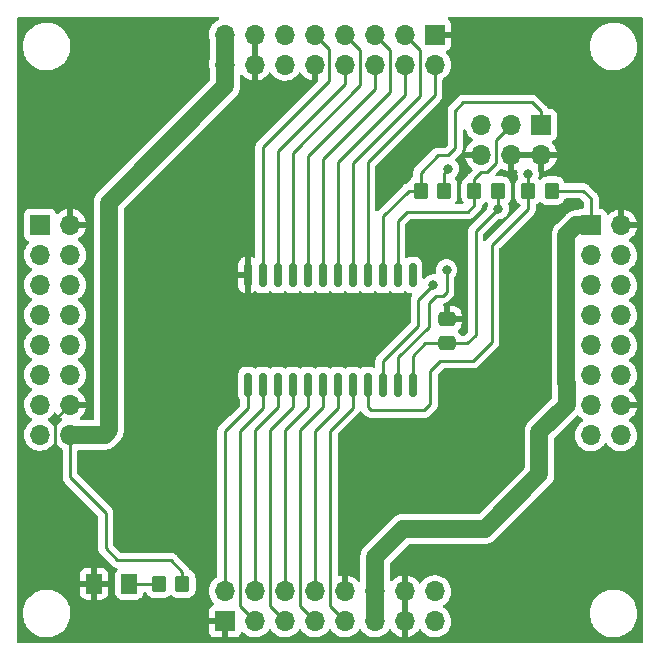
<source format=gbr>
%TF.GenerationSoftware,KiCad,Pcbnew,6.0.11+dfsg-1~bpo11+1*%
%TF.CreationDate,2023-04-06T13:49:23+02:00*%
%TF.ProjectId,dvert_11,64766572-745f-4313-912e-6b696361645f,1.1*%
%TF.SameCoordinates,Original*%
%TF.FileFunction,Copper,L1,Top*%
%TF.FilePolarity,Positive*%
%FSLAX46Y46*%
G04 Gerber Fmt 4.6, Leading zero omitted, Abs format (unit mm)*
G04 Created by KiCad (PCBNEW 6.0.11+dfsg-1~bpo11+1) date 2023-04-06 13:49:23*
%MOMM*%
%LPD*%
G01*
G04 APERTURE LIST*
G04 Aperture macros list*
%AMRoundRect*
0 Rectangle with rounded corners*
0 $1 Rounding radius*
0 $2 $3 $4 $5 $6 $7 $8 $9 X,Y pos of 4 corners*
0 Add a 4 corners polygon primitive as box body*
4,1,4,$2,$3,$4,$5,$6,$7,$8,$9,$2,$3,0*
0 Add four circle primitives for the rounded corners*
1,1,$1+$1,$2,$3*
1,1,$1+$1,$4,$5*
1,1,$1+$1,$6,$7*
1,1,$1+$1,$8,$9*
0 Add four rect primitives between the rounded corners*
20,1,$1+$1,$2,$3,$4,$5,0*
20,1,$1+$1,$4,$5,$6,$7,0*
20,1,$1+$1,$6,$7,$8,$9,0*
20,1,$1+$1,$8,$9,$2,$3,0*%
G04 Aperture macros list end*
%TA.AperFunction,ComponentPad*%
%ADD10R,1.700000X1.700000*%
%TD*%
%TA.AperFunction,ComponentPad*%
%ADD11O,1.700000X1.700000*%
%TD*%
%TA.AperFunction,SMDPad,CuDef*%
%ADD12RoundRect,0.250000X0.350000X0.450000X-0.350000X0.450000X-0.350000X-0.450000X0.350000X-0.450000X0*%
%TD*%
%TA.AperFunction,SMDPad,CuDef*%
%ADD13RoundRect,0.150000X-0.150000X0.875000X-0.150000X-0.875000X0.150000X-0.875000X0.150000X0.875000X0*%
%TD*%
%TA.AperFunction,SMDPad,CuDef*%
%ADD14RoundRect,0.250001X-0.462499X-0.624999X0.462499X-0.624999X0.462499X0.624999X-0.462499X0.624999X0*%
%TD*%
%TA.AperFunction,SMDPad,CuDef*%
%ADD15RoundRect,0.250000X0.475000X-0.337500X0.475000X0.337500X-0.475000X0.337500X-0.475000X-0.337500X0*%
%TD*%
%TA.AperFunction,ViaPad*%
%ADD16C,0.800000*%
%TD*%
%TA.AperFunction,Conductor*%
%ADD17C,0.250000*%
%TD*%
%TA.AperFunction,Conductor*%
%ADD18C,1.500000*%
%TD*%
G04 APERTURE END LIST*
D10*
%TO.P,J3,1,Pin_1*%
%TO.N,+3.3V*%
X169072500Y-91865000D03*
D11*
%TO.P,J3,2,Pin_2*%
%TO.N,GND*%
X171612500Y-91865000D03*
%TO.P,J3,3,Pin_3*%
%TO.N,/TXD*%
X169072500Y-94405000D03*
%TO.P,J3,4,Pin_4*%
%TO.N,/RXD*%
X171612500Y-94405000D03*
%TO.P,J3,5,Pin_5*%
%TO.N,/SCL*%
X169072500Y-96945000D03*
%TO.P,J3,6,Pin_6*%
%TO.N,/SDA*%
X171612500Y-96945000D03*
%TO.P,J3,7,Pin_7*%
%TO.N,/MISO*%
X169072500Y-99485000D03*
%TO.P,J3,8,Pin_8*%
%TO.N,/MOSI*%
X171612500Y-99485000D03*
%TO.P,J3,9,Pin_9*%
%TO.N,/SCK*%
X169072500Y-102025000D03*
%TO.P,J3,10,Pin_10*%
%TO.N,/SSEL1*%
X171612500Y-102025000D03*
%TO.P,J3,11,Pin_11*%
%TO.N,/SSEL2*%
X169072500Y-104565000D03*
%TO.P,J3,12,Pin_12*%
%TO.N,/SSEL3*%
X171612500Y-104565000D03*
%TO.P,J3,13,Pin_13*%
%TO.N,Earth*%
X169072500Y-107105000D03*
%TO.P,J3,14,Pin_14*%
%TO.N,GND*%
X171612500Y-107105000D03*
%TO.P,J3,15,Pin_15*%
%TO.N,+24V*%
X169072500Y-109645000D03*
%TO.P,J3,16,Pin_16*%
X171612500Y-109645000D03*
%TD*%
D12*
%TO.P,R2,1*%
%TO.N,+3.3V*%
X161200000Y-88950000D03*
%TO.P,R2,2*%
%TO.N,Net-(J5-Pad3)*%
X159200000Y-88950000D03*
%TD*%
D13*
%TO.P,U1,1,~{INT}*%
%TO.N,unconnected-(U1-Pad1)*%
X153985000Y-96080000D03*
%TO.P,U1,2,A1*%
%TO.N,Net-(J5-Pad3)*%
X152715000Y-96080000D03*
%TO.P,U1,3,A2*%
%TO.N,Net-(J5-Pad1)*%
X151445000Y-96080000D03*
%TO.P,U1,4,IO0_0*%
%TO.N,/IO0_0*%
X150175000Y-96080000D03*
%TO.P,U1,5,IO0_1*%
%TO.N,/IO0_1*%
X148905000Y-96080000D03*
%TO.P,U1,6,IO0_2*%
%TO.N,/IO0_2*%
X147635000Y-96080000D03*
%TO.P,U1,7,IO0_3*%
%TO.N,/IO0_3*%
X146365000Y-96080000D03*
%TO.P,U1,8,IO0_4*%
%TO.N,/IO0_4*%
X145095000Y-96080000D03*
%TO.P,U1,9,IO0_5*%
%TO.N,/IO0_5*%
X143825000Y-96080000D03*
%TO.P,U1,10,IO0_6*%
%TO.N,/IO0_6*%
X142555000Y-96080000D03*
%TO.P,U1,11,IO0_7*%
%TO.N,/IO0_7*%
X141285000Y-96080000D03*
%TO.P,U1,12,VSS*%
%TO.N,GND*%
X140015000Y-96080000D03*
%TO.P,U1,13,IO1_0*%
%TO.N,/IO1_0*%
X140015000Y-105380000D03*
%TO.P,U1,14,IO1_1*%
%TO.N,/IO1_1*%
X141285000Y-105380000D03*
%TO.P,U1,15,IO1_2*%
%TO.N,/IO1_2*%
X142555000Y-105380000D03*
%TO.P,U1,16,IO1_3*%
%TO.N,/IO1_3*%
X143825000Y-105380000D03*
%TO.P,U1,17,IO1_4*%
%TO.N,/IO1_4*%
X145095000Y-105380000D03*
%TO.P,U1,18,IO1_5*%
%TO.N,/IO1_5*%
X146365000Y-105380000D03*
%TO.P,U1,19,IO1_6*%
%TO.N,/IO1_6*%
X147635000Y-105380000D03*
%TO.P,U1,20,IO1_7*%
%TO.N,/IO1_7*%
X148905000Y-105380000D03*
%TO.P,U1,21,A0*%
%TO.N,Net-(J5-Pad5)*%
X150175000Y-105380000D03*
%TO.P,U1,22,SCL*%
%TO.N,/SCL*%
X151445000Y-105380000D03*
%TO.P,U1,23,SDA*%
%TO.N,/SDA*%
X152715000Y-105380000D03*
%TO.P,U1,24,VDD*%
%TO.N,+3.3V*%
X153985000Y-105380000D03*
%TD*%
D10*
%TO.P,J4,1,Pin_1*%
%TO.N,+3.3V*%
X122417500Y-91820000D03*
D11*
%TO.P,J4,2,Pin_2*%
%TO.N,GND*%
X124957500Y-91820000D03*
%TO.P,J4,3,Pin_3*%
%TO.N,/TXD*%
X122417500Y-94360000D03*
%TO.P,J4,4,Pin_4*%
%TO.N,/RXD*%
X124957500Y-94360000D03*
%TO.P,J4,5,Pin_5*%
%TO.N,/SCL*%
X122417500Y-96900000D03*
%TO.P,J4,6,Pin_6*%
%TO.N,/SDA*%
X124957500Y-96900000D03*
%TO.P,J4,7,Pin_7*%
%TO.N,/MISO*%
X122417500Y-99440000D03*
%TO.P,J4,8,Pin_8*%
%TO.N,/MOSI*%
X124957500Y-99440000D03*
%TO.P,J4,9,Pin_9*%
%TO.N,/SCK*%
X122417500Y-101980000D03*
%TO.P,J4,10,Pin_10*%
%TO.N,/SSEL1*%
X124957500Y-101980000D03*
%TO.P,J4,11,Pin_11*%
%TO.N,/SSEL2*%
X122417500Y-104520000D03*
%TO.P,J4,12,Pin_12*%
%TO.N,/SSEL3*%
X124957500Y-104520000D03*
%TO.P,J4,13,Pin_13*%
%TO.N,Earth*%
X122417500Y-107060000D03*
%TO.P,J4,14,Pin_14*%
%TO.N,GND*%
X124957500Y-107060000D03*
%TO.P,J4,15,Pin_15*%
%TO.N,+24V*%
X122417500Y-109600000D03*
%TO.P,J4,16,Pin_16*%
X124957500Y-109600000D03*
%TD*%
D12*
%TO.P,R3,1*%
%TO.N,+3.3V*%
X156650000Y-88950000D03*
%TO.P,R3,2*%
%TO.N,Net-(J5-Pad1)*%
X154650000Y-88950000D03*
%TD*%
%TO.P,R4,1*%
%TO.N,+24V*%
X134477500Y-122230000D03*
%TO.P,R4,2*%
%TO.N,Net-(D1-Pad2)*%
X132477500Y-122230000D03*
%TD*%
%TO.P,R1,1*%
%TO.N,+3.3V*%
X165750000Y-88950000D03*
%TO.P,R1,2*%
%TO.N,Net-(J5-Pad5)*%
X163750000Y-88950000D03*
%TD*%
D10*
%TO.P,J5,1,Pin_1*%
%TO.N,Net-(J5-Pad1)*%
X164825000Y-83385000D03*
D11*
%TO.P,J5,2,Pin_2*%
%TO.N,GND*%
X164825000Y-85925000D03*
%TO.P,J5,3,Pin_3*%
%TO.N,Net-(J5-Pad3)*%
X162285000Y-83385000D03*
%TO.P,J5,4,Pin_4*%
%TO.N,GND*%
X162285000Y-85925000D03*
%TO.P,J5,5,Pin_5*%
%TO.N,Net-(J5-Pad5)*%
X159745000Y-83385000D03*
%TO.P,J5,6,Pin_6*%
%TO.N,GND*%
X159745000Y-85925000D03*
%TD*%
D10*
%TO.P,J1,1,Pin_1*%
%TO.N,GND*%
X155852500Y-75730000D03*
D11*
%TO.P,J1,2,Pin_2*%
%TO.N,/IO0_0*%
X155852500Y-78270000D03*
%TO.P,J1,3,Pin_3*%
%TO.N,/IO0_1*%
X153312500Y-75730000D03*
%TO.P,J1,4,Pin_4*%
%TO.N,/IO0_2*%
X153312500Y-78270000D03*
%TO.P,J1,5,Pin_5*%
%TO.N,/IO0_3*%
X150772500Y-75730000D03*
%TO.P,J1,6,Pin_6*%
%TO.N,/IO0_4*%
X150772500Y-78270000D03*
%TO.P,J1,7,Pin_7*%
%TO.N,/IO0_5*%
X148232500Y-75730000D03*
%TO.P,J1,8,Pin_8*%
%TO.N,/IO0_6*%
X148232500Y-78270000D03*
%TO.P,J1,9,Pin_9*%
%TO.N,/IO0_7*%
X145692500Y-75730000D03*
%TO.P,J1,10,Pin_10*%
%TO.N,GND*%
X145692500Y-78270000D03*
%TO.P,J1,11,Pin_11*%
%TO.N,+3.3V*%
X143152500Y-75730000D03*
%TO.P,J1,12,Pin_12*%
X143152500Y-78270000D03*
%TO.P,J1,13,Pin_13*%
%TO.N,GND*%
X140612500Y-75730000D03*
%TO.P,J1,14,Pin_14*%
X140612500Y-78270000D03*
%TO.P,J1,15,Pin_15*%
%TO.N,+24V*%
X138072500Y-75730000D03*
%TO.P,J1,16,Pin_16*%
X138072500Y-78270000D03*
%TD*%
D10*
%TO.P,J2,1,Pin_1*%
%TO.N,GND*%
X138072500Y-125395000D03*
D11*
%TO.P,J2,2,Pin_2*%
%TO.N,/IO1_0*%
X138072500Y-122855000D03*
%TO.P,J2,3,Pin_3*%
%TO.N,/IO1_1*%
X140612500Y-125395000D03*
%TO.P,J2,4,Pin_4*%
%TO.N,/IO1_2*%
X140612500Y-122855000D03*
%TO.P,J2,5,Pin_5*%
%TO.N,/IO1_3*%
X143152500Y-125395000D03*
%TO.P,J2,6,Pin_6*%
%TO.N,/IO1_4*%
X143152500Y-122855000D03*
%TO.P,J2,7,Pin_7*%
%TO.N,/IO1_5*%
X145692500Y-125395000D03*
%TO.P,J2,8,Pin_8*%
%TO.N,/IO1_6*%
X145692500Y-122855000D03*
%TO.P,J2,9,Pin_9*%
%TO.N,/IO1_7*%
X148232500Y-125395000D03*
%TO.P,J2,10,Pin_10*%
%TO.N,GND*%
X148232500Y-122855000D03*
%TO.P,J2,11,Pin_11*%
%TO.N,+3.3V*%
X150772500Y-125395000D03*
%TO.P,J2,12,Pin_12*%
X150772500Y-122855000D03*
%TO.P,J2,13,Pin_13*%
%TO.N,GND*%
X153312500Y-125395000D03*
%TO.P,J2,14,Pin_14*%
X153312500Y-122855000D03*
%TO.P,J2,15,Pin_15*%
%TO.N,+24V*%
X155852500Y-125395000D03*
%TO.P,J2,16,Pin_16*%
X155852500Y-122855000D03*
%TD*%
D14*
%TO.P,D1,1,K*%
%TO.N,GND*%
X126990000Y-122230000D03*
%TO.P,D1,2,A*%
%TO.N,Net-(D1-Pad2)*%
X129965000Y-122230000D03*
%TD*%
D15*
%TO.P,C1,1*%
%TO.N,+3.3V*%
X156880000Y-101855000D03*
%TO.P,C1,2*%
%TO.N,GND*%
X156880000Y-99780000D03*
%TD*%
D16*
%TO.N,+3.3V*%
X161200000Y-90460000D03*
X157000000Y-87070000D03*
%TO.N,GND*%
X158130000Y-91820000D03*
%TO.N,/SCL*%
X155705000Y-96935000D03*
%TO.N,/SDA*%
X156840000Y-95660000D03*
%TO.N,Net-(J5-Pad5)*%
X163750000Y-87540000D03*
%TD*%
D17*
%TO.N,+3.3V*%
X165750000Y-88950000D02*
X168420000Y-88950000D01*
D18*
X166987500Y-105230000D02*
X166987500Y-92710000D01*
D17*
X156650000Y-88950000D02*
X156650000Y-87420000D01*
X161200000Y-88950000D02*
X161200000Y-90460000D01*
D18*
X164697500Y-112960000D02*
X164697500Y-109370000D01*
X150802500Y-122840000D02*
X150802500Y-119935000D01*
X150802500Y-125380000D02*
X150802500Y-122840000D01*
X166997500Y-107070000D02*
X164697500Y-109370000D01*
D17*
X156880000Y-101855000D02*
X158595000Y-101855000D01*
D18*
X166997500Y-105240000D02*
X166997500Y-107070000D01*
X166987500Y-105230000D02*
X166997500Y-105240000D01*
X160077500Y-117580000D02*
X164697500Y-112960000D01*
D17*
X159310000Y-101140000D02*
X159310000Y-92350000D01*
D18*
X150802500Y-119935000D02*
X151792500Y-118945000D01*
X169072500Y-91865000D02*
X167832500Y-91865000D01*
X151792500Y-118945000D02*
X153157500Y-117580000D01*
D17*
X153985000Y-105380000D02*
X153985000Y-102905000D01*
X155035000Y-101855000D02*
X156880000Y-101855000D01*
D18*
X153157500Y-117580000D02*
X160077500Y-117580000D01*
X167832500Y-91865000D02*
X166987500Y-92710000D01*
D17*
X158595000Y-101855000D02*
X159310000Y-101140000D01*
X156650000Y-87420000D02*
X157000000Y-87070000D01*
X168420000Y-88950000D02*
X169072500Y-89602500D01*
X159310000Y-92350000D02*
X161200000Y-90460000D01*
X169072500Y-89602500D02*
X169072500Y-91865000D01*
X153985000Y-102905000D02*
X155035000Y-101855000D01*
%TO.N,GND*%
X124957500Y-107060000D02*
X123727500Y-108290000D01*
X126990000Y-116822500D02*
X125937500Y-115770000D01*
X123727500Y-108290000D02*
X123727500Y-113560000D01*
X126990000Y-122230000D02*
X126990000Y-116822500D01*
X156880000Y-98610000D02*
X158130000Y-97360000D01*
X156880000Y-99780000D02*
X156880000Y-98610000D01*
X158130000Y-97360000D02*
X158130000Y-91820000D01*
X140612500Y-78620000D02*
X140637500Y-78620000D01*
X123727500Y-113560000D02*
X125937500Y-115770000D01*
X138307500Y-125380000D02*
X138102500Y-125380000D01*
%TO.N,/IO0_0*%
X150175000Y-96080000D02*
X150175000Y-86532500D01*
X150175000Y-86532500D02*
X155852500Y-80855000D01*
X155852500Y-78270000D02*
X155852500Y-80855000D01*
%TO.N,/IO0_1*%
X154587500Y-77005000D02*
X154587500Y-80940000D01*
X153312500Y-75730000D02*
X154587500Y-77005000D01*
X148905000Y-86622500D02*
X154587500Y-80940000D01*
X148905000Y-96080000D02*
X148905000Y-86622500D01*
%TO.N,/IO0_2*%
X153312500Y-78270000D02*
X153312500Y-80815000D01*
X147635000Y-86492500D02*
X153312500Y-80815000D01*
X147635000Y-96080000D02*
X147635000Y-86492500D01*
%TO.N,/IO0_3*%
X152037500Y-76995000D02*
X152037500Y-80550000D01*
X146365000Y-96080000D02*
X146365000Y-86222500D01*
X150772500Y-75730000D02*
X152037500Y-76995000D01*
X146365000Y-86222500D02*
X152037500Y-80550000D01*
%TO.N,/IO0_4*%
X145095000Y-86012500D02*
X150772500Y-80335000D01*
X150772500Y-78270000D02*
X150772500Y-80335000D01*
X145095000Y-96080000D02*
X145095000Y-86012500D01*
%TO.N,/IO0_5*%
X148232500Y-75730000D02*
X149537500Y-77035000D01*
X143825000Y-85735000D02*
X149537500Y-80022500D01*
X149537500Y-77035000D02*
X149537500Y-80022500D01*
X143825000Y-96080000D02*
X143825000Y-85735000D01*
%TO.N,/IO0_6*%
X142555000Y-96080000D02*
X142555000Y-85602500D01*
X142555000Y-85602500D02*
X148232500Y-79925000D01*
X148232500Y-78270000D02*
X148232500Y-79925000D01*
%TO.N,/IO0_7*%
X141285000Y-96080000D02*
X141285000Y-85252500D01*
X141285000Y-85252500D02*
X146907500Y-79630000D01*
X145692500Y-75730000D02*
X146907500Y-76945000D01*
X146907500Y-76945000D02*
X146907500Y-79630000D01*
%TO.N,+24V*%
X127977500Y-116230000D02*
X124957500Y-113210000D01*
D18*
X124957500Y-109600000D02*
X127877500Y-109600000D01*
X128232500Y-109245000D02*
X128232500Y-89955000D01*
X138072500Y-80115000D02*
X138072500Y-76080000D01*
D17*
X128977500Y-120230000D02*
X127977500Y-119230000D01*
D18*
X128232500Y-89955000D02*
X138072500Y-80115000D01*
D17*
X124957500Y-113210000D02*
X124957500Y-109600000D01*
D18*
X126852500Y-109635000D02*
X126887500Y-109670000D01*
D17*
X134477500Y-121230000D02*
X133477500Y-120230000D01*
X134477500Y-122230000D02*
X134477500Y-121230000D01*
X127977500Y-119230000D02*
X127977500Y-116230000D01*
D18*
X127877500Y-109600000D02*
X128232500Y-109245000D01*
X124867500Y-109635000D02*
X126852500Y-109635000D01*
D17*
X133477500Y-120230000D02*
X128977500Y-120230000D01*
%TO.N,/IO1_0*%
X138072500Y-109317500D02*
X140015000Y-107375000D01*
X138072500Y-122855000D02*
X138072500Y-109317500D01*
X140015000Y-107375000D02*
X140015000Y-105380000D01*
%TO.N,/IO1_1*%
X140612500Y-125395000D02*
X139357500Y-124140000D01*
X139357500Y-109252500D02*
X141285000Y-107325000D01*
X139357500Y-124140000D02*
X139357500Y-109252500D01*
X141285000Y-107325000D02*
X141285000Y-105380000D01*
%TO.N,/IO1_2*%
X140612500Y-109197500D02*
X142555000Y-107255000D01*
X142555000Y-107255000D02*
X142555000Y-105380000D01*
X140612500Y-122855000D02*
X140612500Y-109197500D01*
%TO.N,/IO1_3*%
X143825000Y-107235000D02*
X143825000Y-105380000D01*
X141887500Y-109172500D02*
X143825000Y-107235000D01*
X143152500Y-125395000D02*
X141887500Y-124130000D01*
X141887500Y-124130000D02*
X141887500Y-109172500D01*
%TO.N,/IO1_4*%
X145095000Y-107225000D02*
X145095000Y-105380000D01*
X143152500Y-109167500D02*
X145095000Y-107225000D01*
X143152500Y-122855000D02*
X143152500Y-109167500D01*
%TO.N,/IO1_5*%
X145692500Y-125395000D02*
X144417500Y-124120000D01*
X144417500Y-124120000D02*
X144417500Y-109242500D01*
X146365000Y-107295000D02*
X146365000Y-105380000D01*
X144417500Y-109242500D02*
X146365000Y-107295000D01*
%TO.N,/IO1_6*%
X145692500Y-122855000D02*
X145692500Y-109277500D01*
X147635000Y-107335000D02*
X147635000Y-105380000D01*
X145692500Y-109277500D02*
X147635000Y-107335000D01*
%TO.N,/IO1_7*%
X148232500Y-125395000D02*
X146977500Y-124140000D01*
X148905000Y-107345000D02*
X148905000Y-105380000D01*
X146977500Y-124140000D02*
X146977500Y-109272500D01*
X146977500Y-109272500D02*
X148905000Y-107345000D01*
%TO.N,/SCL*%
X151445000Y-103365000D02*
X154440000Y-100370000D01*
X154440000Y-98200000D02*
X155705000Y-96935000D01*
X154440000Y-100370000D02*
X154440000Y-98200000D01*
X151445000Y-105380000D02*
X151445000Y-103365000D01*
%TO.N,/SDA*%
X156570000Y-97820000D02*
X156840000Y-97550000D01*
X155320000Y-100450000D02*
X155320000Y-98470000D01*
X152715000Y-103055000D02*
X155320000Y-100450000D01*
X156840000Y-97550000D02*
X156840000Y-95660000D01*
X152715000Y-105380000D02*
X152715000Y-103055000D01*
X155320000Y-98470000D02*
X155970000Y-97820000D01*
X155970000Y-97820000D02*
X156570000Y-97820000D01*
%TO.N,Net-(J5-Pad5)*%
X159100000Y-103350000D02*
X160660000Y-101790000D01*
X154960000Y-107540000D02*
X155460000Y-107040000D01*
X150430000Y-107540000D02*
X154960000Y-107540000D01*
X160660000Y-101790000D02*
X160660000Y-93570000D01*
X156320000Y-103350000D02*
X159100000Y-103350000D01*
X150175000Y-107285000D02*
X150430000Y-107540000D01*
X160660000Y-93570000D02*
X163750000Y-90480000D01*
X150175000Y-105380000D02*
X150175000Y-107285000D01*
X163750000Y-90480000D02*
X163750000Y-88950000D01*
X155460000Y-104210000D02*
X156320000Y-103350000D01*
X155460000Y-107040000D02*
X155460000Y-104210000D01*
X163750000Y-88950000D02*
X163750000Y-87540000D01*
%TO.N,Net-(J5-Pad3)*%
X162285000Y-83385000D02*
X161000000Y-84670000D01*
X159770000Y-87370000D02*
X159200000Y-87940000D01*
X159200000Y-87940000D02*
X159200000Y-88950000D01*
X159200000Y-90170000D02*
X159200000Y-88950000D01*
X160270000Y-87370000D02*
X159770000Y-87370000D01*
X152715000Y-96080000D02*
X152715000Y-91485000D01*
X152715000Y-91485000D02*
X153490000Y-90710000D01*
X161000000Y-84670000D02*
X161000000Y-86640000D01*
X158660000Y-90710000D02*
X159200000Y-90170000D01*
X161000000Y-86640000D02*
X160270000Y-87370000D01*
X153490000Y-90710000D02*
X158660000Y-90710000D01*
%TO.N,Net-(J5-Pad1)*%
X164050000Y-81460000D02*
X164825000Y-82235000D01*
X157570000Y-82160000D02*
X158270000Y-81460000D01*
X164825000Y-82235000D02*
X164825000Y-83385000D01*
X153620000Y-88950000D02*
X154650000Y-88950000D01*
X156990000Y-85950000D02*
X157570000Y-85370000D01*
X157570000Y-85370000D02*
X157570000Y-82160000D01*
X154650000Y-87420000D02*
X156120000Y-85950000D01*
X158270000Y-81460000D02*
X164050000Y-81460000D01*
X151445000Y-91125000D02*
X153620000Y-88950000D01*
X156120000Y-85950000D02*
X156990000Y-85950000D01*
X154650000Y-88950000D02*
X154650000Y-87420000D01*
X151445000Y-96080000D02*
X151445000Y-91125000D01*
%TO.N,Net-(D1-Pad2)*%
X129965000Y-122230000D02*
X132477500Y-122230000D01*
%TD*%
%TA.AperFunction,Conductor*%
%TO.N,GND*%
G36*
X137548615Y-74258502D02*
G01*
X137595108Y-74312158D01*
X137605212Y-74382432D01*
X137575718Y-74447012D01*
X137538675Y-74476262D01*
X137346107Y-74576507D01*
X137341974Y-74579610D01*
X137341971Y-74579612D01*
X137258950Y-74641946D01*
X137167465Y-74710635D01*
X137142041Y-74737240D01*
X137047831Y-74835825D01*
X137013129Y-74872138D01*
X137010220Y-74876403D01*
X137010214Y-74876411D01*
X136925056Y-75001249D01*
X136887243Y-75056680D01*
X136870985Y-75091706D01*
X136799635Y-75245417D01*
X136793188Y-75259305D01*
X136733489Y-75474570D01*
X136709751Y-75696695D01*
X136722610Y-75919715D01*
X136723747Y-75924761D01*
X136723748Y-75924767D01*
X136741180Y-76002115D01*
X136771722Y-76137639D01*
X136785886Y-76172520D01*
X136804743Y-76218961D01*
X136814000Y-76266365D01*
X136814000Y-77726651D01*
X136802287Y-77779702D01*
X136795369Y-77794605D01*
X136795367Y-77794612D01*
X136793188Y-77799305D01*
X136733489Y-78014570D01*
X136709751Y-78236695D01*
X136710048Y-78241848D01*
X136710048Y-78241851D01*
X136715511Y-78336590D01*
X136722610Y-78459715D01*
X136723747Y-78464761D01*
X136723748Y-78464767D01*
X136732128Y-78501951D01*
X136771722Y-78677639D01*
X136778917Y-78695358D01*
X136804743Y-78758961D01*
X136814000Y-78806365D01*
X136814000Y-79541522D01*
X136793998Y-79609643D01*
X136777095Y-79630617D01*
X127407237Y-89000475D01*
X127394847Y-89011342D01*
X127377208Y-89024877D01*
X127322688Y-89084794D01*
X127322342Y-89085174D01*
X127318243Y-89089469D01*
X127302302Y-89105410D01*
X127300507Y-89107557D01*
X127300505Y-89107559D01*
X127285568Y-89125423D01*
X127282100Y-89129398D01*
X127229788Y-89186888D01*
X127229781Y-89186897D01*
X127226015Y-89191036D01*
X127223038Y-89195782D01*
X127223037Y-89195783D01*
X127216487Y-89206225D01*
X127206411Y-89220093D01*
X127198504Y-89229549D01*
X127198497Y-89229559D01*
X127194906Y-89233854D01*
X127186149Y-89249207D01*
X127153618Y-89306240D01*
X127150913Y-89310759D01*
X127106636Y-89381344D01*
X127104543Y-89386549D01*
X127104542Y-89386552D01*
X127099948Y-89397979D01*
X127092488Y-89413411D01*
X127086380Y-89424119D01*
X127086376Y-89424128D01*
X127083601Y-89428993D01*
X127081732Y-89434270D01*
X127081730Y-89434275D01*
X127055785Y-89507542D01*
X127053920Y-89512478D01*
X127022844Y-89589783D01*
X127021708Y-89595270D01*
X127021707Y-89595272D01*
X127019206Y-89607349D01*
X127014601Y-89623844D01*
X127008611Y-89640759D01*
X127007704Y-89646298D01*
X126995143Y-89723001D01*
X126994183Y-89728180D01*
X126977287Y-89809767D01*
X126977021Y-89814379D01*
X126977021Y-89814380D01*
X126975685Y-89837548D01*
X126974238Y-89850653D01*
X126973214Y-89856910D01*
X126972306Y-89862457D01*
X126972394Y-89868070D01*
X126972394Y-89868072D01*
X126973984Y-89969264D01*
X126974000Y-89971243D01*
X126974000Y-108215500D01*
X126953998Y-108283621D01*
X126900342Y-108330114D01*
X126848000Y-108341500D01*
X125893197Y-108341500D01*
X125825076Y-108321498D01*
X125778583Y-108267842D01*
X125768479Y-108197568D01*
X125797973Y-108132988D01*
X125820028Y-108112922D01*
X125832825Y-108103794D01*
X125840700Y-108097139D01*
X125991552Y-107946812D01*
X125998230Y-107938965D01*
X126122503Y-107766020D01*
X126127813Y-107757183D01*
X126222170Y-107566267D01*
X126225969Y-107556672D01*
X126287877Y-107352910D01*
X126290055Y-107342837D01*
X126291486Y-107331962D01*
X126289275Y-107317778D01*
X126276117Y-107314000D01*
X124829500Y-107314000D01*
X124761379Y-107293998D01*
X124714886Y-107240342D01*
X124703500Y-107188000D01*
X124703500Y-106932000D01*
X124723502Y-106863879D01*
X124777158Y-106817386D01*
X124829500Y-106806000D01*
X126275844Y-106806000D01*
X126289375Y-106802027D01*
X126290680Y-106792947D01*
X126248714Y-106625875D01*
X126245394Y-106616124D01*
X126160472Y-106420814D01*
X126155605Y-106411739D01*
X126039926Y-106232926D01*
X126033636Y-106224757D01*
X125890306Y-106067240D01*
X125882773Y-106060215D01*
X125715639Y-105928222D01*
X125707056Y-105922520D01*
X125670102Y-105902120D01*
X125620131Y-105851687D01*
X125605359Y-105782245D01*
X125630475Y-105715839D01*
X125657827Y-105689232D01*
X125708784Y-105652885D01*
X125837360Y-105561173D01*
X125995596Y-105403489D01*
X126055094Y-105320689D01*
X126122935Y-105226277D01*
X126125953Y-105222077D01*
X126130625Y-105212625D01*
X126222636Y-105026453D01*
X126222637Y-105026451D01*
X126224930Y-105021811D01*
X126289870Y-104808069D01*
X126319029Y-104586590D01*
X126319557Y-104565000D01*
X126320574Y-104523365D01*
X126320574Y-104523361D01*
X126320656Y-104520000D01*
X126302352Y-104297361D01*
X126247931Y-104080702D01*
X126158854Y-103875840D01*
X126088863Y-103767651D01*
X126040322Y-103692617D01*
X126040320Y-103692614D01*
X126037514Y-103688277D01*
X125887170Y-103523051D01*
X125883119Y-103519852D01*
X125883115Y-103519848D01*
X125715914Y-103387800D01*
X125715910Y-103387798D01*
X125711859Y-103384598D01*
X125670553Y-103361796D01*
X125620584Y-103311364D01*
X125605812Y-103241921D01*
X125630928Y-103175516D01*
X125658280Y-103148909D01*
X125720423Y-103104583D01*
X125837360Y-103021173D01*
X125874764Y-102983900D01*
X125980254Y-102878777D01*
X125995596Y-102863489D01*
X126055094Y-102780689D01*
X126122935Y-102686277D01*
X126125953Y-102682077D01*
X126130625Y-102672625D01*
X126222636Y-102486453D01*
X126222637Y-102486451D01*
X126224930Y-102481811D01*
X126284523Y-102285668D01*
X126288365Y-102273023D01*
X126288365Y-102273021D01*
X126289870Y-102268069D01*
X126319029Y-102046590D01*
X126319111Y-102043240D01*
X126320574Y-101983365D01*
X126320574Y-101983361D01*
X126320656Y-101980000D01*
X126302352Y-101757361D01*
X126247931Y-101540702D01*
X126158854Y-101335840D01*
X126071944Y-101201498D01*
X126040322Y-101152617D01*
X126040320Y-101152614D01*
X126037514Y-101148277D01*
X125887170Y-100983051D01*
X125883119Y-100979852D01*
X125883115Y-100979848D01*
X125715914Y-100847800D01*
X125715910Y-100847798D01*
X125711859Y-100844598D01*
X125670553Y-100821796D01*
X125620584Y-100771364D01*
X125605812Y-100701921D01*
X125630928Y-100635516D01*
X125658280Y-100608909D01*
X125720423Y-100564583D01*
X125837360Y-100481173D01*
X125995596Y-100323489D01*
X126055094Y-100240689D01*
X126122935Y-100146277D01*
X126125953Y-100142077D01*
X126130625Y-100132625D01*
X126222636Y-99946453D01*
X126222637Y-99946451D01*
X126224930Y-99941811D01*
X126289870Y-99728069D01*
X126319029Y-99506590D01*
X126319557Y-99485000D01*
X126320574Y-99443365D01*
X126320574Y-99443361D01*
X126320656Y-99440000D01*
X126302352Y-99217361D01*
X126247931Y-99000702D01*
X126158854Y-98795840D01*
X126098545Y-98702616D01*
X126040322Y-98612617D01*
X126040320Y-98612614D01*
X126037514Y-98608277D01*
X125887170Y-98443051D01*
X125883119Y-98439852D01*
X125883115Y-98439848D01*
X125715914Y-98307800D01*
X125715910Y-98307798D01*
X125711859Y-98304598D01*
X125670553Y-98281796D01*
X125620584Y-98231364D01*
X125605812Y-98161921D01*
X125630928Y-98095516D01*
X125658280Y-98068909D01*
X125724247Y-98021855D01*
X125837360Y-97941173D01*
X125852388Y-97926198D01*
X125936445Y-97842434D01*
X125995596Y-97783489D01*
X126035365Y-97728145D01*
X126122935Y-97606277D01*
X126125953Y-97602077D01*
X126130625Y-97592625D01*
X126222636Y-97406453D01*
X126222637Y-97406451D01*
X126224930Y-97401811D01*
X126289870Y-97188069D01*
X126319029Y-96966590D01*
X126319557Y-96945000D01*
X126320574Y-96903365D01*
X126320574Y-96903361D01*
X126320656Y-96900000D01*
X126302352Y-96677361D01*
X126247931Y-96460702D01*
X126158854Y-96255840D01*
X126084688Y-96141197D01*
X126040322Y-96072617D01*
X126040320Y-96072614D01*
X126037514Y-96068277D01*
X125887170Y-95903051D01*
X125883119Y-95899852D01*
X125883115Y-95899848D01*
X125715914Y-95767800D01*
X125715910Y-95767798D01*
X125711859Y-95764598D01*
X125670553Y-95741796D01*
X125620584Y-95691364D01*
X125605812Y-95621921D01*
X125630928Y-95555516D01*
X125658280Y-95528909D01*
X125720423Y-95484583D01*
X125837360Y-95401173D01*
X125995596Y-95243489D01*
X126055094Y-95160689D01*
X126122935Y-95066277D01*
X126125953Y-95062077D01*
X126130625Y-95052625D01*
X126222636Y-94866453D01*
X126222637Y-94866451D01*
X126224930Y-94861811D01*
X126278298Y-94686156D01*
X126288365Y-94653023D01*
X126288365Y-94653021D01*
X126289870Y-94648069D01*
X126319029Y-94426590D01*
X126319557Y-94405000D01*
X126320574Y-94363365D01*
X126320574Y-94363361D01*
X126320656Y-94360000D01*
X126302352Y-94137361D01*
X126247931Y-93920702D01*
X126158854Y-93715840D01*
X126083833Y-93599875D01*
X126040322Y-93532617D01*
X126040320Y-93532614D01*
X126037514Y-93528277D01*
X125887170Y-93363051D01*
X125883119Y-93359852D01*
X125883115Y-93359848D01*
X125715914Y-93227800D01*
X125715910Y-93227798D01*
X125711859Y-93224598D01*
X125670069Y-93201529D01*
X125620098Y-93151097D01*
X125605326Y-93081654D01*
X125630442Y-93015248D01*
X125657794Y-92988641D01*
X125832828Y-92863792D01*
X125840700Y-92857139D01*
X125991552Y-92706812D01*
X125998230Y-92698965D01*
X126122503Y-92526020D01*
X126127813Y-92517183D01*
X126222170Y-92326267D01*
X126225969Y-92316672D01*
X126287877Y-92112910D01*
X126290055Y-92102837D01*
X126291486Y-92091962D01*
X126289275Y-92077778D01*
X126276117Y-92074000D01*
X124829500Y-92074000D01*
X124761379Y-92053998D01*
X124714886Y-92000342D01*
X124703500Y-91948000D01*
X124703500Y-91547885D01*
X125211500Y-91547885D01*
X125215975Y-91563124D01*
X125217365Y-91564329D01*
X125225048Y-91566000D01*
X126275844Y-91566000D01*
X126289375Y-91562027D01*
X126290680Y-91552947D01*
X126248714Y-91385875D01*
X126245394Y-91376124D01*
X126160472Y-91180814D01*
X126155605Y-91171739D01*
X126039926Y-90992926D01*
X126033636Y-90984757D01*
X125890306Y-90827240D01*
X125882773Y-90820215D01*
X125715639Y-90688222D01*
X125707052Y-90682517D01*
X125520617Y-90579599D01*
X125511205Y-90575369D01*
X125310459Y-90504280D01*
X125300488Y-90501646D01*
X125229337Y-90488972D01*
X125216040Y-90490432D01*
X125211500Y-90504989D01*
X125211500Y-91547885D01*
X124703500Y-91547885D01*
X124703500Y-90503102D01*
X124699582Y-90489758D01*
X124685306Y-90487771D01*
X124646824Y-90493660D01*
X124636788Y-90496051D01*
X124434368Y-90562212D01*
X124424859Y-90566209D01*
X124235963Y-90664542D01*
X124227238Y-90670036D01*
X124056933Y-90797905D01*
X124049226Y-90804748D01*
X123971978Y-90885584D01*
X123910454Y-90921014D01*
X123839542Y-90917557D01*
X123781755Y-90876311D01*
X123762902Y-90842763D01*
X123721267Y-90731703D01*
X123718115Y-90723295D01*
X123630761Y-90606739D01*
X123514205Y-90519385D01*
X123377816Y-90468255D01*
X123315634Y-90461500D01*
X121519366Y-90461500D01*
X121457184Y-90468255D01*
X121320795Y-90519385D01*
X121204239Y-90606739D01*
X121116885Y-90723295D01*
X121065755Y-90859684D01*
X121059000Y-90921866D01*
X121059000Y-92718134D01*
X121065755Y-92780316D01*
X121116885Y-92916705D01*
X121204239Y-93033261D01*
X121320795Y-93120615D01*
X121329204Y-93123767D01*
X121329205Y-93123768D01*
X121437951Y-93164535D01*
X121494716Y-93207176D01*
X121519416Y-93273738D01*
X121504209Y-93343087D01*
X121484816Y-93369568D01*
X121358129Y-93502138D01*
X121355220Y-93506403D01*
X121355214Y-93506411D01*
X121342909Y-93524450D01*
X121232243Y-93686680D01*
X121199234Y-93757792D01*
X121140375Y-93884594D01*
X121138188Y-93889305D01*
X121078489Y-94104570D01*
X121054751Y-94326695D01*
X121055048Y-94331848D01*
X121055048Y-94331851D01*
X121060511Y-94426590D01*
X121067610Y-94549715D01*
X121068747Y-94554761D01*
X121068748Y-94554767D01*
X121083894Y-94621971D01*
X121116722Y-94767639D01*
X121200766Y-94974616D01*
X121248570Y-95052625D01*
X121314791Y-95160688D01*
X121317487Y-95165088D01*
X121463750Y-95333938D01*
X121540346Y-95397529D01*
X121620163Y-95463794D01*
X121635626Y-95476632D01*
X121649233Y-95484583D01*
X121708945Y-95519476D01*
X121757669Y-95571114D01*
X121770740Y-95640897D01*
X121744009Y-95706669D01*
X121703555Y-95740027D01*
X121691107Y-95746507D01*
X121686974Y-95749610D01*
X121686971Y-95749612D01*
X121545001Y-95856206D01*
X121512465Y-95880635D01*
X121508893Y-95884373D01*
X121371102Y-96028563D01*
X121358129Y-96042138D01*
X121355220Y-96046403D01*
X121355214Y-96046411D01*
X121270056Y-96171249D01*
X121232243Y-96226680D01*
X121199234Y-96297792D01*
X121169187Y-96362524D01*
X121138188Y-96429305D01*
X121078489Y-96644570D01*
X121054751Y-96866695D01*
X121055048Y-96871848D01*
X121055048Y-96871851D01*
X121060511Y-96966590D01*
X121067610Y-97089715D01*
X121068747Y-97094761D01*
X121068748Y-97094767D01*
X121088619Y-97182939D01*
X121116722Y-97307639D01*
X121175007Y-97451179D01*
X121188128Y-97483491D01*
X121200766Y-97514616D01*
X121239538Y-97577886D01*
X121314791Y-97700688D01*
X121317487Y-97705088D01*
X121463750Y-97873938D01*
X121635626Y-98016632D01*
X121688295Y-98047409D01*
X121708945Y-98059476D01*
X121757669Y-98111114D01*
X121770740Y-98180897D01*
X121744009Y-98246669D01*
X121703555Y-98280027D01*
X121691107Y-98286507D01*
X121686974Y-98289610D01*
X121686971Y-98289612D01*
X121552389Y-98390659D01*
X121512465Y-98420635D01*
X121358129Y-98582138D01*
X121232243Y-98766680D01*
X121138188Y-98969305D01*
X121078489Y-99184570D01*
X121054751Y-99406695D01*
X121055048Y-99411848D01*
X121055048Y-99411851D01*
X121061630Y-99526000D01*
X121067610Y-99629715D01*
X121068747Y-99634761D01*
X121068748Y-99634767D01*
X121088619Y-99722939D01*
X121116722Y-99847639D01*
X121175118Y-99991453D01*
X121193563Y-100036876D01*
X121200766Y-100054616D01*
X121242995Y-100123527D01*
X121314791Y-100240688D01*
X121317487Y-100245088D01*
X121463750Y-100413938D01*
X121635626Y-100556632D01*
X121649233Y-100564583D01*
X121708945Y-100599476D01*
X121757669Y-100651114D01*
X121770740Y-100720897D01*
X121744009Y-100786669D01*
X121703555Y-100820027D01*
X121691107Y-100826507D01*
X121686974Y-100829610D01*
X121686971Y-100829612D01*
X121531066Y-100946669D01*
X121512465Y-100960635D01*
X121358129Y-101122138D01*
X121355220Y-101126403D01*
X121355214Y-101126411D01*
X121309601Y-101193277D01*
X121232243Y-101306680D01*
X121199234Y-101377792D01*
X121158735Y-101465041D01*
X121138188Y-101509305D01*
X121078489Y-101724570D01*
X121054751Y-101946695D01*
X121055048Y-101951848D01*
X121055048Y-101951851D01*
X121064819Y-102121306D01*
X121067610Y-102169715D01*
X121068747Y-102174761D01*
X121068748Y-102174767D01*
X121074860Y-102201886D01*
X121116722Y-102387639D01*
X121200766Y-102594616D01*
X121241213Y-102660620D01*
X121314791Y-102780688D01*
X121317487Y-102785088D01*
X121463750Y-102953938D01*
X121635626Y-103096632D01*
X121649233Y-103104583D01*
X121708945Y-103139476D01*
X121757669Y-103191114D01*
X121770740Y-103260897D01*
X121744009Y-103326669D01*
X121703555Y-103360027D01*
X121691107Y-103366507D01*
X121686974Y-103369610D01*
X121686971Y-103369612D01*
X121531066Y-103486669D01*
X121512465Y-103500635D01*
X121358129Y-103662138D01*
X121355220Y-103666403D01*
X121355214Y-103666411D01*
X121316082Y-103723777D01*
X121232243Y-103846680D01*
X121199599Y-103917006D01*
X121168734Y-103983500D01*
X121138188Y-104049305D01*
X121078489Y-104264570D01*
X121054751Y-104486695D01*
X121055048Y-104491848D01*
X121055048Y-104491851D01*
X121060511Y-104586590D01*
X121067610Y-104709715D01*
X121068747Y-104714761D01*
X121068748Y-104714767D01*
X121088619Y-104802939D01*
X121116722Y-104927639D01*
X121200766Y-105134616D01*
X121248570Y-105212625D01*
X121314791Y-105320688D01*
X121317487Y-105325088D01*
X121463750Y-105493938D01*
X121635626Y-105636632D01*
X121663440Y-105652885D01*
X121708945Y-105679476D01*
X121757669Y-105731114D01*
X121770740Y-105800897D01*
X121744009Y-105866669D01*
X121703555Y-105900027D01*
X121691107Y-105906507D01*
X121686974Y-105909610D01*
X121686971Y-105909612D01*
X121516600Y-106037530D01*
X121512465Y-106040635D01*
X121358129Y-106202138D01*
X121232243Y-106386680D01*
X121202816Y-106450076D01*
X121149636Y-106564643D01*
X121138188Y-106589305D01*
X121078489Y-106804570D01*
X121054751Y-107026695D01*
X121055048Y-107031848D01*
X121055048Y-107031851D01*
X121060511Y-107126590D01*
X121067610Y-107249715D01*
X121068747Y-107254761D01*
X121068748Y-107254767D01*
X121077806Y-107294958D01*
X121116722Y-107467639D01*
X121200766Y-107674616D01*
X121232315Y-107726100D01*
X121300275Y-107837000D01*
X121317487Y-107865088D01*
X121463750Y-108033938D01*
X121635626Y-108176632D01*
X121671454Y-108197568D01*
X121708945Y-108219476D01*
X121757669Y-108271114D01*
X121770740Y-108340897D01*
X121744009Y-108406669D01*
X121703555Y-108440027D01*
X121691107Y-108446507D01*
X121686974Y-108449610D01*
X121686971Y-108449612D01*
X121592677Y-108520410D01*
X121512465Y-108580635D01*
X121508893Y-108584373D01*
X121373773Y-108725768D01*
X121358129Y-108742138D01*
X121355220Y-108746403D01*
X121355214Y-108746411D01*
X121291973Y-108839119D01*
X121232243Y-108926680D01*
X121199234Y-108997792D01*
X121142152Y-109120766D01*
X121138188Y-109129305D01*
X121078489Y-109344570D01*
X121054751Y-109566695D01*
X121055048Y-109571848D01*
X121055048Y-109571851D01*
X121059266Y-109645000D01*
X121067610Y-109789715D01*
X121068747Y-109794761D01*
X121068748Y-109794767D01*
X121086910Y-109875356D01*
X121116722Y-110007639D01*
X121200766Y-110214616D01*
X121248570Y-110292625D01*
X121314791Y-110400688D01*
X121317487Y-110405088D01*
X121463750Y-110573938D01*
X121540263Y-110637460D01*
X121614438Y-110699041D01*
X121635626Y-110716632D01*
X121828500Y-110829338D01*
X121833325Y-110831180D01*
X121833326Y-110831181D01*
X121898179Y-110855946D01*
X122037192Y-110909030D01*
X122042260Y-110910061D01*
X122042263Y-110910062D01*
X122136753Y-110929286D01*
X122256097Y-110953567D01*
X122261272Y-110953757D01*
X122261274Y-110953757D01*
X122474173Y-110961564D01*
X122474177Y-110961564D01*
X122479337Y-110961753D01*
X122484457Y-110961097D01*
X122484459Y-110961097D01*
X122695788Y-110934025D01*
X122695789Y-110934025D01*
X122700916Y-110933368D01*
X122726858Y-110925585D01*
X122909929Y-110870661D01*
X122909934Y-110870659D01*
X122914884Y-110869174D01*
X123115494Y-110770896D01*
X123297360Y-110641173D01*
X123455596Y-110483489D01*
X123515094Y-110400689D01*
X123585953Y-110302077D01*
X123587276Y-110303028D01*
X123634145Y-110259857D01*
X123704080Y-110247625D01*
X123769526Y-110275144D01*
X123797375Y-110306994D01*
X123857487Y-110405088D01*
X124003750Y-110573938D01*
X124080263Y-110637460D01*
X124154438Y-110699041D01*
X124175626Y-110716632D01*
X124261570Y-110766853D01*
X124310294Y-110818491D01*
X124324000Y-110875641D01*
X124324000Y-113131233D01*
X124323473Y-113142416D01*
X124321798Y-113149909D01*
X124322047Y-113157835D01*
X124322047Y-113157836D01*
X124323938Y-113217986D01*
X124324000Y-113221945D01*
X124324000Y-113249856D01*
X124324497Y-113253790D01*
X124324497Y-113253791D01*
X124324505Y-113253856D01*
X124325438Y-113265693D01*
X124326827Y-113309889D01*
X124332478Y-113329339D01*
X124336487Y-113348700D01*
X124339026Y-113368797D01*
X124341945Y-113376168D01*
X124341945Y-113376170D01*
X124355304Y-113409912D01*
X124359149Y-113421142D01*
X124371482Y-113463593D01*
X124375515Y-113470412D01*
X124375517Y-113470417D01*
X124381793Y-113481028D01*
X124390488Y-113498776D01*
X124397948Y-113517617D01*
X124402610Y-113524033D01*
X124402610Y-113524034D01*
X124423936Y-113553387D01*
X124430452Y-113563307D01*
X124452958Y-113601362D01*
X124467279Y-113615683D01*
X124480119Y-113630716D01*
X124492028Y-113647107D01*
X124498134Y-113652158D01*
X124526105Y-113675298D01*
X124534884Y-113683288D01*
X127307095Y-116455500D01*
X127341121Y-116517812D01*
X127344000Y-116544595D01*
X127344000Y-119151233D01*
X127343473Y-119162416D01*
X127341798Y-119169909D01*
X127342047Y-119177835D01*
X127342047Y-119177836D01*
X127343938Y-119237986D01*
X127344000Y-119241945D01*
X127344000Y-119269856D01*
X127344497Y-119273790D01*
X127344497Y-119273791D01*
X127344505Y-119273856D01*
X127345438Y-119285693D01*
X127346827Y-119329889D01*
X127352478Y-119349339D01*
X127356487Y-119368700D01*
X127359026Y-119388797D01*
X127361945Y-119396168D01*
X127361945Y-119396170D01*
X127375304Y-119429912D01*
X127379149Y-119441142D01*
X127391482Y-119483593D01*
X127395515Y-119490412D01*
X127395517Y-119490417D01*
X127401793Y-119501028D01*
X127410488Y-119518776D01*
X127417948Y-119537617D01*
X127422610Y-119544033D01*
X127422610Y-119544034D01*
X127443936Y-119573387D01*
X127450452Y-119583307D01*
X127466180Y-119609901D01*
X127472958Y-119621362D01*
X127487279Y-119635683D01*
X127500119Y-119650716D01*
X127512028Y-119667107D01*
X127543087Y-119692801D01*
X127546105Y-119695298D01*
X127554884Y-119703288D01*
X128473843Y-120622247D01*
X128481387Y-120630537D01*
X128485500Y-120637018D01*
X128491277Y-120642443D01*
X128535167Y-120683658D01*
X128538009Y-120686413D01*
X128557731Y-120706135D01*
X128560855Y-120708558D01*
X128560859Y-120708562D01*
X128560924Y-120708612D01*
X128569945Y-120716317D01*
X128602179Y-120746586D01*
X128609127Y-120750405D01*
X128609129Y-120750407D01*
X128619932Y-120756346D01*
X128636459Y-120767202D01*
X128646198Y-120774757D01*
X128646200Y-120774758D01*
X128652460Y-120779614D01*
X128693040Y-120797174D01*
X128703688Y-120802391D01*
X128716225Y-120809283D01*
X128742440Y-120823695D01*
X128750116Y-120825666D01*
X128750119Y-120825667D01*
X128762062Y-120828733D01*
X128780766Y-120835137D01*
X128788857Y-120838638D01*
X128799355Y-120843181D01*
X128807178Y-120844420D01*
X128807188Y-120844423D01*
X128843024Y-120850099D01*
X128854644Y-120852505D01*
X128897469Y-120863500D01*
X128896901Y-120865713D01*
X128951370Y-120889464D01*
X128990775Y-120948521D01*
X128991997Y-121019507D01*
X128959681Y-121075111D01*
X128908370Y-121126512D01*
X128908366Y-121126517D01*
X128903195Y-121131697D01*
X128899355Y-121137927D01*
X128899354Y-121137928D01*
X128869805Y-121185866D01*
X128810385Y-121282262D01*
X128802627Y-121305652D01*
X128757271Y-121442398D01*
X128754703Y-121450139D01*
X128754003Y-121456975D01*
X128754002Y-121456978D01*
X128749810Y-121497894D01*
X128744000Y-121554600D01*
X128744000Y-122905400D01*
X128744337Y-122908646D01*
X128744337Y-122908650D01*
X128754252Y-123004203D01*
X128754974Y-123011165D01*
X128757155Y-123017701D01*
X128757155Y-123017703D01*
X128780941Y-123088998D01*
X128810950Y-123178945D01*
X128904022Y-123329348D01*
X129029197Y-123454305D01*
X129035427Y-123458145D01*
X129035428Y-123458146D01*
X129172590Y-123542694D01*
X129179762Y-123547115D01*
X129223165Y-123561511D01*
X129341111Y-123600632D01*
X129341113Y-123600632D01*
X129347639Y-123602797D01*
X129354475Y-123603497D01*
X129354478Y-123603498D01*
X129397531Y-123607909D01*
X129452100Y-123613500D01*
X130477900Y-123613500D01*
X130481146Y-123613163D01*
X130481150Y-123613163D01*
X130576807Y-123603238D01*
X130576811Y-123603237D01*
X130583665Y-123602526D01*
X130590201Y-123600345D01*
X130590203Y-123600345D01*
X130733797Y-123552438D01*
X130751445Y-123546550D01*
X130901848Y-123453478D01*
X130926785Y-123428498D01*
X131021634Y-123333483D01*
X131026805Y-123328303D01*
X131057518Y-123278478D01*
X131115775Y-123183968D01*
X131115776Y-123183966D01*
X131119615Y-123177738D01*
X131165451Y-123039547D01*
X131173132Y-123016389D01*
X131173132Y-123016387D01*
X131175297Y-123009861D01*
X131177350Y-122989821D01*
X131204189Y-122924094D01*
X131262303Y-122883311D01*
X131333241Y-122880421D01*
X131394480Y-122916341D01*
X131422217Y-122962784D01*
X131435950Y-123003946D01*
X131439801Y-123010170D01*
X131439802Y-123010171D01*
X131488577Y-123088990D01*
X131529022Y-123154348D01*
X131654197Y-123279305D01*
X131660427Y-123283145D01*
X131660428Y-123283146D01*
X131797590Y-123367694D01*
X131804762Y-123372115D01*
X131884505Y-123398564D01*
X131966111Y-123425632D01*
X131966113Y-123425632D01*
X131972639Y-123427797D01*
X131979475Y-123428497D01*
X131979478Y-123428498D01*
X132022531Y-123432909D01*
X132077100Y-123438500D01*
X132877900Y-123438500D01*
X132881146Y-123438163D01*
X132881150Y-123438163D01*
X132976808Y-123428238D01*
X132976812Y-123428237D01*
X132983666Y-123427526D01*
X132990202Y-123425345D01*
X132990204Y-123425345D01*
X133122306Y-123381272D01*
X133151446Y-123371550D01*
X133301848Y-123278478D01*
X133388284Y-123191891D01*
X133450566Y-123157812D01*
X133521386Y-123162815D01*
X133566475Y-123191736D01*
X133626043Y-123251200D01*
X133654197Y-123279305D01*
X133660427Y-123283145D01*
X133660428Y-123283146D01*
X133797590Y-123367694D01*
X133804762Y-123372115D01*
X133884505Y-123398564D01*
X133966111Y-123425632D01*
X133966113Y-123425632D01*
X133972639Y-123427797D01*
X133979475Y-123428497D01*
X133979478Y-123428498D01*
X134022531Y-123432909D01*
X134077100Y-123438500D01*
X134877900Y-123438500D01*
X134881146Y-123438163D01*
X134881150Y-123438163D01*
X134976808Y-123428238D01*
X134976812Y-123428237D01*
X134983666Y-123427526D01*
X134990202Y-123425345D01*
X134990204Y-123425345D01*
X135122306Y-123381272D01*
X135151446Y-123371550D01*
X135301848Y-123278478D01*
X135329079Y-123251200D01*
X135388439Y-123191736D01*
X135426805Y-123153303D01*
X135454114Y-123109000D01*
X135515775Y-123008968D01*
X135515776Y-123008966D01*
X135519615Y-123002738D01*
X135575297Y-122834861D01*
X135586000Y-122730400D01*
X135586000Y-121729600D01*
X135585338Y-121723222D01*
X135575738Y-121630692D01*
X135575737Y-121630688D01*
X135575026Y-121623834D01*
X135558863Y-121575386D01*
X135521368Y-121463002D01*
X135519050Y-121456054D01*
X135425978Y-121305652D01*
X135300803Y-121180695D01*
X135294572Y-121176854D01*
X135156472Y-121091727D01*
X135156467Y-121091725D01*
X135150238Y-121087885D01*
X135143287Y-121085580D01*
X135139509Y-121083818D01*
X135086223Y-121036901D01*
X135071760Y-121004773D01*
X135065731Y-120984020D01*
X135065730Y-120984018D01*
X135063519Y-120976407D01*
X135053205Y-120958966D01*
X135044508Y-120941213D01*
X135039972Y-120929758D01*
X135037052Y-120922383D01*
X135013135Y-120889464D01*
X135011063Y-120886612D01*
X135004547Y-120876692D01*
X134998054Y-120865713D01*
X134982042Y-120838638D01*
X134967721Y-120824317D01*
X134954880Y-120809283D01*
X134942972Y-120792893D01*
X134936868Y-120787843D01*
X134936863Y-120787838D01*
X134908902Y-120764707D01*
X134900121Y-120756717D01*
X133981147Y-119837742D01*
X133973613Y-119829463D01*
X133969500Y-119822982D01*
X133919848Y-119776356D01*
X133917007Y-119773602D01*
X133897270Y-119753865D01*
X133894073Y-119751385D01*
X133885051Y-119743680D01*
X133858600Y-119718841D01*
X133852821Y-119713414D01*
X133845875Y-119709595D01*
X133845872Y-119709593D01*
X133835066Y-119703652D01*
X133818547Y-119692801D01*
X133818083Y-119692441D01*
X133802541Y-119680386D01*
X133795272Y-119677241D01*
X133795268Y-119677238D01*
X133761963Y-119662826D01*
X133751313Y-119657609D01*
X133712560Y-119636305D01*
X133692937Y-119631267D01*
X133674234Y-119624863D01*
X133662920Y-119619967D01*
X133662919Y-119619967D01*
X133655645Y-119616819D01*
X133647822Y-119615580D01*
X133647812Y-119615577D01*
X133611976Y-119609901D01*
X133600356Y-119607495D01*
X133565211Y-119598472D01*
X133565210Y-119598472D01*
X133557530Y-119596500D01*
X133537276Y-119596500D01*
X133517565Y-119594949D01*
X133505386Y-119593020D01*
X133497557Y-119591780D01*
X133455507Y-119595755D01*
X133453539Y-119595941D01*
X133441681Y-119596500D01*
X129292095Y-119596500D01*
X129223974Y-119576498D01*
X129202999Y-119559595D01*
X128647904Y-119004499D01*
X128613879Y-118942187D01*
X128611000Y-118915404D01*
X128611000Y-116308767D01*
X128611527Y-116297584D01*
X128613202Y-116290091D01*
X128611062Y-116222000D01*
X128611000Y-116218043D01*
X128611000Y-116190144D01*
X128610496Y-116186153D01*
X128609563Y-116174311D01*
X128608423Y-116138036D01*
X128608174Y-116130111D01*
X128605962Y-116122497D01*
X128605961Y-116122492D01*
X128602523Y-116110659D01*
X128598512Y-116091295D01*
X128596967Y-116079064D01*
X128595974Y-116071203D01*
X128593057Y-116063836D01*
X128593056Y-116063831D01*
X128579698Y-116030092D01*
X128575854Y-116018865D01*
X128565730Y-115984022D01*
X128563518Y-115976407D01*
X128553207Y-115958972D01*
X128544512Y-115941224D01*
X128537052Y-115922383D01*
X128511064Y-115886613D01*
X128504548Y-115876693D01*
X128486080Y-115845465D01*
X128486078Y-115845462D01*
X128482042Y-115838638D01*
X128467721Y-115824317D01*
X128454880Y-115809283D01*
X128447631Y-115799306D01*
X128442972Y-115792893D01*
X128408895Y-115764702D01*
X128400116Y-115756712D01*
X125627905Y-112984500D01*
X125593879Y-112922188D01*
X125591000Y-112895405D01*
X125591000Y-111019500D01*
X125611002Y-110951379D01*
X125664658Y-110904886D01*
X125717000Y-110893500D01*
X126560640Y-110893500D01*
X126581002Y-110895156D01*
X126706217Y-110915661D01*
X126794957Y-110930193D01*
X126800571Y-110930105D01*
X126800573Y-110930105D01*
X126921028Y-110928213D01*
X127019581Y-110926665D01*
X127240029Y-110883415D01*
X127281858Y-110867107D01*
X127327626Y-110858500D01*
X127786104Y-110858500D01*
X127802551Y-110859578D01*
X127819016Y-110861746D01*
X127819020Y-110861746D01*
X127824586Y-110862479D01*
X127905989Y-110858640D01*
X127911924Y-110858500D01*
X127934499Y-110858500D01*
X127960489Y-110856181D01*
X127965748Y-110855822D01*
X128048988Y-110851896D01*
X128054447Y-110850646D01*
X128054452Y-110850645D01*
X128066470Y-110847892D01*
X128083399Y-110845211D01*
X128101262Y-110843617D01*
X128106678Y-110842135D01*
X128106680Y-110842135D01*
X128181633Y-110821630D01*
X128186751Y-110820344D01*
X128262500Y-110802995D01*
X128262502Y-110802994D01*
X128267970Y-110801742D01*
X128278470Y-110797263D01*
X128284467Y-110794706D01*
X128300642Y-110789073D01*
X128312539Y-110785818D01*
X128312543Y-110785817D01*
X128317951Y-110784337D01*
X128393167Y-110748461D01*
X128397976Y-110746290D01*
X128469449Y-110715804D01*
X128469450Y-110715804D01*
X128474609Y-110713603D01*
X128489610Y-110703749D01*
X128504525Y-110695346D01*
X128520718Y-110687622D01*
X128525269Y-110684352D01*
X128525272Y-110684350D01*
X128558496Y-110660476D01*
X128588392Y-110638994D01*
X128592732Y-110636011D01*
X128658510Y-110592804D01*
X128658518Y-110592798D01*
X128662374Y-110590265D01*
X128683162Y-110571743D01*
X128693439Y-110563510D01*
X128703154Y-110556529D01*
X128777563Y-110479745D01*
X128778952Y-110478335D01*
X129057759Y-110199528D01*
X129070151Y-110188660D01*
X129083343Y-110178538D01*
X129083351Y-110178531D01*
X129087792Y-110175123D01*
X129142668Y-110114815D01*
X129146767Y-110110520D01*
X129162698Y-110094589D01*
X129179434Y-110074573D01*
X129182879Y-110070624D01*
X129235203Y-110013121D01*
X129235206Y-110013117D01*
X129238985Y-110008964D01*
X129248513Y-109993775D01*
X129258591Y-109979903D01*
X129266492Y-109970455D01*
X129266497Y-109970448D01*
X129270094Y-109966146D01*
X129311387Y-109893752D01*
X129314092Y-109889232D01*
X129322797Y-109875356D01*
X129345121Y-109839767D01*
X129355386Y-109823404D01*
X129355388Y-109823401D01*
X129358364Y-109818656D01*
X129365052Y-109802021D01*
X129372512Y-109786589D01*
X129378620Y-109775881D01*
X129378624Y-109775872D01*
X129381399Y-109771007D01*
X129383268Y-109765730D01*
X129383270Y-109765725D01*
X129409215Y-109692458D01*
X129411080Y-109687522D01*
X129440066Y-109615416D01*
X129442156Y-109610217D01*
X129445794Y-109592650D01*
X129450399Y-109576156D01*
X129456389Y-109559241D01*
X129457296Y-109553703D01*
X129469855Y-109477009D01*
X129470817Y-109471819D01*
X129486777Y-109394754D01*
X129486778Y-109394750D01*
X129487713Y-109390233D01*
X129487979Y-109385622D01*
X129489315Y-109362452D01*
X129490762Y-109349347D01*
X129491786Y-109343090D01*
X129491786Y-109343083D01*
X129492694Y-109337542D01*
X129491016Y-109230736D01*
X129491000Y-109228757D01*
X129491000Y-97018984D01*
X139207001Y-97018984D01*
X139207195Y-97023920D01*
X139209430Y-97052336D01*
X139211730Y-97064931D01*
X139254107Y-97210790D01*
X139260352Y-97225221D01*
X139336911Y-97354678D01*
X139346551Y-97367104D01*
X139452896Y-97473449D01*
X139465322Y-97483089D01*
X139594779Y-97559648D01*
X139609210Y-97565893D01*
X139743605Y-97604939D01*
X139757706Y-97604899D01*
X139761000Y-97597630D01*
X139761000Y-96352115D01*
X139756525Y-96336876D01*
X139755135Y-96335671D01*
X139747452Y-96334000D01*
X139225116Y-96334000D01*
X139209877Y-96338475D01*
X139208672Y-96339865D01*
X139207001Y-96347548D01*
X139207001Y-97018984D01*
X129491000Y-97018984D01*
X129491000Y-95807885D01*
X139207000Y-95807885D01*
X139211475Y-95823124D01*
X139212865Y-95824329D01*
X139220548Y-95826000D01*
X139742885Y-95826000D01*
X139758124Y-95821525D01*
X139759329Y-95820135D01*
X139761000Y-95812452D01*
X139761000Y-94568122D01*
X139757027Y-94554591D01*
X139749129Y-94553456D01*
X139609210Y-94594107D01*
X139594779Y-94600352D01*
X139465322Y-94676911D01*
X139452896Y-94686551D01*
X139346551Y-94792896D01*
X139336911Y-94805322D01*
X139260352Y-94934779D01*
X139254107Y-94949210D01*
X139211731Y-95095065D01*
X139209430Y-95107667D01*
X139207193Y-95136084D01*
X139207000Y-95141014D01*
X139207000Y-95807885D01*
X129491000Y-95807885D01*
X129491000Y-90528477D01*
X129511002Y-90460356D01*
X129527905Y-90439382D01*
X138897763Y-81069525D01*
X138910154Y-81058657D01*
X138923348Y-81048533D01*
X138927792Y-81045123D01*
X138982658Y-80984826D01*
X138986757Y-80980531D01*
X139002698Y-80964590D01*
X139019442Y-80944564D01*
X139022901Y-80940599D01*
X139023817Y-80939593D01*
X139078985Y-80878964D01*
X139088516Y-80863770D01*
X139098585Y-80849910D01*
X139110093Y-80836147D01*
X139151369Y-80763782D01*
X139154079Y-80759253D01*
X139195385Y-80693405D01*
X139198364Y-80688656D01*
X139205053Y-80672017D01*
X139212512Y-80656587D01*
X139218619Y-80645881D01*
X139218623Y-80645872D01*
X139221398Y-80641007D01*
X139249212Y-80562462D01*
X139251073Y-80557537D01*
X139253060Y-80552596D01*
X139282156Y-80480217D01*
X139285796Y-80462639D01*
X139290402Y-80446146D01*
X139296388Y-80429241D01*
X139309852Y-80347021D01*
X139310814Y-80341833D01*
X139326776Y-80264756D01*
X139327713Y-80260233D01*
X139329316Y-80232437D01*
X139330763Y-80219331D01*
X139331786Y-80213086D01*
X139331787Y-80213079D01*
X139332693Y-80207543D01*
X139331016Y-80100769D01*
X139331000Y-80098791D01*
X139331000Y-79202709D01*
X139351002Y-79134588D01*
X139404658Y-79088095D01*
X139474932Y-79077991D01*
X139539512Y-79107485D01*
X139552237Y-79120212D01*
X139655713Y-79239667D01*
X139663080Y-79246883D01*
X139826934Y-79382916D01*
X139835381Y-79388831D01*
X140019256Y-79496279D01*
X140028542Y-79500729D01*
X140227501Y-79576703D01*
X140237399Y-79579579D01*
X140340750Y-79600606D01*
X140354799Y-79599410D01*
X140358500Y-79589065D01*
X140358500Y-75602000D01*
X140378502Y-75533879D01*
X140432158Y-75487386D01*
X140484500Y-75476000D01*
X140740500Y-75476000D01*
X140808621Y-75496002D01*
X140855114Y-75549658D01*
X140866500Y-75602000D01*
X140866500Y-79588517D01*
X140870564Y-79602359D01*
X140883978Y-79604393D01*
X140890684Y-79603534D01*
X140900762Y-79601392D01*
X141104755Y-79540191D01*
X141114342Y-79536433D01*
X141305595Y-79442739D01*
X141314445Y-79437464D01*
X141487828Y-79313792D01*
X141495700Y-79307139D01*
X141646552Y-79156812D01*
X141653230Y-79148965D01*
X141780522Y-78971819D01*
X141781779Y-78972722D01*
X141828873Y-78929362D01*
X141898811Y-78917145D01*
X141964251Y-78944678D01*
X141992079Y-78976511D01*
X142052487Y-79075088D01*
X142198750Y-79243938D01*
X142370626Y-79386632D01*
X142563500Y-79499338D01*
X142772192Y-79579030D01*
X142777260Y-79580061D01*
X142777263Y-79580062D01*
X142878241Y-79600606D01*
X142991097Y-79623567D01*
X142996272Y-79623757D01*
X142996274Y-79623757D01*
X143209173Y-79631564D01*
X143209177Y-79631564D01*
X143214337Y-79631753D01*
X143219457Y-79631097D01*
X143219459Y-79631097D01*
X143430788Y-79604025D01*
X143430789Y-79604025D01*
X143435916Y-79603368D01*
X143440866Y-79601883D01*
X143644929Y-79540661D01*
X143644934Y-79540659D01*
X143649884Y-79539174D01*
X143850494Y-79440896D01*
X144032360Y-79311173D01*
X144190596Y-79153489D01*
X144320953Y-78972077D01*
X144322140Y-78972930D01*
X144369460Y-78929362D01*
X144439397Y-78917145D01*
X144504838Y-78944678D01*
X144532666Y-78976511D01*
X144590194Y-79070388D01*
X144596277Y-79078699D01*
X144735713Y-79239667D01*
X144743080Y-79246883D01*
X144906934Y-79382916D01*
X144915381Y-79388831D01*
X145099256Y-79496279D01*
X145108542Y-79500729D01*
X145307501Y-79576703D01*
X145317399Y-79579579D01*
X145420750Y-79600606D01*
X145434799Y-79599410D01*
X145438500Y-79589065D01*
X145438500Y-78142000D01*
X145458502Y-78073879D01*
X145512158Y-78027386D01*
X145564500Y-78016000D01*
X145820500Y-78016000D01*
X145888621Y-78036002D01*
X145935114Y-78089658D01*
X145946500Y-78142000D01*
X145946500Y-79588516D01*
X145949630Y-79599177D01*
X145949628Y-79670174D01*
X145917828Y-79723768D01*
X143404163Y-82237432D01*
X140892747Y-84748848D01*
X140884461Y-84756388D01*
X140877982Y-84760500D01*
X140872557Y-84766277D01*
X140831357Y-84810151D01*
X140828602Y-84812993D01*
X140808865Y-84832730D01*
X140806385Y-84835927D01*
X140798682Y-84844947D01*
X140768414Y-84877179D01*
X140764595Y-84884125D01*
X140764593Y-84884128D01*
X140758652Y-84894934D01*
X140747801Y-84911453D01*
X140735386Y-84927459D01*
X140732241Y-84934728D01*
X140732238Y-84934732D01*
X140717826Y-84968037D01*
X140712609Y-84978687D01*
X140691305Y-85017440D01*
X140689334Y-85025115D01*
X140689334Y-85025116D01*
X140686267Y-85037062D01*
X140679863Y-85055766D01*
X140671819Y-85074355D01*
X140670580Y-85082178D01*
X140670577Y-85082188D01*
X140664901Y-85118024D01*
X140662495Y-85129644D01*
X140651500Y-85172470D01*
X140651500Y-85192724D01*
X140649949Y-85212434D01*
X140646780Y-85232443D01*
X140647526Y-85240335D01*
X140650941Y-85276461D01*
X140651500Y-85288319D01*
X140651500Y-94507357D01*
X140631498Y-94575478D01*
X140577842Y-94621971D01*
X140507568Y-94632075D01*
X140461361Y-94615811D01*
X140435221Y-94600352D01*
X140420790Y-94594107D01*
X140286395Y-94555061D01*
X140272294Y-94555101D01*
X140269000Y-94562370D01*
X140269000Y-97591878D01*
X140272973Y-97605409D01*
X140280871Y-97606544D01*
X140420790Y-97565893D01*
X140435221Y-97559648D01*
X140564676Y-97483090D01*
X140572364Y-97477126D01*
X140638449Y-97451179D01*
X140708072Y-97465080D01*
X140724158Y-97475418D01*
X140728193Y-97479453D01*
X140871399Y-97564145D01*
X140879010Y-97566356D01*
X140879012Y-97566357D01*
X140891748Y-97570057D01*
X141031169Y-97610562D01*
X141037574Y-97611066D01*
X141037579Y-97611067D01*
X141066042Y-97613307D01*
X141066050Y-97613307D01*
X141068498Y-97613500D01*
X141501502Y-97613500D01*
X141503950Y-97613307D01*
X141503958Y-97613307D01*
X141532421Y-97611067D01*
X141532426Y-97611066D01*
X141538831Y-97610562D01*
X141678252Y-97570057D01*
X141690988Y-97566357D01*
X141690990Y-97566356D01*
X141698601Y-97564145D01*
X141841807Y-97479453D01*
X141844489Y-97476771D01*
X141908861Y-97451498D01*
X141978484Y-97465400D01*
X141994312Y-97475572D01*
X141998193Y-97479453D01*
X142141399Y-97564145D01*
X142149010Y-97566356D01*
X142149012Y-97566357D01*
X142161748Y-97570057D01*
X142301169Y-97610562D01*
X142307574Y-97611066D01*
X142307579Y-97611067D01*
X142336042Y-97613307D01*
X142336050Y-97613307D01*
X142338498Y-97613500D01*
X142771502Y-97613500D01*
X142773950Y-97613307D01*
X142773958Y-97613307D01*
X142802421Y-97611067D01*
X142802426Y-97611066D01*
X142808831Y-97610562D01*
X142948252Y-97570057D01*
X142960988Y-97566357D01*
X142960990Y-97566356D01*
X142968601Y-97564145D01*
X143111807Y-97479453D01*
X143114489Y-97476771D01*
X143178861Y-97451498D01*
X143248484Y-97465400D01*
X143264312Y-97475572D01*
X143268193Y-97479453D01*
X143411399Y-97564145D01*
X143419010Y-97566356D01*
X143419012Y-97566357D01*
X143431748Y-97570057D01*
X143571169Y-97610562D01*
X143577574Y-97611066D01*
X143577579Y-97611067D01*
X143606042Y-97613307D01*
X143606050Y-97613307D01*
X143608498Y-97613500D01*
X144041502Y-97613500D01*
X144043950Y-97613307D01*
X144043958Y-97613307D01*
X144072421Y-97611067D01*
X144072426Y-97611066D01*
X144078831Y-97610562D01*
X144218252Y-97570057D01*
X144230988Y-97566357D01*
X144230990Y-97566356D01*
X144238601Y-97564145D01*
X144381807Y-97479453D01*
X144384489Y-97476771D01*
X144448861Y-97451498D01*
X144518484Y-97465400D01*
X144534312Y-97475572D01*
X144538193Y-97479453D01*
X144681399Y-97564145D01*
X144689010Y-97566356D01*
X144689012Y-97566357D01*
X144701748Y-97570057D01*
X144841169Y-97610562D01*
X144847574Y-97611066D01*
X144847579Y-97611067D01*
X144876042Y-97613307D01*
X144876050Y-97613307D01*
X144878498Y-97613500D01*
X145311502Y-97613500D01*
X145313950Y-97613307D01*
X145313958Y-97613307D01*
X145342421Y-97611067D01*
X145342426Y-97611066D01*
X145348831Y-97610562D01*
X145488252Y-97570057D01*
X145500988Y-97566357D01*
X145500990Y-97566356D01*
X145508601Y-97564145D01*
X145651807Y-97479453D01*
X145654489Y-97476771D01*
X145718861Y-97451498D01*
X145788484Y-97465400D01*
X145804312Y-97475572D01*
X145808193Y-97479453D01*
X145951399Y-97564145D01*
X145959010Y-97566356D01*
X145959012Y-97566357D01*
X145971748Y-97570057D01*
X146111169Y-97610562D01*
X146117574Y-97611066D01*
X146117579Y-97611067D01*
X146146042Y-97613307D01*
X146146050Y-97613307D01*
X146148498Y-97613500D01*
X146581502Y-97613500D01*
X146583950Y-97613307D01*
X146583958Y-97613307D01*
X146612421Y-97611067D01*
X146612426Y-97611066D01*
X146618831Y-97610562D01*
X146758252Y-97570057D01*
X146770988Y-97566357D01*
X146770990Y-97566356D01*
X146778601Y-97564145D01*
X146921807Y-97479453D01*
X146924489Y-97476771D01*
X146988861Y-97451498D01*
X147058484Y-97465400D01*
X147074312Y-97475572D01*
X147078193Y-97479453D01*
X147221399Y-97564145D01*
X147229010Y-97566356D01*
X147229012Y-97566357D01*
X147241748Y-97570057D01*
X147381169Y-97610562D01*
X147387574Y-97611066D01*
X147387579Y-97611067D01*
X147416042Y-97613307D01*
X147416050Y-97613307D01*
X147418498Y-97613500D01*
X147851502Y-97613500D01*
X147853950Y-97613307D01*
X147853958Y-97613307D01*
X147882421Y-97611067D01*
X147882426Y-97611066D01*
X147888831Y-97610562D01*
X148028252Y-97570057D01*
X148040988Y-97566357D01*
X148040990Y-97566356D01*
X148048601Y-97564145D01*
X148191807Y-97479453D01*
X148194489Y-97476771D01*
X148258861Y-97451498D01*
X148328484Y-97465400D01*
X148344312Y-97475572D01*
X148348193Y-97479453D01*
X148491399Y-97564145D01*
X148499010Y-97566356D01*
X148499012Y-97566357D01*
X148511748Y-97570057D01*
X148651169Y-97610562D01*
X148657574Y-97611066D01*
X148657579Y-97611067D01*
X148686042Y-97613307D01*
X148686050Y-97613307D01*
X148688498Y-97613500D01*
X149121502Y-97613500D01*
X149123950Y-97613307D01*
X149123958Y-97613307D01*
X149152421Y-97611067D01*
X149152426Y-97611066D01*
X149158831Y-97610562D01*
X149298252Y-97570057D01*
X149310988Y-97566357D01*
X149310990Y-97566356D01*
X149318601Y-97564145D01*
X149461807Y-97479453D01*
X149464489Y-97476771D01*
X149528861Y-97451498D01*
X149598484Y-97465400D01*
X149614312Y-97475572D01*
X149618193Y-97479453D01*
X149761399Y-97564145D01*
X149769010Y-97566356D01*
X149769012Y-97566357D01*
X149781748Y-97570057D01*
X149921169Y-97610562D01*
X149927574Y-97611066D01*
X149927579Y-97611067D01*
X149956042Y-97613307D01*
X149956050Y-97613307D01*
X149958498Y-97613500D01*
X150391502Y-97613500D01*
X150393950Y-97613307D01*
X150393958Y-97613307D01*
X150422421Y-97611067D01*
X150422426Y-97611066D01*
X150428831Y-97610562D01*
X150568252Y-97570057D01*
X150580988Y-97566357D01*
X150580990Y-97566356D01*
X150588601Y-97564145D01*
X150731807Y-97479453D01*
X150734489Y-97476771D01*
X150798861Y-97451498D01*
X150868484Y-97465400D01*
X150884312Y-97475572D01*
X150888193Y-97479453D01*
X151031399Y-97564145D01*
X151039010Y-97566356D01*
X151039012Y-97566357D01*
X151051748Y-97570057D01*
X151191169Y-97610562D01*
X151197574Y-97611066D01*
X151197579Y-97611067D01*
X151226042Y-97613307D01*
X151226050Y-97613307D01*
X151228498Y-97613500D01*
X151661502Y-97613500D01*
X151663950Y-97613307D01*
X151663958Y-97613307D01*
X151692421Y-97611067D01*
X151692426Y-97611066D01*
X151698831Y-97610562D01*
X151838252Y-97570057D01*
X151850988Y-97566357D01*
X151850990Y-97566356D01*
X151858601Y-97564145D01*
X152001807Y-97479453D01*
X152004489Y-97476771D01*
X152068861Y-97451498D01*
X152138484Y-97465400D01*
X152154312Y-97475572D01*
X152158193Y-97479453D01*
X152301399Y-97564145D01*
X152309010Y-97566356D01*
X152309012Y-97566357D01*
X152321748Y-97570057D01*
X152461169Y-97610562D01*
X152467574Y-97611066D01*
X152467579Y-97611067D01*
X152496042Y-97613307D01*
X152496050Y-97613307D01*
X152498498Y-97613500D01*
X152931502Y-97613500D01*
X152933950Y-97613307D01*
X152933958Y-97613307D01*
X152962421Y-97611067D01*
X152962426Y-97611066D01*
X152968831Y-97610562D01*
X153108252Y-97570057D01*
X153120988Y-97566357D01*
X153120990Y-97566356D01*
X153128601Y-97564145D01*
X153271807Y-97479453D01*
X153274489Y-97476771D01*
X153338861Y-97451498D01*
X153408484Y-97465400D01*
X153424312Y-97475572D01*
X153428193Y-97479453D01*
X153571399Y-97564145D01*
X153579010Y-97566356D01*
X153579012Y-97566357D01*
X153591748Y-97570057D01*
X153731169Y-97610562D01*
X153737574Y-97611066D01*
X153737579Y-97611067D01*
X153766042Y-97613307D01*
X153766050Y-97613307D01*
X153768498Y-97613500D01*
X153830784Y-97613500D01*
X153898905Y-97633502D01*
X153945398Y-97687158D01*
X153955502Y-97757432D01*
X153932718Y-97813564D01*
X153928842Y-97818899D01*
X153923414Y-97824679D01*
X153919595Y-97831626D01*
X153919594Y-97831627D01*
X153913652Y-97842434D01*
X153902801Y-97858953D01*
X153890386Y-97874959D01*
X153887241Y-97882228D01*
X153887238Y-97882232D01*
X153872826Y-97915537D01*
X153867609Y-97926187D01*
X153846305Y-97964940D01*
X153844334Y-97972615D01*
X153844334Y-97972616D01*
X153841267Y-97984562D01*
X153834863Y-98003266D01*
X153826819Y-98021855D01*
X153825580Y-98029678D01*
X153825577Y-98029688D01*
X153819901Y-98065524D01*
X153817495Y-98077144D01*
X153806500Y-98119970D01*
X153806500Y-98140224D01*
X153804949Y-98159934D01*
X153801780Y-98179943D01*
X153802526Y-98187835D01*
X153805941Y-98223961D01*
X153806500Y-98235819D01*
X153806500Y-100055406D01*
X153786498Y-100123527D01*
X153769595Y-100144501D01*
X152409485Y-101504610D01*
X151052747Y-102861348D01*
X151044461Y-102868888D01*
X151037982Y-102873000D01*
X151032557Y-102878777D01*
X150991357Y-102922651D01*
X150988602Y-102925493D01*
X150968865Y-102945230D01*
X150966385Y-102948427D01*
X150958682Y-102957447D01*
X150928414Y-102989679D01*
X150924595Y-102996625D01*
X150924593Y-102996628D01*
X150918652Y-103007434D01*
X150907801Y-103023953D01*
X150895386Y-103039959D01*
X150892241Y-103047228D01*
X150892238Y-103047232D01*
X150877826Y-103080537D01*
X150872609Y-103091187D01*
X150851305Y-103129940D01*
X150849334Y-103137615D01*
X150849334Y-103137616D01*
X150846267Y-103149562D01*
X150839863Y-103168266D01*
X150831819Y-103186855D01*
X150830580Y-103194678D01*
X150830577Y-103194688D01*
X150824901Y-103230524D01*
X150822495Y-103242144D01*
X150817049Y-103263357D01*
X150811500Y-103284970D01*
X150811500Y-103305224D01*
X150809949Y-103324934D01*
X150806780Y-103344943D01*
X150807526Y-103352835D01*
X150810941Y-103388961D01*
X150811500Y-103400819D01*
X150811500Y-103806776D01*
X150791498Y-103874897D01*
X150737842Y-103921390D01*
X150667568Y-103931494D01*
X150621364Y-103915231D01*
X150588601Y-103895855D01*
X150580990Y-103893644D01*
X150580988Y-103893643D01*
X150504742Y-103871492D01*
X150428831Y-103849438D01*
X150422426Y-103848934D01*
X150422421Y-103848933D01*
X150393958Y-103846693D01*
X150393950Y-103846693D01*
X150391502Y-103846500D01*
X149958498Y-103846500D01*
X149956050Y-103846693D01*
X149956042Y-103846693D01*
X149927579Y-103848933D01*
X149927574Y-103848934D01*
X149921169Y-103849438D01*
X149845258Y-103871492D01*
X149769012Y-103893643D01*
X149769010Y-103893644D01*
X149761399Y-103895855D01*
X149618193Y-103980547D01*
X149615511Y-103983229D01*
X149551139Y-104008502D01*
X149481516Y-103994600D01*
X149465688Y-103984428D01*
X149461807Y-103980547D01*
X149318601Y-103895855D01*
X149310990Y-103893644D01*
X149310988Y-103893643D01*
X149234742Y-103871492D01*
X149158831Y-103849438D01*
X149152426Y-103848934D01*
X149152421Y-103848933D01*
X149123958Y-103846693D01*
X149123950Y-103846693D01*
X149121502Y-103846500D01*
X148688498Y-103846500D01*
X148686050Y-103846693D01*
X148686042Y-103846693D01*
X148657579Y-103848933D01*
X148657574Y-103848934D01*
X148651169Y-103849438D01*
X148575258Y-103871492D01*
X148499012Y-103893643D01*
X148499010Y-103893644D01*
X148491399Y-103895855D01*
X148348193Y-103980547D01*
X148345511Y-103983229D01*
X148281139Y-104008502D01*
X148211516Y-103994600D01*
X148195688Y-103984428D01*
X148191807Y-103980547D01*
X148048601Y-103895855D01*
X148040990Y-103893644D01*
X148040988Y-103893643D01*
X147964742Y-103871492D01*
X147888831Y-103849438D01*
X147882426Y-103848934D01*
X147882421Y-103848933D01*
X147853958Y-103846693D01*
X147853950Y-103846693D01*
X147851502Y-103846500D01*
X147418498Y-103846500D01*
X147416050Y-103846693D01*
X147416042Y-103846693D01*
X147387579Y-103848933D01*
X147387574Y-103848934D01*
X147381169Y-103849438D01*
X147305258Y-103871492D01*
X147229012Y-103893643D01*
X147229010Y-103893644D01*
X147221399Y-103895855D01*
X147078193Y-103980547D01*
X147075511Y-103983229D01*
X147011139Y-104008502D01*
X146941516Y-103994600D01*
X146925688Y-103984428D01*
X146921807Y-103980547D01*
X146778601Y-103895855D01*
X146770990Y-103893644D01*
X146770988Y-103893643D01*
X146694742Y-103871492D01*
X146618831Y-103849438D01*
X146612426Y-103848934D01*
X146612421Y-103848933D01*
X146583958Y-103846693D01*
X146583950Y-103846693D01*
X146581502Y-103846500D01*
X146148498Y-103846500D01*
X146146050Y-103846693D01*
X146146042Y-103846693D01*
X146117579Y-103848933D01*
X146117574Y-103848934D01*
X146111169Y-103849438D01*
X146035258Y-103871492D01*
X145959012Y-103893643D01*
X145959010Y-103893644D01*
X145951399Y-103895855D01*
X145808193Y-103980547D01*
X145805511Y-103983229D01*
X145741139Y-104008502D01*
X145671516Y-103994600D01*
X145655688Y-103984428D01*
X145651807Y-103980547D01*
X145508601Y-103895855D01*
X145500990Y-103893644D01*
X145500988Y-103893643D01*
X145424742Y-103871492D01*
X145348831Y-103849438D01*
X145342426Y-103848934D01*
X145342421Y-103848933D01*
X145313958Y-103846693D01*
X145313950Y-103846693D01*
X145311502Y-103846500D01*
X144878498Y-103846500D01*
X144876050Y-103846693D01*
X144876042Y-103846693D01*
X144847579Y-103848933D01*
X144847574Y-103848934D01*
X144841169Y-103849438D01*
X144765258Y-103871492D01*
X144689012Y-103893643D01*
X144689010Y-103893644D01*
X144681399Y-103895855D01*
X144538193Y-103980547D01*
X144535511Y-103983229D01*
X144471139Y-104008502D01*
X144401516Y-103994600D01*
X144385688Y-103984428D01*
X144381807Y-103980547D01*
X144238601Y-103895855D01*
X144230990Y-103893644D01*
X144230988Y-103893643D01*
X144154742Y-103871492D01*
X144078831Y-103849438D01*
X144072426Y-103848934D01*
X144072421Y-103848933D01*
X144043958Y-103846693D01*
X144043950Y-103846693D01*
X144041502Y-103846500D01*
X143608498Y-103846500D01*
X143606050Y-103846693D01*
X143606042Y-103846693D01*
X143577579Y-103848933D01*
X143577574Y-103848934D01*
X143571169Y-103849438D01*
X143495258Y-103871492D01*
X143419012Y-103893643D01*
X143419010Y-103893644D01*
X143411399Y-103895855D01*
X143268193Y-103980547D01*
X143265511Y-103983229D01*
X143201139Y-104008502D01*
X143131516Y-103994600D01*
X143115688Y-103984428D01*
X143111807Y-103980547D01*
X142968601Y-103895855D01*
X142960990Y-103893644D01*
X142960988Y-103893643D01*
X142884742Y-103871492D01*
X142808831Y-103849438D01*
X142802426Y-103848934D01*
X142802421Y-103848933D01*
X142773958Y-103846693D01*
X142773950Y-103846693D01*
X142771502Y-103846500D01*
X142338498Y-103846500D01*
X142336050Y-103846693D01*
X142336042Y-103846693D01*
X142307579Y-103848933D01*
X142307574Y-103848934D01*
X142301169Y-103849438D01*
X142225258Y-103871492D01*
X142149012Y-103893643D01*
X142149010Y-103893644D01*
X142141399Y-103895855D01*
X141998193Y-103980547D01*
X141995511Y-103983229D01*
X141931139Y-104008502D01*
X141861516Y-103994600D01*
X141845688Y-103984428D01*
X141841807Y-103980547D01*
X141698601Y-103895855D01*
X141690990Y-103893644D01*
X141690988Y-103893643D01*
X141614742Y-103871492D01*
X141538831Y-103849438D01*
X141532426Y-103848934D01*
X141532421Y-103848933D01*
X141503958Y-103846693D01*
X141503950Y-103846693D01*
X141501502Y-103846500D01*
X141068498Y-103846500D01*
X141066050Y-103846693D01*
X141066042Y-103846693D01*
X141037579Y-103848933D01*
X141037574Y-103848934D01*
X141031169Y-103849438D01*
X140955258Y-103871492D01*
X140879012Y-103893643D01*
X140879010Y-103893644D01*
X140871399Y-103895855D01*
X140728193Y-103980547D01*
X140725511Y-103983229D01*
X140661139Y-104008502D01*
X140591516Y-103994600D01*
X140575688Y-103984428D01*
X140571807Y-103980547D01*
X140428601Y-103895855D01*
X140420990Y-103893644D01*
X140420988Y-103893643D01*
X140344742Y-103871492D01*
X140268831Y-103849438D01*
X140262426Y-103848934D01*
X140262421Y-103848933D01*
X140233958Y-103846693D01*
X140233950Y-103846693D01*
X140231502Y-103846500D01*
X139798498Y-103846500D01*
X139796050Y-103846693D01*
X139796042Y-103846693D01*
X139767579Y-103848933D01*
X139767574Y-103848934D01*
X139761169Y-103849438D01*
X139685258Y-103871492D01*
X139609012Y-103893643D01*
X139609010Y-103893644D01*
X139601399Y-103895855D01*
X139594572Y-103899892D01*
X139594573Y-103899892D01*
X139465020Y-103976509D01*
X139465017Y-103976511D01*
X139458193Y-103980547D01*
X139340547Y-104098193D01*
X139336511Y-104105017D01*
X139336509Y-104105020D01*
X139303910Y-104160142D01*
X139255855Y-104241399D01*
X139253644Y-104249010D01*
X139253643Y-104249012D01*
X139249123Y-104264570D01*
X139209438Y-104401169D01*
X139206500Y-104438498D01*
X139206500Y-106321502D01*
X139209438Y-106358831D01*
X139227446Y-106420814D01*
X139249441Y-106496522D01*
X139255855Y-106518601D01*
X139259892Y-106525427D01*
X139336509Y-106654980D01*
X139336511Y-106654983D01*
X139340547Y-106661807D01*
X139346155Y-106667415D01*
X139351011Y-106673675D01*
X139349504Y-106674844D01*
X139378621Y-106728167D01*
X139381500Y-106754950D01*
X139381500Y-107060406D01*
X139361498Y-107128527D01*
X139344595Y-107149501D01*
X138510130Y-107983965D01*
X137680247Y-108813848D01*
X137671961Y-108821388D01*
X137665482Y-108825500D01*
X137660057Y-108831277D01*
X137618857Y-108875151D01*
X137616102Y-108877993D01*
X137596365Y-108897730D01*
X137593885Y-108900927D01*
X137586182Y-108909947D01*
X137555914Y-108942179D01*
X137552095Y-108949125D01*
X137552093Y-108949128D01*
X137546152Y-108959934D01*
X137535301Y-108976453D01*
X137522886Y-108992459D01*
X137519741Y-108999728D01*
X137519738Y-108999732D01*
X137505326Y-109033037D01*
X137500109Y-109043687D01*
X137478805Y-109082440D01*
X137476834Y-109090115D01*
X137476834Y-109090116D01*
X137473767Y-109102062D01*
X137467363Y-109120766D01*
X137459319Y-109139355D01*
X137458080Y-109147178D01*
X137458077Y-109147188D01*
X137452401Y-109183024D01*
X137449995Y-109194644D01*
X137439000Y-109237470D01*
X137439000Y-109257724D01*
X137437449Y-109277434D01*
X137434280Y-109297443D01*
X137435026Y-109305335D01*
X137438441Y-109341461D01*
X137439000Y-109353319D01*
X137439000Y-121576692D01*
X137418998Y-121644813D01*
X137371183Y-121688453D01*
X137346107Y-121701507D01*
X137341974Y-121704610D01*
X137341971Y-121704612D01*
X137171600Y-121832530D01*
X137167465Y-121835635D01*
X137013129Y-121997138D01*
X136887243Y-122181680D01*
X136793188Y-122384305D01*
X136733489Y-122599570D01*
X136709751Y-122821695D01*
X136710048Y-122826848D01*
X136710048Y-122826851D01*
X136722070Y-123035342D01*
X136722610Y-123044715D01*
X136723747Y-123049761D01*
X136723748Y-123049767D01*
X136733200Y-123091706D01*
X136771722Y-123262639D01*
X136809961Y-123356811D01*
X136853103Y-123463057D01*
X136855766Y-123469616D01*
X136858465Y-123474020D01*
X136969791Y-123655688D01*
X136972487Y-123660088D01*
X137118750Y-123828938D01*
X137122725Y-123832238D01*
X137122731Y-123832244D01*
X137127925Y-123836556D01*
X137167559Y-123895460D01*
X137169055Y-123966441D01*
X137131939Y-124026962D01*
X137091668Y-124051480D01*
X136984446Y-124091676D01*
X136968851Y-124100214D01*
X136866776Y-124176715D01*
X136854215Y-124189276D01*
X136777714Y-124291351D01*
X136769176Y-124306946D01*
X136724022Y-124427394D01*
X136720395Y-124442649D01*
X136714869Y-124493514D01*
X136714500Y-124500328D01*
X136714500Y-125122885D01*
X136718975Y-125138124D01*
X136720365Y-125139329D01*
X136728048Y-125141000D01*
X138200500Y-125141000D01*
X138268621Y-125161002D01*
X138315114Y-125214658D01*
X138326500Y-125267000D01*
X138326500Y-126734884D01*
X138330975Y-126750123D01*
X138332365Y-126751328D01*
X138340048Y-126752999D01*
X138967169Y-126752999D01*
X138973990Y-126752629D01*
X139024852Y-126747105D01*
X139040104Y-126743479D01*
X139160554Y-126698324D01*
X139176149Y-126689786D01*
X139278224Y-126613285D01*
X139290785Y-126600724D01*
X139367286Y-126498649D01*
X139375824Y-126483054D01*
X139416725Y-126373952D01*
X139459367Y-126317188D01*
X139525928Y-126292488D01*
X139595277Y-126307696D01*
X139629944Y-126335684D01*
X139655365Y-126365031D01*
X139655369Y-126365035D01*
X139658750Y-126368938D01*
X139830626Y-126511632D01*
X140023500Y-126624338D01*
X140028325Y-126626180D01*
X140028326Y-126626181D01*
X140059384Y-126638041D01*
X140232192Y-126704030D01*
X140237260Y-126705061D01*
X140237263Y-126705062D01*
X140332362Y-126724410D01*
X140451097Y-126748567D01*
X140456272Y-126748757D01*
X140456274Y-126748757D01*
X140669173Y-126756564D01*
X140669177Y-126756564D01*
X140674337Y-126756753D01*
X140679457Y-126756097D01*
X140679459Y-126756097D01*
X140890788Y-126729025D01*
X140890789Y-126729025D01*
X140895916Y-126728368D01*
X140900866Y-126726883D01*
X141104929Y-126665661D01*
X141104934Y-126665659D01*
X141109884Y-126664174D01*
X141310494Y-126565896D01*
X141492360Y-126436173D01*
X141650596Y-126278489D01*
X141686341Y-126228745D01*
X141780953Y-126097077D01*
X141782276Y-126098028D01*
X141829145Y-126054857D01*
X141899080Y-126042625D01*
X141964526Y-126070144D01*
X141992375Y-126101994D01*
X142052487Y-126200088D01*
X142198750Y-126368938D01*
X142370626Y-126511632D01*
X142563500Y-126624338D01*
X142568325Y-126626180D01*
X142568326Y-126626181D01*
X142599384Y-126638041D01*
X142772192Y-126704030D01*
X142777260Y-126705061D01*
X142777263Y-126705062D01*
X142872362Y-126724410D01*
X142991097Y-126748567D01*
X142996272Y-126748757D01*
X142996274Y-126748757D01*
X143209173Y-126756564D01*
X143209177Y-126756564D01*
X143214337Y-126756753D01*
X143219457Y-126756097D01*
X143219459Y-126756097D01*
X143430788Y-126729025D01*
X143430789Y-126729025D01*
X143435916Y-126728368D01*
X143440866Y-126726883D01*
X143644929Y-126665661D01*
X143644934Y-126665659D01*
X143649884Y-126664174D01*
X143850494Y-126565896D01*
X144032360Y-126436173D01*
X144190596Y-126278489D01*
X144226341Y-126228745D01*
X144320953Y-126097077D01*
X144322276Y-126098028D01*
X144369145Y-126054857D01*
X144439080Y-126042625D01*
X144504526Y-126070144D01*
X144532375Y-126101994D01*
X144592487Y-126200088D01*
X144738750Y-126368938D01*
X144910626Y-126511632D01*
X145103500Y-126624338D01*
X145108325Y-126626180D01*
X145108326Y-126626181D01*
X145139384Y-126638041D01*
X145312192Y-126704030D01*
X145317260Y-126705061D01*
X145317263Y-126705062D01*
X145412362Y-126724410D01*
X145531097Y-126748567D01*
X145536272Y-126748757D01*
X145536274Y-126748757D01*
X145749173Y-126756564D01*
X145749177Y-126756564D01*
X145754337Y-126756753D01*
X145759457Y-126756097D01*
X145759459Y-126756097D01*
X145970788Y-126729025D01*
X145970789Y-126729025D01*
X145975916Y-126728368D01*
X145980866Y-126726883D01*
X146184929Y-126665661D01*
X146184934Y-126665659D01*
X146189884Y-126664174D01*
X146390494Y-126565896D01*
X146572360Y-126436173D01*
X146730596Y-126278489D01*
X146766341Y-126228745D01*
X146860953Y-126097077D01*
X146862276Y-126098028D01*
X146909145Y-126054857D01*
X146979080Y-126042625D01*
X147044526Y-126070144D01*
X147072375Y-126101994D01*
X147132487Y-126200088D01*
X147278750Y-126368938D01*
X147450626Y-126511632D01*
X147643500Y-126624338D01*
X147648325Y-126626180D01*
X147648326Y-126626181D01*
X147679384Y-126638041D01*
X147852192Y-126704030D01*
X147857260Y-126705061D01*
X147857263Y-126705062D01*
X147952362Y-126724410D01*
X148071097Y-126748567D01*
X148076272Y-126748757D01*
X148076274Y-126748757D01*
X148289173Y-126756564D01*
X148289177Y-126756564D01*
X148294337Y-126756753D01*
X148299457Y-126756097D01*
X148299459Y-126756097D01*
X148510788Y-126729025D01*
X148510789Y-126729025D01*
X148515916Y-126728368D01*
X148520866Y-126726883D01*
X148724929Y-126665661D01*
X148724934Y-126665659D01*
X148729884Y-126664174D01*
X148930494Y-126565896D01*
X149112360Y-126436173D01*
X149270596Y-126278489D01*
X149306341Y-126228745D01*
X149400953Y-126097077D01*
X149402276Y-126098028D01*
X149449145Y-126054857D01*
X149519080Y-126042625D01*
X149584526Y-126070144D01*
X149612375Y-126101994D01*
X149672487Y-126200088D01*
X149818750Y-126368938D01*
X149990626Y-126511632D01*
X150183500Y-126624338D01*
X150188325Y-126626180D01*
X150188326Y-126626181D01*
X150219384Y-126638041D01*
X150392192Y-126704030D01*
X150397260Y-126705061D01*
X150397263Y-126705062D01*
X150492362Y-126724410D01*
X150611097Y-126748567D01*
X150616272Y-126748757D01*
X150616274Y-126748757D01*
X150829173Y-126756564D01*
X150829177Y-126756564D01*
X150834337Y-126756753D01*
X150839457Y-126756097D01*
X150839459Y-126756097D01*
X151050788Y-126729025D01*
X151050789Y-126729025D01*
X151055916Y-126728368D01*
X151060866Y-126726883D01*
X151264929Y-126665661D01*
X151264934Y-126665659D01*
X151269884Y-126664174D01*
X151470494Y-126565896D01*
X151652360Y-126436173D01*
X151810596Y-126278489D01*
X151846341Y-126228745D01*
X151940953Y-126097077D01*
X151942140Y-126097930D01*
X151989460Y-126054362D01*
X152059397Y-126042145D01*
X152124838Y-126069678D01*
X152152666Y-126101511D01*
X152210194Y-126195388D01*
X152216277Y-126203699D01*
X152355713Y-126364667D01*
X152363080Y-126371883D01*
X152526934Y-126507916D01*
X152535381Y-126513831D01*
X152719256Y-126621279D01*
X152728542Y-126625729D01*
X152927501Y-126701703D01*
X152937399Y-126704579D01*
X153040750Y-126725606D01*
X153054799Y-126724410D01*
X153058500Y-126714065D01*
X153058500Y-126713517D01*
X153566500Y-126713517D01*
X153570564Y-126727359D01*
X153583978Y-126729393D01*
X153590684Y-126728534D01*
X153600762Y-126726392D01*
X153804755Y-126665191D01*
X153814342Y-126661433D01*
X154005595Y-126567739D01*
X154014445Y-126562464D01*
X154187828Y-126438792D01*
X154195700Y-126432139D01*
X154346552Y-126281812D01*
X154353230Y-126273965D01*
X154480522Y-126096819D01*
X154481779Y-126097722D01*
X154528873Y-126054362D01*
X154598811Y-126042145D01*
X154664251Y-126069678D01*
X154692079Y-126101511D01*
X154752487Y-126200088D01*
X154898750Y-126368938D01*
X155070626Y-126511632D01*
X155263500Y-126624338D01*
X155268325Y-126626180D01*
X155268326Y-126626181D01*
X155299384Y-126638041D01*
X155472192Y-126704030D01*
X155477260Y-126705061D01*
X155477263Y-126705062D01*
X155572362Y-126724410D01*
X155691097Y-126748567D01*
X155696272Y-126748757D01*
X155696274Y-126748757D01*
X155909173Y-126756564D01*
X155909177Y-126756564D01*
X155914337Y-126756753D01*
X155919457Y-126756097D01*
X155919459Y-126756097D01*
X156130788Y-126729025D01*
X156130789Y-126729025D01*
X156135916Y-126728368D01*
X156140866Y-126726883D01*
X156344929Y-126665661D01*
X156344934Y-126665659D01*
X156349884Y-126664174D01*
X156550494Y-126565896D01*
X156732360Y-126436173D01*
X156890596Y-126278489D01*
X156926341Y-126228745D01*
X157017935Y-126101277D01*
X157020953Y-126097077D01*
X157034495Y-126069678D01*
X157117636Y-125901453D01*
X157117637Y-125901451D01*
X157119930Y-125896811D01*
X157184870Y-125683069D01*
X157214029Y-125461590D01*
X157215656Y-125395000D01*
X157197352Y-125172361D01*
X157142931Y-124955702D01*
X157053854Y-124750840D01*
X157026733Y-124708918D01*
X168964417Y-124708918D01*
X168964834Y-124716156D01*
X168980182Y-124982320D01*
X169032905Y-125251053D01*
X169034292Y-125255103D01*
X169034293Y-125255108D01*
X169103841Y-125458240D01*
X169121612Y-125510144D01*
X169150738Y-125568054D01*
X169220337Y-125706437D01*
X169244660Y-125754799D01*
X169247086Y-125758328D01*
X169247089Y-125758334D01*
X169345453Y-125901453D01*
X169399774Y-125980490D01*
X169402661Y-125983663D01*
X169402662Y-125983664D01*
X169581192Y-126179867D01*
X169584082Y-126183043D01*
X169587377Y-126185798D01*
X169587378Y-126185799D01*
X169599205Y-126195688D01*
X169794175Y-126358707D01*
X169797816Y-126360991D01*
X170022524Y-126501951D01*
X170022528Y-126501953D01*
X170026164Y-126504234D01*
X170094044Y-126534883D01*
X170271845Y-126615164D01*
X170271849Y-126615166D01*
X170275757Y-126616930D01*
X170279877Y-126618150D01*
X170279876Y-126618150D01*
X170534223Y-126693491D01*
X170534227Y-126693492D01*
X170538336Y-126694709D01*
X170542570Y-126695357D01*
X170542575Y-126695358D01*
X170804798Y-126735483D01*
X170804800Y-126735483D01*
X170809040Y-126736132D01*
X170948412Y-126738322D01*
X171078571Y-126740367D01*
X171078577Y-126740367D01*
X171082862Y-126740434D01*
X171354735Y-126707534D01*
X171619627Y-126638041D01*
X171623587Y-126636401D01*
X171623592Y-126636399D01*
X171788303Y-126568173D01*
X171872636Y-126533241D01*
X172109082Y-126395073D01*
X172324589Y-126226094D01*
X172346010Y-126203990D01*
X172512186Y-126032509D01*
X172515169Y-126029431D01*
X172517702Y-126025983D01*
X172517706Y-126025978D01*
X172674757Y-125812178D01*
X172677295Y-125808723D01*
X172704654Y-125758334D01*
X172805918Y-125571830D01*
X172805919Y-125571828D01*
X172807968Y-125568054D01*
X172874627Y-125391646D01*
X172903251Y-125315895D01*
X172903252Y-125315891D01*
X172904769Y-125311877D01*
X172948054Y-125122885D01*
X172964949Y-125049117D01*
X172964950Y-125049113D01*
X172965907Y-125044933D01*
X172974295Y-124950954D01*
X172990031Y-124774627D01*
X172990031Y-124774625D01*
X172990251Y-124772161D01*
X172990693Y-124730000D01*
X172988965Y-124704648D01*
X172972359Y-124461055D01*
X172972358Y-124461049D01*
X172972067Y-124456778D01*
X172916532Y-124188612D01*
X172825117Y-123930465D01*
X172770511Y-123824667D01*
X172701478Y-123690919D01*
X172701478Y-123690918D01*
X172699513Y-123687112D01*
X172689540Y-123672921D01*
X172588867Y-123529678D01*
X172542045Y-123463057D01*
X172374105Y-123282332D01*
X172358546Y-123265588D01*
X172358543Y-123265585D01*
X172355625Y-123262445D01*
X172352310Y-123259731D01*
X172352306Y-123259728D01*
X172147023Y-123091706D01*
X172143705Y-123088990D01*
X171910204Y-122945901D01*
X171906268Y-122944173D01*
X171663373Y-122837549D01*
X171663369Y-122837548D01*
X171659445Y-122835825D01*
X171396066Y-122760800D01*
X171391824Y-122760196D01*
X171391818Y-122760195D01*
X171182467Y-122730400D01*
X171124943Y-122722213D01*
X170981089Y-122721460D01*
X170855377Y-122720802D01*
X170855371Y-122720802D01*
X170851091Y-122720780D01*
X170846847Y-122721339D01*
X170846843Y-122721339D01*
X170727802Y-122737011D01*
X170579578Y-122756525D01*
X170575438Y-122757658D01*
X170575436Y-122757658D01*
X170502508Y-122777609D01*
X170315428Y-122828788D01*
X170311480Y-122830472D01*
X170067482Y-122934546D01*
X170067478Y-122934548D01*
X170063530Y-122936232D01*
X169949958Y-123004203D01*
X169832225Y-123074664D01*
X169832221Y-123074667D01*
X169828543Y-123076868D01*
X169614818Y-123248094D01*
X169537711Y-123329348D01*
X169432099Y-123440640D01*
X169426308Y-123446742D01*
X169266502Y-123669136D01*
X169138357Y-123911161D01*
X169136885Y-123915184D01*
X169136883Y-123915188D01*
X169058288Y-124129958D01*
X169044243Y-124168337D01*
X168985904Y-124435907D01*
X168964417Y-124708918D01*
X157026733Y-124708918D01*
X156968665Y-124619158D01*
X156935322Y-124567617D01*
X156935320Y-124567614D01*
X156932514Y-124563277D01*
X156782170Y-124398051D01*
X156778119Y-124394852D01*
X156778115Y-124394848D01*
X156610914Y-124262800D01*
X156610910Y-124262798D01*
X156606859Y-124259598D01*
X156565553Y-124236796D01*
X156515584Y-124186364D01*
X156500812Y-124116921D01*
X156525928Y-124050516D01*
X156553280Y-124023909D01*
X156597103Y-123992650D01*
X156732360Y-123896173D01*
X156890596Y-123738489D01*
X156930033Y-123683607D01*
X157017935Y-123561277D01*
X157020953Y-123557077D01*
X157025236Y-123548412D01*
X157117636Y-123361453D01*
X157117637Y-123361451D01*
X157119930Y-123356811D01*
X157176447Y-123170791D01*
X157183365Y-123148023D01*
X157183365Y-123148021D01*
X157184870Y-123143069D01*
X157214029Y-122921590D01*
X157214504Y-122902145D01*
X157215574Y-122858365D01*
X157215574Y-122858361D01*
X157215656Y-122855000D01*
X157197352Y-122632361D01*
X157142931Y-122415702D01*
X157053854Y-122210840D01*
X156969211Y-122080002D01*
X156935322Y-122027617D01*
X156935320Y-122027614D01*
X156932514Y-122023277D01*
X156782170Y-121858051D01*
X156778119Y-121854852D01*
X156778115Y-121854848D01*
X156610914Y-121722800D01*
X156610910Y-121722798D01*
X156606859Y-121719598D01*
X156570528Y-121699542D01*
X156486488Y-121653150D01*
X156411289Y-121611638D01*
X156406420Y-121609914D01*
X156406416Y-121609912D01*
X156205587Y-121538795D01*
X156205583Y-121538794D01*
X156200712Y-121537069D01*
X156195619Y-121536162D01*
X156195616Y-121536161D01*
X155985873Y-121498800D01*
X155985867Y-121498799D01*
X155980784Y-121497894D01*
X155906952Y-121496992D01*
X155762581Y-121495228D01*
X155762579Y-121495228D01*
X155757411Y-121495165D01*
X155536591Y-121528955D01*
X155324256Y-121598357D01*
X155287875Y-121617296D01*
X155219517Y-121652881D01*
X155126107Y-121701507D01*
X155121974Y-121704610D01*
X155121971Y-121704612D01*
X154951600Y-121832530D01*
X154947465Y-121835635D01*
X154793129Y-121997138D01*
X154790215Y-122001410D01*
X154790214Y-122001411D01*
X154685398Y-122155066D01*
X154630487Y-122200069D01*
X154559962Y-122208240D01*
X154496215Y-122176986D01*
X154475518Y-122152502D01*
X154394926Y-122027926D01*
X154388636Y-122019757D01*
X154245306Y-121862240D01*
X154237773Y-121855215D01*
X154070639Y-121723222D01*
X154062052Y-121717517D01*
X153875617Y-121614599D01*
X153866205Y-121610369D01*
X153665459Y-121539280D01*
X153655488Y-121536646D01*
X153584337Y-121523972D01*
X153571040Y-121525432D01*
X153566500Y-121539989D01*
X153566500Y-126713517D01*
X153058500Y-126713517D01*
X153058500Y-121538102D01*
X153054582Y-121524758D01*
X153040306Y-121522771D01*
X153001824Y-121528660D01*
X152991788Y-121531051D01*
X152789368Y-121597212D01*
X152779859Y-121601209D01*
X152590963Y-121699542D01*
X152582238Y-121705036D01*
X152411933Y-121832905D01*
X152404226Y-121839748D01*
X152278094Y-121971738D01*
X152216570Y-122007168D01*
X152145657Y-122003711D01*
X152087871Y-121962465D01*
X152061557Y-121896525D01*
X152061000Y-121884687D01*
X152061000Y-120508478D01*
X152081002Y-120440357D01*
X152097905Y-120419382D01*
X152722698Y-119794590D01*
X152722703Y-119794584D01*
X153641884Y-118875404D01*
X153704196Y-118841379D01*
X153730979Y-118838500D01*
X159986104Y-118838500D01*
X160002551Y-118839578D01*
X160019016Y-118841746D01*
X160019020Y-118841746D01*
X160024586Y-118842479D01*
X160105989Y-118838640D01*
X160111924Y-118838500D01*
X160134499Y-118838500D01*
X160160489Y-118836181D01*
X160165748Y-118835822D01*
X160248988Y-118831896D01*
X160254447Y-118830646D01*
X160254452Y-118830645D01*
X160266470Y-118827892D01*
X160283399Y-118825211D01*
X160301262Y-118823617D01*
X160306678Y-118822135D01*
X160306680Y-118822135D01*
X160381633Y-118801630D01*
X160386751Y-118800344D01*
X160462500Y-118782995D01*
X160462502Y-118782994D01*
X160467970Y-118781742D01*
X160478470Y-118777263D01*
X160484467Y-118774706D01*
X160500642Y-118769073D01*
X160512539Y-118765818D01*
X160512543Y-118765817D01*
X160517951Y-118764337D01*
X160593167Y-118728461D01*
X160597976Y-118726290D01*
X160669449Y-118695804D01*
X160669450Y-118695804D01*
X160674609Y-118693603D01*
X160689610Y-118683749D01*
X160704525Y-118675346D01*
X160720718Y-118667622D01*
X160725269Y-118664352D01*
X160725272Y-118664350D01*
X160788381Y-118619001D01*
X160792732Y-118616011D01*
X160858510Y-118572804D01*
X160858518Y-118572798D01*
X160862374Y-118570265D01*
X160883162Y-118551743D01*
X160893439Y-118543510D01*
X160903154Y-118536529D01*
X160977563Y-118459745D01*
X160978952Y-118458335D01*
X165522763Y-113914525D01*
X165535154Y-113903657D01*
X165548348Y-113893533D01*
X165552792Y-113890123D01*
X165607658Y-113829826D01*
X165611757Y-113825531D01*
X165627699Y-113809589D01*
X165629496Y-113807440D01*
X165644433Y-113789576D01*
X165647901Y-113785601D01*
X165700212Y-113728112D01*
X165700219Y-113728103D01*
X165703985Y-113723964D01*
X165713514Y-113708773D01*
X165723589Y-113694907D01*
X165731496Y-113685451D01*
X165731503Y-113685441D01*
X165735094Y-113681146D01*
X165776387Y-113608752D01*
X165779092Y-113604232D01*
X165780893Y-113601362D01*
X165823364Y-113533656D01*
X165825458Y-113528448D01*
X165830052Y-113517021D01*
X165837512Y-113501589D01*
X165843620Y-113490881D01*
X165843624Y-113490872D01*
X165846399Y-113486007D01*
X165848268Y-113480730D01*
X165848270Y-113480725D01*
X165874215Y-113407458D01*
X165876080Y-113402522D01*
X165905066Y-113330416D01*
X165907156Y-113325217D01*
X165910794Y-113307650D01*
X165915399Y-113291156D01*
X165921389Y-113274241D01*
X165934855Y-113192009D01*
X165935817Y-113186819D01*
X165951777Y-113109754D01*
X165951778Y-113109750D01*
X165952713Y-113105233D01*
X165954315Y-113077452D01*
X165955762Y-113064347D01*
X165956786Y-113058090D01*
X165956786Y-113058083D01*
X165957694Y-113052542D01*
X165956016Y-112945736D01*
X165956000Y-112943757D01*
X165956000Y-109943477D01*
X165976002Y-109875356D01*
X165992905Y-109854382D01*
X166894496Y-108952792D01*
X167822763Y-108024525D01*
X167835154Y-108013657D01*
X167848348Y-108003533D01*
X167852792Y-108000123D01*
X167856559Y-107995983D01*
X167856571Y-107995972D01*
X167858559Y-107993787D01*
X167859707Y-107993088D01*
X167860701Y-107992174D01*
X167860883Y-107992372D01*
X167919200Y-107956867D01*
X167990176Y-107958593D01*
X168046986Y-107996092D01*
X168115365Y-108075031D01*
X168115369Y-108075035D01*
X168118750Y-108078938D01*
X168290626Y-108221632D01*
X168306480Y-108230896D01*
X168363945Y-108264476D01*
X168412669Y-108316114D01*
X168425740Y-108385897D01*
X168399009Y-108451669D01*
X168358555Y-108485027D01*
X168346107Y-108491507D01*
X168341974Y-108494610D01*
X168341971Y-108494612D01*
X168171600Y-108622530D01*
X168167465Y-108625635D01*
X168163893Y-108629373D01*
X168027006Y-108772617D01*
X168013129Y-108787138D01*
X167887243Y-108971680D01*
X167850669Y-109050473D01*
X167807632Y-109143189D01*
X167793188Y-109174305D01*
X167733489Y-109389570D01*
X167709751Y-109611695D01*
X167710048Y-109616848D01*
X167710048Y-109616851D01*
X167715511Y-109711590D01*
X167722610Y-109834715D01*
X167723747Y-109839761D01*
X167723748Y-109839767D01*
X167743619Y-109927939D01*
X167771722Y-110052639D01*
X167809961Y-110146811D01*
X167837494Y-110214616D01*
X167855766Y-110259616D01*
X167906519Y-110342438D01*
X167969791Y-110445688D01*
X167972487Y-110450088D01*
X168118750Y-110618938D01*
X168290626Y-110761632D01*
X168483500Y-110874338D01*
X168692192Y-110954030D01*
X168697260Y-110955061D01*
X168697263Y-110955062D01*
X168804517Y-110976883D01*
X168911097Y-110998567D01*
X168916272Y-110998757D01*
X168916274Y-110998757D01*
X169129173Y-111006564D01*
X169129177Y-111006564D01*
X169134337Y-111006753D01*
X169139457Y-111006097D01*
X169139459Y-111006097D01*
X169350788Y-110979025D01*
X169350789Y-110979025D01*
X169355916Y-110978368D01*
X169360866Y-110976883D01*
X169564929Y-110915661D01*
X169564934Y-110915659D01*
X169569884Y-110914174D01*
X169770494Y-110815896D01*
X169952360Y-110686173D01*
X170110596Y-110528489D01*
X170145948Y-110479292D01*
X170240953Y-110347077D01*
X170242276Y-110348028D01*
X170289145Y-110304857D01*
X170359080Y-110292625D01*
X170424526Y-110320144D01*
X170452375Y-110351994D01*
X170512487Y-110450088D01*
X170658750Y-110618938D01*
X170830626Y-110761632D01*
X171023500Y-110874338D01*
X171232192Y-110954030D01*
X171237260Y-110955061D01*
X171237263Y-110955062D01*
X171344517Y-110976883D01*
X171451097Y-110998567D01*
X171456272Y-110998757D01*
X171456274Y-110998757D01*
X171669173Y-111006564D01*
X171669177Y-111006564D01*
X171674337Y-111006753D01*
X171679457Y-111006097D01*
X171679459Y-111006097D01*
X171890788Y-110979025D01*
X171890789Y-110979025D01*
X171895916Y-110978368D01*
X171900866Y-110976883D01*
X172104929Y-110915661D01*
X172104934Y-110915659D01*
X172109884Y-110914174D01*
X172310494Y-110815896D01*
X172492360Y-110686173D01*
X172650596Y-110528489D01*
X172685948Y-110479292D01*
X172777935Y-110351277D01*
X172780953Y-110347077D01*
X172801820Y-110304857D01*
X172877636Y-110151453D01*
X172877637Y-110151451D01*
X172879930Y-110146811D01*
X172933511Y-109970455D01*
X172943365Y-109938023D01*
X172943365Y-109938021D01*
X172944870Y-109933069D01*
X172974029Y-109711590D01*
X172974111Y-109708240D01*
X172975574Y-109648365D01*
X172975574Y-109648361D01*
X172975656Y-109645000D01*
X172957352Y-109422361D01*
X172902931Y-109205702D01*
X172813854Y-109000840D01*
X172749212Y-108900919D01*
X172695322Y-108817617D01*
X172695320Y-108817614D01*
X172692514Y-108813277D01*
X172542170Y-108648051D01*
X172538119Y-108644852D01*
X172538115Y-108644848D01*
X172370914Y-108512800D01*
X172370910Y-108512798D01*
X172366859Y-108509598D01*
X172325069Y-108486529D01*
X172275098Y-108436097D01*
X172260326Y-108366654D01*
X172285442Y-108300248D01*
X172312794Y-108273641D01*
X172487828Y-108148792D01*
X172495700Y-108142139D01*
X172646552Y-107991812D01*
X172653230Y-107983965D01*
X172777503Y-107811020D01*
X172782813Y-107802183D01*
X172877170Y-107611267D01*
X172880969Y-107601672D01*
X172942877Y-107397910D01*
X172945055Y-107387837D01*
X172946486Y-107376962D01*
X172944275Y-107362778D01*
X172931117Y-107359000D01*
X171484500Y-107359000D01*
X171416379Y-107338998D01*
X171369886Y-107285342D01*
X171358500Y-107233000D01*
X171358500Y-106977000D01*
X171378502Y-106908879D01*
X171432158Y-106862386D01*
X171484500Y-106851000D01*
X172930844Y-106851000D01*
X172944375Y-106847027D01*
X172945680Y-106837947D01*
X172903714Y-106670875D01*
X172900394Y-106661124D01*
X172815472Y-106465814D01*
X172810605Y-106456739D01*
X172694926Y-106277926D01*
X172688636Y-106269757D01*
X172545306Y-106112240D01*
X172537773Y-106105215D01*
X172370639Y-105973222D01*
X172362056Y-105967520D01*
X172325102Y-105947120D01*
X172275131Y-105896687D01*
X172260359Y-105827245D01*
X172285475Y-105760839D01*
X172312827Y-105734232D01*
X172375915Y-105689232D01*
X172492360Y-105606173D01*
X172650596Y-105448489D01*
X172676381Y-105412606D01*
X172777935Y-105271277D01*
X172780953Y-105267077D01*
X172801118Y-105226277D01*
X172877636Y-105071453D01*
X172877637Y-105071451D01*
X172879930Y-105066811D01*
X172944870Y-104853069D01*
X172974029Y-104631590D01*
X172974111Y-104628240D01*
X172975574Y-104568365D01*
X172975574Y-104568361D01*
X172975656Y-104565000D01*
X172957352Y-104342361D01*
X172902931Y-104125702D01*
X172813854Y-103920840D01*
X172753392Y-103827380D01*
X172695322Y-103737617D01*
X172695320Y-103737614D01*
X172692514Y-103733277D01*
X172542170Y-103568051D01*
X172538119Y-103564852D01*
X172538115Y-103564848D01*
X172370914Y-103432800D01*
X172370910Y-103432798D01*
X172366859Y-103429598D01*
X172325553Y-103406796D01*
X172275584Y-103356364D01*
X172260812Y-103286921D01*
X172285928Y-103220516D01*
X172313280Y-103193909D01*
X172376368Y-103148909D01*
X172492360Y-103066173D01*
X172511368Y-103047232D01*
X172605809Y-102953120D01*
X172650596Y-102908489D01*
X172678730Y-102869337D01*
X172777935Y-102731277D01*
X172780953Y-102727077D01*
X172786181Y-102716500D01*
X172877636Y-102531453D01*
X172877637Y-102531451D01*
X172879930Y-102526811D01*
X172930750Y-102359542D01*
X172943365Y-102318023D01*
X172943365Y-102318021D01*
X172944870Y-102313069D01*
X172974029Y-102091590D01*
X172974708Y-102063813D01*
X172975574Y-102028365D01*
X172975574Y-102028361D01*
X172975656Y-102025000D01*
X172957352Y-101802361D01*
X172902931Y-101585702D01*
X172813854Y-101380840D01*
X172741250Y-101268611D01*
X172695322Y-101197617D01*
X172695320Y-101197614D01*
X172692514Y-101193277D01*
X172542170Y-101028051D01*
X172538119Y-101024852D01*
X172538115Y-101024848D01*
X172370914Y-100892800D01*
X172370910Y-100892798D01*
X172366859Y-100889598D01*
X172325553Y-100866796D01*
X172275584Y-100816364D01*
X172260812Y-100746921D01*
X172285928Y-100680516D01*
X172313280Y-100653909D01*
X172376368Y-100608909D01*
X172492360Y-100526173D01*
X172548673Y-100470057D01*
X172604988Y-100413938D01*
X172650596Y-100368489D01*
X172685948Y-100319292D01*
X172777935Y-100191277D01*
X172780953Y-100187077D01*
X172801118Y-100146277D01*
X172877636Y-99991453D01*
X172877637Y-99991451D01*
X172879930Y-99986811D01*
X172944870Y-99773069D01*
X172974029Y-99551590D01*
X172974985Y-99512452D01*
X172975574Y-99488365D01*
X172975574Y-99488361D01*
X172975656Y-99485000D01*
X172957352Y-99262361D01*
X172902931Y-99045702D01*
X172813854Y-98840840D01*
X172758117Y-98754684D01*
X172695322Y-98657617D01*
X172695320Y-98657614D01*
X172692514Y-98653277D01*
X172542170Y-98488051D01*
X172538119Y-98484852D01*
X172538115Y-98484848D01*
X172370914Y-98352800D01*
X172370910Y-98352798D01*
X172366859Y-98349598D01*
X172325553Y-98326796D01*
X172275584Y-98276364D01*
X172260812Y-98206921D01*
X172285928Y-98140516D01*
X172313280Y-98113909D01*
X172381113Y-98065524D01*
X172492360Y-97986173D01*
X172505965Y-97972616D01*
X172604988Y-97873938D01*
X172650596Y-97828489D01*
X172676810Y-97792009D01*
X172777935Y-97651277D01*
X172780953Y-97647077D01*
X172801118Y-97606277D01*
X172877636Y-97451453D01*
X172877637Y-97451451D01*
X172879930Y-97446811D01*
X172944870Y-97233069D01*
X172974029Y-97011590D01*
X172974111Y-97008240D01*
X172975574Y-96948365D01*
X172975574Y-96948361D01*
X172975656Y-96945000D01*
X172957352Y-96722361D01*
X172902931Y-96505702D01*
X172813854Y-96300840D01*
X172746641Y-96196944D01*
X172695322Y-96117617D01*
X172695320Y-96117614D01*
X172692514Y-96113277D01*
X172542170Y-95948051D01*
X172538119Y-95944852D01*
X172538115Y-95944848D01*
X172370914Y-95812800D01*
X172370910Y-95812798D01*
X172366859Y-95809598D01*
X172325553Y-95786796D01*
X172275584Y-95736364D01*
X172260812Y-95666921D01*
X172285928Y-95600516D01*
X172313280Y-95573909D01*
X172376368Y-95528909D01*
X172492360Y-95446173D01*
X172650596Y-95288489D01*
X172685948Y-95239292D01*
X172777935Y-95111277D01*
X172780953Y-95107077D01*
X172801118Y-95066277D01*
X172877636Y-94911453D01*
X172877637Y-94911451D01*
X172879930Y-94906811D01*
X172944870Y-94693069D01*
X172974029Y-94471590D01*
X172974111Y-94468240D01*
X172975574Y-94408365D01*
X172975574Y-94408361D01*
X172975656Y-94405000D01*
X172957352Y-94182361D01*
X172902931Y-93965702D01*
X172813854Y-93760840D01*
X172692514Y-93573277D01*
X172542170Y-93408051D01*
X172538119Y-93404852D01*
X172538115Y-93404848D01*
X172370914Y-93272800D01*
X172370910Y-93272798D01*
X172366859Y-93269598D01*
X172325069Y-93246529D01*
X172275098Y-93196097D01*
X172260326Y-93126654D01*
X172285442Y-93060248D01*
X172312794Y-93033641D01*
X172487828Y-92908792D01*
X172495700Y-92902139D01*
X172646552Y-92751812D01*
X172653230Y-92743965D01*
X172777503Y-92571020D01*
X172782813Y-92562183D01*
X172877170Y-92371267D01*
X172880969Y-92361672D01*
X172942877Y-92157910D01*
X172945055Y-92147837D01*
X172946486Y-92136962D01*
X172944275Y-92122778D01*
X172931117Y-92119000D01*
X171484500Y-92119000D01*
X171416379Y-92098998D01*
X171369886Y-92045342D01*
X171358500Y-91993000D01*
X171358500Y-91592885D01*
X171866500Y-91592885D01*
X171870975Y-91608124D01*
X171872365Y-91609329D01*
X171880048Y-91611000D01*
X172930844Y-91611000D01*
X172944375Y-91607027D01*
X172945680Y-91597947D01*
X172903714Y-91430875D01*
X172900394Y-91421124D01*
X172815472Y-91225814D01*
X172810605Y-91216739D01*
X172694926Y-91037926D01*
X172688636Y-91029757D01*
X172545306Y-90872240D01*
X172537773Y-90865215D01*
X172370639Y-90733222D01*
X172362052Y-90727517D01*
X172175617Y-90624599D01*
X172166205Y-90620369D01*
X171965459Y-90549280D01*
X171955488Y-90546646D01*
X171884337Y-90533972D01*
X171871040Y-90535432D01*
X171866500Y-90549989D01*
X171866500Y-91592885D01*
X171358500Y-91592885D01*
X171358500Y-90548102D01*
X171354582Y-90534758D01*
X171340306Y-90532771D01*
X171301824Y-90538660D01*
X171291788Y-90541051D01*
X171089368Y-90607212D01*
X171079859Y-90611209D01*
X170890963Y-90709542D01*
X170882238Y-90715036D01*
X170711933Y-90842905D01*
X170704226Y-90849748D01*
X170626978Y-90930584D01*
X170565454Y-90966014D01*
X170494542Y-90962557D01*
X170436755Y-90921311D01*
X170417902Y-90887763D01*
X170376267Y-90776703D01*
X170373115Y-90768295D01*
X170285761Y-90651739D01*
X170169205Y-90564385D01*
X170032816Y-90513255D01*
X169970634Y-90506500D01*
X169832000Y-90506500D01*
X169763879Y-90486498D01*
X169717386Y-90432842D01*
X169706000Y-90380500D01*
X169706000Y-89681263D01*
X169706527Y-89670079D01*
X169708201Y-89662591D01*
X169706062Y-89594532D01*
X169706000Y-89590575D01*
X169706000Y-89562644D01*
X169705494Y-89558638D01*
X169704561Y-89546792D01*
X169703422Y-89510537D01*
X169703173Y-89502610D01*
X169697522Y-89483158D01*
X169693514Y-89463806D01*
X169691967Y-89451563D01*
X169690974Y-89443703D01*
X169688056Y-89436332D01*
X169674700Y-89402597D01*
X169670855Y-89391370D01*
X169667942Y-89381344D01*
X169658518Y-89348907D01*
X169654484Y-89342085D01*
X169654481Y-89342079D01*
X169648206Y-89331468D01*
X169639510Y-89313718D01*
X169634972Y-89302256D01*
X169634969Y-89302251D01*
X169632052Y-89294883D01*
X169606073Y-89259125D01*
X169599557Y-89249207D01*
X169587931Y-89229549D01*
X169577042Y-89211137D01*
X169562718Y-89196813D01*
X169549876Y-89181778D01*
X169537972Y-89165393D01*
X169503906Y-89137211D01*
X169495127Y-89129222D01*
X168923652Y-88557747D01*
X168916112Y-88549461D01*
X168912000Y-88542982D01*
X168862348Y-88496356D01*
X168859507Y-88493602D01*
X168839770Y-88473865D01*
X168836573Y-88471385D01*
X168827551Y-88463680D01*
X168809152Y-88446402D01*
X168795321Y-88433414D01*
X168788375Y-88429595D01*
X168788372Y-88429593D01*
X168777566Y-88423652D01*
X168761047Y-88412801D01*
X168760583Y-88412441D01*
X168745041Y-88400386D01*
X168737772Y-88397241D01*
X168737768Y-88397238D01*
X168704463Y-88382826D01*
X168693813Y-88377609D01*
X168655060Y-88356305D01*
X168635437Y-88351267D01*
X168616734Y-88344863D01*
X168605420Y-88339967D01*
X168605419Y-88339967D01*
X168598145Y-88336819D01*
X168590322Y-88335580D01*
X168590312Y-88335577D01*
X168554476Y-88329901D01*
X168542856Y-88327495D01*
X168507711Y-88318472D01*
X168507710Y-88318472D01*
X168500030Y-88316500D01*
X168479776Y-88316500D01*
X168460065Y-88314949D01*
X168447886Y-88313020D01*
X168440057Y-88311780D01*
X168432165Y-88312526D01*
X168396039Y-88315941D01*
X168384181Y-88316500D01*
X166929197Y-88316500D01*
X166861076Y-88296498D01*
X166814583Y-88242842D01*
X166809674Y-88230377D01*
X166793867Y-88182998D01*
X166793866Y-88182996D01*
X166791550Y-88176054D01*
X166698478Y-88025652D01*
X166573303Y-87900695D01*
X166442981Y-87820363D01*
X166428968Y-87811725D01*
X166428966Y-87811724D01*
X166422738Y-87807885D01*
X166326429Y-87775941D01*
X166261389Y-87754368D01*
X166261387Y-87754368D01*
X166254861Y-87752203D01*
X166248025Y-87751503D01*
X166248022Y-87751502D01*
X166204969Y-87747091D01*
X166150400Y-87741500D01*
X165349600Y-87741500D01*
X165346354Y-87741837D01*
X165346350Y-87741837D01*
X165250692Y-87751762D01*
X165250688Y-87751763D01*
X165243834Y-87752474D01*
X165237298Y-87754655D01*
X165237296Y-87754655D01*
X165173495Y-87775941D01*
X165076054Y-87808450D01*
X164925652Y-87901522D01*
X164920479Y-87906704D01*
X164839216Y-87988109D01*
X164776934Y-88022188D01*
X164706114Y-88017185D01*
X164661027Y-87988266D01*
X164639143Y-87966421D01*
X164605062Y-87904139D01*
X164608326Y-87838311D01*
X164643542Y-87729928D01*
X164646169Y-87704940D01*
X164662814Y-87546565D01*
X164663504Y-87540000D01*
X164653157Y-87441556D01*
X164644232Y-87356635D01*
X164644232Y-87356633D01*
X164643542Y-87350072D01*
X164608920Y-87243517D01*
X165079000Y-87243517D01*
X165083064Y-87257359D01*
X165096478Y-87259393D01*
X165103184Y-87258534D01*
X165113262Y-87256392D01*
X165317255Y-87195191D01*
X165326842Y-87191433D01*
X165518095Y-87097739D01*
X165526945Y-87092464D01*
X165700328Y-86968792D01*
X165708200Y-86962139D01*
X165859052Y-86811812D01*
X165865730Y-86803965D01*
X165990003Y-86631020D01*
X165995313Y-86622183D01*
X166089670Y-86431267D01*
X166093469Y-86421672D01*
X166155377Y-86217910D01*
X166157555Y-86207837D01*
X166158986Y-86196962D01*
X166156775Y-86182778D01*
X166143617Y-86179000D01*
X165097115Y-86179000D01*
X165081876Y-86183475D01*
X165080671Y-86184865D01*
X165079000Y-86192548D01*
X165079000Y-87243517D01*
X164608920Y-87243517D01*
X164601281Y-87220006D01*
X164586568Y-87174725D01*
X164586567Y-87174724D01*
X164584527Y-87168444D01*
X164581778Y-87163682D01*
X164571000Y-87112977D01*
X164571000Y-86197115D01*
X164566525Y-86181876D01*
X164565135Y-86180671D01*
X164557452Y-86179000D01*
X162557115Y-86179000D01*
X162541876Y-86183475D01*
X162540671Y-86184865D01*
X162539000Y-86192548D01*
X162539000Y-87243517D01*
X162543064Y-87257359D01*
X162556478Y-87259393D01*
X162563184Y-87258534D01*
X162573262Y-87256392D01*
X162694542Y-87220006D01*
X162765538Y-87219590D01*
X162825488Y-87257622D01*
X162855360Y-87322028D01*
X162856060Y-87353859D01*
X162836496Y-87540000D01*
X162837186Y-87546565D01*
X162853832Y-87704940D01*
X162856458Y-87729928D01*
X162858497Y-87736203D01*
X162858498Y-87736206D01*
X162891676Y-87838317D01*
X162893704Y-87909284D01*
X162861016Y-87966271D01*
X162800695Y-88026697D01*
X162707885Y-88177262D01*
X162705581Y-88184209D01*
X162654963Y-88336819D01*
X162652203Y-88345139D01*
X162651503Y-88351975D01*
X162651502Y-88351978D01*
X162647561Y-88390448D01*
X162641500Y-88449600D01*
X162641500Y-89450400D01*
X162641837Y-89453646D01*
X162641837Y-89453650D01*
X162647740Y-89510537D01*
X162652474Y-89556166D01*
X162654655Y-89562702D01*
X162654655Y-89562704D01*
X162694210Y-89681263D01*
X162708450Y-89723946D01*
X162801522Y-89874348D01*
X162926697Y-89999305D01*
X162932927Y-90003145D01*
X162932928Y-90003146D01*
X163043474Y-90071288D01*
X163090968Y-90124061D01*
X163102391Y-90194132D01*
X163074117Y-90259256D01*
X163066453Y-90267643D01*
X160267747Y-93066348D01*
X160259461Y-93073888D01*
X160252982Y-93078000D01*
X160247557Y-93083777D01*
X160206357Y-93127651D01*
X160203602Y-93130493D01*
X160183865Y-93150230D01*
X160181385Y-93153427D01*
X160173682Y-93162447D01*
X160171721Y-93164535D01*
X160161350Y-93175579D01*
X160100137Y-93211545D01*
X160029197Y-93208706D01*
X159971053Y-93167966D01*
X159944165Y-93102257D01*
X159943500Y-93089326D01*
X159943500Y-92664594D01*
X159963502Y-92596473D01*
X159980405Y-92575499D01*
X161150499Y-91405405D01*
X161212811Y-91371379D01*
X161239594Y-91368500D01*
X161295487Y-91368500D01*
X161301939Y-91367128D01*
X161301944Y-91367128D01*
X161388887Y-91348647D01*
X161482288Y-91328794D01*
X161528204Y-91308351D01*
X161650722Y-91253803D01*
X161650724Y-91253802D01*
X161656752Y-91251118D01*
X161811253Y-91138866D01*
X161939040Y-90996944D01*
X162034527Y-90831556D01*
X162093542Y-90649928D01*
X162094820Y-90637775D01*
X162112814Y-90466565D01*
X162113504Y-90460000D01*
X162093542Y-90270072D01*
X162034527Y-90088444D01*
X162036873Y-90087682D01*
X162028917Y-90028379D01*
X162059019Y-89964079D01*
X162064287Y-89958469D01*
X162144134Y-89878483D01*
X162149305Y-89873303D01*
X162185626Y-89814380D01*
X162238275Y-89728968D01*
X162238276Y-89728966D01*
X162242115Y-89722738D01*
X162276057Y-89620405D01*
X162295632Y-89561389D01*
X162295632Y-89561387D01*
X162297797Y-89554861D01*
X162308500Y-89450400D01*
X162308500Y-88449600D01*
X162308070Y-88445458D01*
X162298238Y-88350692D01*
X162298237Y-88350688D01*
X162297526Y-88343834D01*
X162292573Y-88328986D01*
X162243868Y-88183002D01*
X162241550Y-88176054D01*
X162148478Y-88025652D01*
X162023303Y-87900695D01*
X161892981Y-87820363D01*
X161878968Y-87811725D01*
X161878966Y-87811724D01*
X161872738Y-87807885D01*
X161776429Y-87775941D01*
X161711389Y-87754368D01*
X161711387Y-87754368D01*
X161704861Y-87752203D01*
X161698025Y-87751503D01*
X161698022Y-87751502D01*
X161654969Y-87747091D01*
X161600400Y-87741500D01*
X161098595Y-87741500D01*
X161030474Y-87721498D01*
X160983981Y-87667842D01*
X160973877Y-87597568D01*
X161003371Y-87532988D01*
X161009500Y-87526405D01*
X161392253Y-87143652D01*
X161400539Y-87136112D01*
X161407018Y-87132000D01*
X161427483Y-87110206D01*
X161488697Y-87074240D01*
X161559637Y-87077079D01*
X161582905Y-87087671D01*
X161691761Y-87151282D01*
X161701042Y-87155729D01*
X161900001Y-87231703D01*
X161909899Y-87234579D01*
X162013250Y-87255606D01*
X162027299Y-87254410D01*
X162031000Y-87244065D01*
X162031000Y-86197115D01*
X162026525Y-86181876D01*
X162025135Y-86180671D01*
X162017452Y-86179000D01*
X161759500Y-86179000D01*
X161691379Y-86158998D01*
X161644886Y-86105342D01*
X161633500Y-86053000D01*
X161633500Y-85797000D01*
X161653502Y-85728879D01*
X161707158Y-85682386D01*
X161759500Y-85671000D01*
X166143344Y-85671000D01*
X166156875Y-85667027D01*
X166158180Y-85657947D01*
X166116214Y-85490875D01*
X166112894Y-85481124D01*
X166027972Y-85285814D01*
X166023105Y-85276739D01*
X165907426Y-85097926D01*
X165901136Y-85089757D01*
X165757293Y-84931677D01*
X165726241Y-84867831D01*
X165734635Y-84797333D01*
X165779812Y-84742564D01*
X165806256Y-84728895D01*
X165913297Y-84688767D01*
X165921705Y-84685615D01*
X166038261Y-84598261D01*
X166125615Y-84481705D01*
X166176745Y-84345316D01*
X166183500Y-84283134D01*
X166183500Y-82486866D01*
X166176745Y-82424684D01*
X166125615Y-82288295D01*
X166038261Y-82171739D01*
X165921705Y-82084385D01*
X165785316Y-82033255D01*
X165723134Y-82026500D01*
X165509557Y-82026500D01*
X165441436Y-82006498D01*
X165401145Y-81964709D01*
X165400747Y-81964037D01*
X165392008Y-81946213D01*
X165387472Y-81934758D01*
X165384552Y-81927383D01*
X165358563Y-81891612D01*
X165352047Y-81881692D01*
X165333578Y-81850463D01*
X165329542Y-81843638D01*
X165315221Y-81829317D01*
X165302380Y-81814283D01*
X165295131Y-81804306D01*
X165290472Y-81797893D01*
X165284367Y-81792842D01*
X165284362Y-81792837D01*
X165256396Y-81769701D01*
X165247618Y-81761713D01*
X164553652Y-81067747D01*
X164546112Y-81059461D01*
X164542000Y-81052982D01*
X164492348Y-81006356D01*
X164489507Y-81003602D01*
X164469770Y-80983865D01*
X164466573Y-80981385D01*
X164457551Y-80973680D01*
X164444116Y-80961064D01*
X164425321Y-80943414D01*
X164418375Y-80939595D01*
X164418372Y-80939593D01*
X164407566Y-80933652D01*
X164391047Y-80922801D01*
X164390583Y-80922441D01*
X164375041Y-80910386D01*
X164367772Y-80907241D01*
X164367768Y-80907238D01*
X164334463Y-80892826D01*
X164323813Y-80887609D01*
X164285060Y-80866305D01*
X164265437Y-80861267D01*
X164246734Y-80854863D01*
X164235420Y-80849967D01*
X164235419Y-80849967D01*
X164228145Y-80846819D01*
X164220322Y-80845580D01*
X164220312Y-80845577D01*
X164184476Y-80839901D01*
X164172856Y-80837495D01*
X164137711Y-80828472D01*
X164137710Y-80828472D01*
X164130030Y-80826500D01*
X164109776Y-80826500D01*
X164090065Y-80824949D01*
X164087534Y-80824548D01*
X164070057Y-80821780D01*
X164062165Y-80822526D01*
X164026039Y-80825941D01*
X164014181Y-80826500D01*
X158348763Y-80826500D01*
X158337579Y-80825973D01*
X158330091Y-80824299D01*
X158322168Y-80824548D01*
X158262033Y-80826438D01*
X158258075Y-80826500D01*
X158230144Y-80826500D01*
X158226229Y-80826995D01*
X158226225Y-80826995D01*
X158226167Y-80827003D01*
X158226138Y-80827006D01*
X158214296Y-80827939D01*
X158170110Y-80829327D01*
X158152744Y-80834372D01*
X158150658Y-80834978D01*
X158131306Y-80838986D01*
X158119068Y-80840532D01*
X158119066Y-80840533D01*
X158111203Y-80841526D01*
X158070086Y-80857806D01*
X158058885Y-80861641D01*
X158016406Y-80873982D01*
X158009587Y-80878015D01*
X158009582Y-80878017D01*
X157998971Y-80884293D01*
X157981221Y-80892990D01*
X157962383Y-80900448D01*
X157955967Y-80905109D01*
X157955966Y-80905110D01*
X157926625Y-80926428D01*
X157916701Y-80932947D01*
X157885460Y-80951422D01*
X157885455Y-80951426D01*
X157878637Y-80955458D01*
X157864313Y-80969782D01*
X157849281Y-80982621D01*
X157832893Y-80994528D01*
X157807426Y-81025312D01*
X157804712Y-81028593D01*
X157796722Y-81037373D01*
X157177747Y-81656348D01*
X157169461Y-81663888D01*
X157162982Y-81668000D01*
X157157557Y-81673777D01*
X157116357Y-81717651D01*
X157113602Y-81720493D01*
X157093865Y-81740230D01*
X157091385Y-81743427D01*
X157083682Y-81752447D01*
X157053414Y-81784679D01*
X157049595Y-81791625D01*
X157049593Y-81791628D01*
X157043652Y-81802434D01*
X157032801Y-81818953D01*
X157020386Y-81834959D01*
X157017241Y-81842228D01*
X157017238Y-81842232D01*
X157002826Y-81875537D01*
X156997609Y-81886187D01*
X156976305Y-81924940D01*
X156974334Y-81932615D01*
X156974334Y-81932616D01*
X156971267Y-81944562D01*
X156964863Y-81963266D01*
X156956819Y-81981855D01*
X156955580Y-81989678D01*
X156955577Y-81989688D01*
X156949901Y-82025524D01*
X156947495Y-82037144D01*
X156936500Y-82079970D01*
X156936500Y-82100224D01*
X156934949Y-82119934D01*
X156931780Y-82139943D01*
X156932526Y-82147835D01*
X156935941Y-82183961D01*
X156936500Y-82195819D01*
X156936500Y-85055405D01*
X156916498Y-85123526D01*
X156899595Y-85144501D01*
X156764499Y-85279596D01*
X156702187Y-85313621D01*
X156675404Y-85316500D01*
X156198767Y-85316500D01*
X156187584Y-85315973D01*
X156180091Y-85314298D01*
X156172165Y-85314547D01*
X156172164Y-85314547D01*
X156112001Y-85316438D01*
X156108043Y-85316500D01*
X156080144Y-85316500D01*
X156076154Y-85317004D01*
X156064320Y-85317936D01*
X156020111Y-85319326D01*
X156012497Y-85321538D01*
X156012492Y-85321539D01*
X156000659Y-85324977D01*
X155981296Y-85328988D01*
X155961203Y-85331526D01*
X155953836Y-85334443D01*
X155953831Y-85334444D01*
X155920092Y-85347802D01*
X155908865Y-85351646D01*
X155866407Y-85363982D01*
X155859581Y-85368019D01*
X155848972Y-85374293D01*
X155831224Y-85382988D01*
X155812383Y-85390448D01*
X155805967Y-85395110D01*
X155805966Y-85395110D01*
X155776613Y-85416436D01*
X155766693Y-85422952D01*
X155735465Y-85441420D01*
X155735462Y-85441422D01*
X155728638Y-85445458D01*
X155714317Y-85459779D01*
X155699284Y-85472619D01*
X155682893Y-85484528D01*
X155671243Y-85498611D01*
X155654702Y-85518605D01*
X155646712Y-85527384D01*
X154257747Y-86916348D01*
X154249461Y-86923888D01*
X154242982Y-86928000D01*
X154237557Y-86933777D01*
X154196357Y-86977651D01*
X154193602Y-86980493D01*
X154173865Y-87000230D01*
X154171385Y-87003427D01*
X154163682Y-87012447D01*
X154133414Y-87044679D01*
X154129595Y-87051625D01*
X154129593Y-87051628D01*
X154123652Y-87062434D01*
X154112801Y-87078953D01*
X154100386Y-87094959D01*
X154097241Y-87102228D01*
X154097238Y-87102232D01*
X154082826Y-87135537D01*
X154077609Y-87146187D01*
X154056305Y-87184940D01*
X154054334Y-87192615D01*
X154054334Y-87192616D01*
X154051267Y-87204562D01*
X154044863Y-87223266D01*
X154039968Y-87234579D01*
X154036819Y-87241855D01*
X154035580Y-87249678D01*
X154035577Y-87249688D01*
X154029901Y-87285524D01*
X154027495Y-87297144D01*
X154018472Y-87332289D01*
X154016500Y-87339970D01*
X154016500Y-87360224D01*
X154014949Y-87379934D01*
X154011780Y-87399943D01*
X154012526Y-87407835D01*
X154015941Y-87443961D01*
X154016500Y-87455819D01*
X154016500Y-87713219D01*
X153996498Y-87781340D01*
X153956803Y-87820363D01*
X153825652Y-87901522D01*
X153820479Y-87906704D01*
X153815635Y-87911556D01*
X153700695Y-88026697D01*
X153607885Y-88177262D01*
X153605581Y-88184209D01*
X153605580Y-88184212D01*
X153585948Y-88243401D01*
X153545518Y-88301761D01*
X153501407Y-88324760D01*
X153500654Y-88324979D01*
X153500558Y-88325007D01*
X153481306Y-88328986D01*
X153469068Y-88330532D01*
X153469066Y-88330533D01*
X153461203Y-88331526D01*
X153420086Y-88347806D01*
X153408885Y-88351641D01*
X153366406Y-88363982D01*
X153359587Y-88368015D01*
X153359582Y-88368017D01*
X153348971Y-88374293D01*
X153331221Y-88382990D01*
X153312383Y-88390448D01*
X153305967Y-88395109D01*
X153305966Y-88395110D01*
X153276625Y-88416428D01*
X153266701Y-88422947D01*
X153235460Y-88441422D01*
X153235455Y-88441426D01*
X153228637Y-88445458D01*
X153214313Y-88459782D01*
X153199281Y-88472621D01*
X153182893Y-88484528D01*
X153154712Y-88518593D01*
X153146722Y-88527373D01*
X151052747Y-90621348D01*
X151044461Y-90628888D01*
X151037982Y-90633000D01*
X151032557Y-90638777D01*
X151026351Y-90645386D01*
X150965138Y-90681352D01*
X150894198Y-90678515D01*
X150836054Y-90637775D01*
X150809165Y-90572067D01*
X150808500Y-90559134D01*
X150808500Y-86847094D01*
X150828502Y-86778973D01*
X150845405Y-86757999D01*
X156244747Y-81358657D01*
X156253037Y-81351113D01*
X156259518Y-81347000D01*
X156306159Y-81297332D01*
X156308913Y-81294491D01*
X156328635Y-81274769D01*
X156331112Y-81271576D01*
X156338817Y-81262555D01*
X156363659Y-81236100D01*
X156369086Y-81230321D01*
X156372907Y-81223371D01*
X156378846Y-81212568D01*
X156389702Y-81196041D01*
X156397257Y-81186302D01*
X156397258Y-81186300D01*
X156402114Y-81180040D01*
X156419674Y-81139460D01*
X156424891Y-81128812D01*
X156442375Y-81097009D01*
X156442376Y-81097007D01*
X156446195Y-81090060D01*
X156451233Y-81070437D01*
X156457637Y-81051734D01*
X156462533Y-81040420D01*
X156462533Y-81040419D01*
X156465681Y-81033145D01*
X156466920Y-81025322D01*
X156466923Y-81025312D01*
X156472599Y-80989476D01*
X156475005Y-80977856D01*
X156484028Y-80942711D01*
X156484028Y-80942710D01*
X156486000Y-80935030D01*
X156486000Y-80914776D01*
X156487551Y-80895065D01*
X156489480Y-80882886D01*
X156490720Y-80875057D01*
X156486559Y-80831038D01*
X156486000Y-80819181D01*
X156486000Y-79550427D01*
X156506002Y-79482306D01*
X156547118Y-79442550D01*
X156550494Y-79440896D01*
X156732360Y-79311173D01*
X156890596Y-79153489D01*
X157020953Y-78972077D01*
X157034495Y-78944678D01*
X157117636Y-78776453D01*
X157117637Y-78776451D01*
X157119930Y-78771811D01*
X157184870Y-78558069D01*
X157214029Y-78336590D01*
X157215656Y-78270000D01*
X157197352Y-78047361D01*
X157142931Y-77830702D01*
X157053854Y-77625840D01*
X156941228Y-77451747D01*
X156935322Y-77442617D01*
X156935320Y-77442614D01*
X156932514Y-77438277D01*
X156929038Y-77434457D01*
X156929033Y-77434450D01*
X156784935Y-77276088D01*
X156753883Y-77212242D01*
X156762279Y-77141744D01*
X156807456Y-77086976D01*
X156833900Y-77073307D01*
X156940552Y-77033325D01*
X156956149Y-77024786D01*
X157058224Y-76948285D01*
X157070785Y-76935724D01*
X157147286Y-76833649D01*
X157155824Y-76818054D01*
X157196737Y-76708918D01*
X168964417Y-76708918D01*
X168964834Y-76716156D01*
X168980182Y-76982320D01*
X169032905Y-77251053D01*
X169034292Y-77255103D01*
X169034293Y-77255108D01*
X169101618Y-77451747D01*
X169121612Y-77510144D01*
X169152637Y-77571830D01*
X169220337Y-77706437D01*
X169244660Y-77754799D01*
X169247086Y-77758328D01*
X169247089Y-77758334D01*
X169397343Y-77976953D01*
X169399774Y-77980490D01*
X169402661Y-77983663D01*
X169402662Y-77983664D01*
X169465318Y-78052522D01*
X169584082Y-78183043D01*
X169794175Y-78358707D01*
X169797816Y-78360991D01*
X170022524Y-78501951D01*
X170022528Y-78501953D01*
X170026164Y-78504234D01*
X170094044Y-78534883D01*
X170271845Y-78615164D01*
X170271849Y-78615166D01*
X170275757Y-78616930D01*
X170279877Y-78618150D01*
X170279876Y-78618150D01*
X170534223Y-78693491D01*
X170534227Y-78693492D01*
X170538336Y-78694709D01*
X170542570Y-78695357D01*
X170542575Y-78695358D01*
X170804798Y-78735483D01*
X170804800Y-78735483D01*
X170809040Y-78736132D01*
X170948412Y-78738322D01*
X171078571Y-78740367D01*
X171078577Y-78740367D01*
X171082862Y-78740434D01*
X171354735Y-78707534D01*
X171619627Y-78638041D01*
X171623587Y-78636401D01*
X171623592Y-78636399D01*
X171812696Y-78558069D01*
X171872636Y-78533241D01*
X172109082Y-78395073D01*
X172324589Y-78226094D01*
X172366309Y-78183043D01*
X172492792Y-78052522D01*
X172515169Y-78029431D01*
X172517702Y-78025983D01*
X172517706Y-78025978D01*
X172674757Y-77812178D01*
X172677295Y-77808723D01*
X172682409Y-77799305D01*
X172805918Y-77571830D01*
X172805919Y-77571828D01*
X172807968Y-77568054D01*
X172864764Y-77417747D01*
X172903251Y-77315895D01*
X172903252Y-77315891D01*
X172904769Y-77311877D01*
X172929607Y-77203427D01*
X172964949Y-77049117D01*
X172964950Y-77049113D01*
X172965907Y-77044933D01*
X172967684Y-77025029D01*
X172990031Y-76774627D01*
X172990031Y-76774625D01*
X172990251Y-76772161D01*
X172990693Y-76730000D01*
X172989256Y-76708918D01*
X172972359Y-76461055D01*
X172972358Y-76461049D01*
X172972067Y-76456778D01*
X172916532Y-76188612D01*
X172825117Y-75930465D01*
X172699513Y-75687112D01*
X172689540Y-75672921D01*
X172565199Y-75496002D01*
X172542045Y-75463057D01*
X172355625Y-75262445D01*
X172352310Y-75259731D01*
X172352306Y-75259728D01*
X172147023Y-75091706D01*
X172143705Y-75088990D01*
X171910204Y-74945901D01*
X171906268Y-74944173D01*
X171663373Y-74837549D01*
X171663369Y-74837548D01*
X171659445Y-74835825D01*
X171396066Y-74760800D01*
X171391824Y-74760196D01*
X171391818Y-74760195D01*
X171181167Y-74730215D01*
X171124943Y-74722213D01*
X170981089Y-74721460D01*
X170855377Y-74720802D01*
X170855371Y-74720802D01*
X170851091Y-74720780D01*
X170846847Y-74721339D01*
X170846843Y-74721339D01*
X170728874Y-74736870D01*
X170579578Y-74756525D01*
X170575438Y-74757658D01*
X170575436Y-74757658D01*
X170558117Y-74762396D01*
X170315428Y-74828788D01*
X170311480Y-74830472D01*
X170067482Y-74934546D01*
X170067478Y-74934548D01*
X170063530Y-74936232D01*
X170043625Y-74948145D01*
X169832225Y-75074664D01*
X169832221Y-75074667D01*
X169828543Y-75076868D01*
X169614818Y-75248094D01*
X169426308Y-75446742D01*
X169266502Y-75669136D01*
X169138357Y-75911161D01*
X169136885Y-75915184D01*
X169136883Y-75915188D01*
X169045714Y-76164317D01*
X169044243Y-76168337D01*
X168985904Y-76435907D01*
X168985568Y-76440177D01*
X168971641Y-76617137D01*
X168964417Y-76708918D01*
X157196737Y-76708918D01*
X157200978Y-76697606D01*
X157204605Y-76682351D01*
X157210131Y-76631486D01*
X157210500Y-76624672D01*
X157210500Y-76002115D01*
X157206025Y-75986876D01*
X157204635Y-75985671D01*
X157196952Y-75984000D01*
X155724500Y-75984000D01*
X155656379Y-75963998D01*
X155609886Y-75910342D01*
X155598500Y-75858000D01*
X155598500Y-75602000D01*
X155618502Y-75533879D01*
X155672158Y-75487386D01*
X155724500Y-75476000D01*
X157192384Y-75476000D01*
X157207623Y-75471525D01*
X157208828Y-75470135D01*
X157210499Y-75462452D01*
X157210499Y-74835331D01*
X157210129Y-74828510D01*
X157204605Y-74777648D01*
X157200979Y-74762396D01*
X157155824Y-74641946D01*
X157147286Y-74626351D01*
X157070785Y-74524276D01*
X157058224Y-74511715D01*
X156996327Y-74465326D01*
X156953812Y-74408467D01*
X156948786Y-74337649D01*
X156982846Y-74275355D01*
X157045177Y-74241365D01*
X157071892Y-74238500D01*
X173343000Y-74238500D01*
X173411121Y-74258502D01*
X173457614Y-74312158D01*
X173469000Y-74364500D01*
X173469000Y-127095500D01*
X173448998Y-127163621D01*
X173395342Y-127210114D01*
X173343000Y-127221500D01*
X120612000Y-127221500D01*
X120543879Y-127201498D01*
X120497386Y-127147842D01*
X120486000Y-127095500D01*
X120486000Y-124708918D01*
X120964417Y-124708918D01*
X120964834Y-124716156D01*
X120980182Y-124982320D01*
X121032905Y-125251053D01*
X121034292Y-125255103D01*
X121034293Y-125255108D01*
X121103841Y-125458240D01*
X121121612Y-125510144D01*
X121150738Y-125568054D01*
X121220337Y-125706437D01*
X121244660Y-125754799D01*
X121247086Y-125758328D01*
X121247089Y-125758334D01*
X121345453Y-125901453D01*
X121399774Y-125980490D01*
X121402661Y-125983663D01*
X121402662Y-125983664D01*
X121581192Y-126179867D01*
X121584082Y-126183043D01*
X121587377Y-126185798D01*
X121587378Y-126185799D01*
X121599205Y-126195688D01*
X121794175Y-126358707D01*
X121797816Y-126360991D01*
X122022524Y-126501951D01*
X122022528Y-126501953D01*
X122026164Y-126504234D01*
X122094044Y-126534883D01*
X122271845Y-126615164D01*
X122271849Y-126615166D01*
X122275757Y-126616930D01*
X122279877Y-126618150D01*
X122279876Y-126618150D01*
X122534223Y-126693491D01*
X122534227Y-126693492D01*
X122538336Y-126694709D01*
X122542570Y-126695357D01*
X122542575Y-126695358D01*
X122804798Y-126735483D01*
X122804800Y-126735483D01*
X122809040Y-126736132D01*
X122948412Y-126738322D01*
X123078571Y-126740367D01*
X123078577Y-126740367D01*
X123082862Y-126740434D01*
X123354735Y-126707534D01*
X123619627Y-126638041D01*
X123623587Y-126636401D01*
X123623592Y-126636399D01*
X123788303Y-126568173D01*
X123872636Y-126533241D01*
X124109082Y-126395073D01*
X124243509Y-126289669D01*
X136714501Y-126289669D01*
X136714871Y-126296490D01*
X136720395Y-126347352D01*
X136724021Y-126362604D01*
X136769176Y-126483054D01*
X136777714Y-126498649D01*
X136854215Y-126600724D01*
X136866776Y-126613285D01*
X136968851Y-126689786D01*
X136984446Y-126698324D01*
X137104894Y-126743478D01*
X137120149Y-126747105D01*
X137171014Y-126752631D01*
X137177828Y-126753000D01*
X137800385Y-126753000D01*
X137815624Y-126748525D01*
X137816829Y-126747135D01*
X137818500Y-126739452D01*
X137818500Y-125667115D01*
X137814025Y-125651876D01*
X137812635Y-125650671D01*
X137804952Y-125649000D01*
X136732616Y-125649000D01*
X136717377Y-125653475D01*
X136716172Y-125654865D01*
X136714501Y-125662548D01*
X136714501Y-126289669D01*
X124243509Y-126289669D01*
X124324589Y-126226094D01*
X124346010Y-126203990D01*
X124512186Y-126032509D01*
X124515169Y-126029431D01*
X124517702Y-126025983D01*
X124517706Y-126025978D01*
X124674757Y-125812178D01*
X124677295Y-125808723D01*
X124704654Y-125758334D01*
X124805918Y-125571830D01*
X124805919Y-125571828D01*
X124807968Y-125568054D01*
X124874627Y-125391646D01*
X124903251Y-125315895D01*
X124903252Y-125315891D01*
X124904769Y-125311877D01*
X124948054Y-125122885D01*
X124964949Y-125049117D01*
X124964950Y-125049113D01*
X124965907Y-125044933D01*
X124974295Y-124950954D01*
X124990031Y-124774627D01*
X124990031Y-124774625D01*
X124990251Y-124772161D01*
X124990693Y-124730000D01*
X124988965Y-124704648D01*
X124972359Y-124461055D01*
X124972358Y-124461049D01*
X124972067Y-124456778D01*
X124916532Y-124188612D01*
X124825117Y-123930465D01*
X124770511Y-123824667D01*
X124701478Y-123690919D01*
X124701478Y-123690918D01*
X124699513Y-123687112D01*
X124689540Y-123672921D01*
X124588867Y-123529678D01*
X124542045Y-123463057D01*
X124374105Y-123282332D01*
X124358546Y-123265588D01*
X124358543Y-123265585D01*
X124355625Y-123262445D01*
X124352310Y-123259731D01*
X124352306Y-123259728D01*
X124147023Y-123091706D01*
X124143705Y-123088990D01*
X123910204Y-122945901D01*
X123906268Y-122944173D01*
X123810414Y-122902096D01*
X125769500Y-122902096D01*
X125769837Y-122908611D01*
X125779756Y-123004203D01*
X125782650Y-123017602D01*
X125834088Y-123171783D01*
X125840262Y-123184962D01*
X125925563Y-123322807D01*
X125934599Y-123334208D01*
X126049330Y-123448739D01*
X126060741Y-123457751D01*
X126198745Y-123542818D01*
X126211923Y-123548962D01*
X126366216Y-123600139D01*
X126379581Y-123603005D01*
X126473939Y-123612672D01*
X126480355Y-123613000D01*
X126717885Y-123613000D01*
X126733124Y-123608525D01*
X126734329Y-123607135D01*
X126736000Y-123599452D01*
X126736000Y-123594885D01*
X127244000Y-123594885D01*
X127248475Y-123610124D01*
X127249865Y-123611329D01*
X127257548Y-123613000D01*
X127499596Y-123613000D01*
X127506111Y-123612663D01*
X127601703Y-123602744D01*
X127615102Y-123599850D01*
X127769283Y-123548412D01*
X127782462Y-123542238D01*
X127920307Y-123456937D01*
X127931708Y-123447901D01*
X128046239Y-123333170D01*
X128055251Y-123321759D01*
X128140318Y-123183755D01*
X128146462Y-123170577D01*
X128197639Y-123016284D01*
X128200505Y-123002919D01*
X128210172Y-122908561D01*
X128210500Y-122902145D01*
X128210500Y-122502115D01*
X128206025Y-122486876D01*
X128204635Y-122485671D01*
X128196952Y-122484000D01*
X127262115Y-122484000D01*
X127246876Y-122488475D01*
X127245671Y-122489865D01*
X127244000Y-122497548D01*
X127244000Y-123594885D01*
X126736000Y-123594885D01*
X126736000Y-122502115D01*
X126731525Y-122486876D01*
X126730135Y-122485671D01*
X126722452Y-122484000D01*
X125787615Y-122484000D01*
X125772376Y-122488475D01*
X125771171Y-122489865D01*
X125769500Y-122497548D01*
X125769500Y-122902096D01*
X123810414Y-122902096D01*
X123663373Y-122837549D01*
X123663369Y-122837548D01*
X123659445Y-122835825D01*
X123396066Y-122760800D01*
X123391824Y-122760196D01*
X123391818Y-122760195D01*
X123182467Y-122730400D01*
X123124943Y-122722213D01*
X122981089Y-122721460D01*
X122855377Y-122720802D01*
X122855371Y-122720802D01*
X122851091Y-122720780D01*
X122846847Y-122721339D01*
X122846843Y-122721339D01*
X122727802Y-122737011D01*
X122579578Y-122756525D01*
X122575438Y-122757658D01*
X122575436Y-122757658D01*
X122502508Y-122777609D01*
X122315428Y-122828788D01*
X122311480Y-122830472D01*
X122067482Y-122934546D01*
X122067478Y-122934548D01*
X122063530Y-122936232D01*
X121949958Y-123004203D01*
X121832225Y-123074664D01*
X121832221Y-123074667D01*
X121828543Y-123076868D01*
X121614818Y-123248094D01*
X121537711Y-123329348D01*
X121432099Y-123440640D01*
X121426308Y-123446742D01*
X121266502Y-123669136D01*
X121138357Y-123911161D01*
X121136885Y-123915184D01*
X121136883Y-123915188D01*
X121058288Y-124129958D01*
X121044243Y-124168337D01*
X120985904Y-124435907D01*
X120964417Y-124708918D01*
X120486000Y-124708918D01*
X120486000Y-121957885D01*
X125769500Y-121957885D01*
X125773975Y-121973124D01*
X125775365Y-121974329D01*
X125783048Y-121976000D01*
X126717885Y-121976000D01*
X126733124Y-121971525D01*
X126734329Y-121970135D01*
X126736000Y-121962452D01*
X126736000Y-121957885D01*
X127244000Y-121957885D01*
X127248475Y-121973124D01*
X127249865Y-121974329D01*
X127257548Y-121976000D01*
X128192385Y-121976000D01*
X128207624Y-121971525D01*
X128208829Y-121970135D01*
X128210500Y-121962452D01*
X128210500Y-121557904D01*
X128210163Y-121551389D01*
X128200244Y-121455797D01*
X128197350Y-121442398D01*
X128145912Y-121288217D01*
X128139738Y-121275038D01*
X128054437Y-121137193D01*
X128045401Y-121125792D01*
X127930670Y-121011261D01*
X127919259Y-121002249D01*
X127781255Y-120917182D01*
X127768077Y-120911038D01*
X127613784Y-120859861D01*
X127600419Y-120856995D01*
X127506061Y-120847328D01*
X127499644Y-120847000D01*
X127262115Y-120847000D01*
X127246876Y-120851475D01*
X127245671Y-120852865D01*
X127244000Y-120860548D01*
X127244000Y-121957885D01*
X126736000Y-121957885D01*
X126736000Y-120865115D01*
X126731525Y-120849876D01*
X126730135Y-120848671D01*
X126722452Y-120847000D01*
X126480404Y-120847000D01*
X126473889Y-120847337D01*
X126378297Y-120857256D01*
X126364898Y-120860150D01*
X126210717Y-120911588D01*
X126197538Y-120917762D01*
X126059693Y-121003063D01*
X126048292Y-121012099D01*
X125933761Y-121126830D01*
X125924749Y-121138241D01*
X125839682Y-121276245D01*
X125833538Y-121289423D01*
X125782361Y-121443716D01*
X125779495Y-121457081D01*
X125769828Y-121551439D01*
X125769500Y-121557856D01*
X125769500Y-121957885D01*
X120486000Y-121957885D01*
X120486000Y-76708918D01*
X120964417Y-76708918D01*
X120964834Y-76716156D01*
X120980182Y-76982320D01*
X121032905Y-77251053D01*
X121034292Y-77255103D01*
X121034293Y-77255108D01*
X121101618Y-77451747D01*
X121121612Y-77510144D01*
X121152637Y-77571830D01*
X121220337Y-77706437D01*
X121244660Y-77754799D01*
X121247086Y-77758328D01*
X121247089Y-77758334D01*
X121397343Y-77976953D01*
X121399774Y-77980490D01*
X121402661Y-77983663D01*
X121402662Y-77983664D01*
X121465318Y-78052522D01*
X121584082Y-78183043D01*
X121794175Y-78358707D01*
X121797816Y-78360991D01*
X122022524Y-78501951D01*
X122022528Y-78501953D01*
X122026164Y-78504234D01*
X122094044Y-78534883D01*
X122271845Y-78615164D01*
X122271849Y-78615166D01*
X122275757Y-78616930D01*
X122279877Y-78618150D01*
X122279876Y-78618150D01*
X122534223Y-78693491D01*
X122534227Y-78693492D01*
X122538336Y-78694709D01*
X122542570Y-78695357D01*
X122542575Y-78695358D01*
X122804798Y-78735483D01*
X122804800Y-78735483D01*
X122809040Y-78736132D01*
X122948412Y-78738322D01*
X123078571Y-78740367D01*
X123078577Y-78740367D01*
X123082862Y-78740434D01*
X123354735Y-78707534D01*
X123619627Y-78638041D01*
X123623587Y-78636401D01*
X123623592Y-78636399D01*
X123812696Y-78558069D01*
X123872636Y-78533241D01*
X124109082Y-78395073D01*
X124324589Y-78226094D01*
X124366309Y-78183043D01*
X124492792Y-78052522D01*
X124515169Y-78029431D01*
X124517702Y-78025983D01*
X124517706Y-78025978D01*
X124674757Y-77812178D01*
X124677295Y-77808723D01*
X124682409Y-77799305D01*
X124805918Y-77571830D01*
X124805919Y-77571828D01*
X124807968Y-77568054D01*
X124864764Y-77417747D01*
X124903251Y-77315895D01*
X124903252Y-77315891D01*
X124904769Y-77311877D01*
X124929607Y-77203427D01*
X124964949Y-77049117D01*
X124964950Y-77049113D01*
X124965907Y-77044933D01*
X124967684Y-77025029D01*
X124990031Y-76774627D01*
X124990031Y-76774625D01*
X124990251Y-76772161D01*
X124990693Y-76730000D01*
X124989256Y-76708918D01*
X124972359Y-76461055D01*
X124972358Y-76461049D01*
X124972067Y-76456778D01*
X124916532Y-76188612D01*
X124825117Y-75930465D01*
X124699513Y-75687112D01*
X124689540Y-75672921D01*
X124565199Y-75496002D01*
X124542045Y-75463057D01*
X124355625Y-75262445D01*
X124352310Y-75259731D01*
X124352306Y-75259728D01*
X124147023Y-75091706D01*
X124143705Y-75088990D01*
X123910204Y-74945901D01*
X123906268Y-74944173D01*
X123663373Y-74837549D01*
X123663369Y-74837548D01*
X123659445Y-74835825D01*
X123396066Y-74760800D01*
X123391824Y-74760196D01*
X123391818Y-74760195D01*
X123181167Y-74730215D01*
X123124943Y-74722213D01*
X122981089Y-74721460D01*
X122855377Y-74720802D01*
X122855371Y-74720802D01*
X122851091Y-74720780D01*
X122846847Y-74721339D01*
X122846843Y-74721339D01*
X122728874Y-74736870D01*
X122579578Y-74756525D01*
X122575438Y-74757658D01*
X122575436Y-74757658D01*
X122558117Y-74762396D01*
X122315428Y-74828788D01*
X122311480Y-74830472D01*
X122067482Y-74934546D01*
X122067478Y-74934548D01*
X122063530Y-74936232D01*
X122043625Y-74948145D01*
X121832225Y-75074664D01*
X121832221Y-75074667D01*
X121828543Y-75076868D01*
X121614818Y-75248094D01*
X121426308Y-75446742D01*
X121266502Y-75669136D01*
X121138357Y-75911161D01*
X121136885Y-75915184D01*
X121136883Y-75915188D01*
X121045714Y-76164317D01*
X121044243Y-76168337D01*
X120985904Y-76435907D01*
X120985568Y-76440177D01*
X120971641Y-76617137D01*
X120964417Y-76708918D01*
X120486000Y-76708918D01*
X120486000Y-74364500D01*
X120506002Y-74296379D01*
X120559658Y-74249886D01*
X120612000Y-74238500D01*
X137480494Y-74238500D01*
X137548615Y-74258502D01*
G37*
%TD.AperFunction*%
%TA.AperFunction,Conductor*%
G36*
X168173527Y-89603502D02*
G01*
X168194501Y-89620405D01*
X168402095Y-89827999D01*
X168436121Y-89890311D01*
X168439000Y-89917094D01*
X168439000Y-90380500D01*
X168418998Y-90448621D01*
X168365342Y-90495114D01*
X168313000Y-90506500D01*
X168174366Y-90506500D01*
X168112184Y-90513255D01*
X167975795Y-90564385D01*
X167968610Y-90569770D01*
X167968608Y-90569771D01*
X167958141Y-90577616D01*
X167891635Y-90602465D01*
X167885669Y-90602555D01*
X167885413Y-90602521D01*
X167804011Y-90606360D01*
X167798075Y-90606500D01*
X167775501Y-90606500D01*
X167751386Y-90608652D01*
X167749513Y-90608819D01*
X167744250Y-90609178D01*
X167728433Y-90609924D01*
X167661011Y-90613104D01*
X167655548Y-90614355D01*
X167655542Y-90614356D01*
X167643532Y-90617107D01*
X167626600Y-90619789D01*
X167608738Y-90621383D01*
X167603327Y-90622863D01*
X167603323Y-90622864D01*
X167566274Y-90633000D01*
X167528348Y-90643376D01*
X167523250Y-90644656D01*
X167442030Y-90663258D01*
X167436869Y-90665459D01*
X167436870Y-90665459D01*
X167425533Y-90670294D01*
X167409358Y-90675927D01*
X167397461Y-90679182D01*
X167397457Y-90679183D01*
X167392049Y-90680663D01*
X167386983Y-90683079D01*
X167386984Y-90683079D01*
X167316833Y-90716539D01*
X167312024Y-90718710D01*
X167240551Y-90749196D01*
X167235391Y-90751397D01*
X167220390Y-90761251D01*
X167205475Y-90769654D01*
X167189282Y-90777378D01*
X167184734Y-90780646D01*
X167184729Y-90780649D01*
X167121614Y-90826002D01*
X167117277Y-90828982D01*
X167047625Y-90874735D01*
X167026844Y-90893251D01*
X167016548Y-90901500D01*
X167006846Y-90908471D01*
X166990554Y-90925283D01*
X166932468Y-90985223D01*
X166931079Y-90986633D01*
X166162237Y-91755475D01*
X166149847Y-91766342D01*
X166132208Y-91779877D01*
X166077688Y-91839794D01*
X166077342Y-91840174D01*
X166073243Y-91844469D01*
X166057302Y-91860410D01*
X166055507Y-91862557D01*
X166055505Y-91862559D01*
X166040568Y-91880423D01*
X166037100Y-91884398D01*
X165984788Y-91941888D01*
X165984781Y-91941897D01*
X165981015Y-91946036D01*
X165978038Y-91950782D01*
X165978037Y-91950783D01*
X165971487Y-91961225D01*
X165961411Y-91975093D01*
X165953504Y-91984549D01*
X165953497Y-91984559D01*
X165949906Y-91988854D01*
X165938442Y-92008953D01*
X165908618Y-92061240D01*
X165905908Y-92065768D01*
X165872516Y-92119000D01*
X165861636Y-92136344D01*
X165859543Y-92141549D01*
X165859542Y-92141552D01*
X165854948Y-92152979D01*
X165847488Y-92168411D01*
X165841380Y-92179119D01*
X165841376Y-92179128D01*
X165838601Y-92183993D01*
X165836732Y-92189270D01*
X165836730Y-92189275D01*
X165810785Y-92262542D01*
X165808920Y-92267478D01*
X165777844Y-92344783D01*
X165776708Y-92350270D01*
X165776707Y-92350272D01*
X165774206Y-92362349D01*
X165769601Y-92378844D01*
X165763611Y-92395759D01*
X165762704Y-92401298D01*
X165750143Y-92478001D01*
X165749183Y-92483180D01*
X165732287Y-92564767D01*
X165732021Y-92569379D01*
X165732021Y-92569380D01*
X165730685Y-92592548D01*
X165729238Y-92605653D01*
X165728214Y-92611910D01*
X165727306Y-92617457D01*
X165727394Y-92623070D01*
X165727394Y-92623072D01*
X165728984Y-92724264D01*
X165729000Y-92726243D01*
X165729000Y-105138604D01*
X165727922Y-105155051D01*
X165726267Y-105167625D01*
X165725021Y-105177086D01*
X165725286Y-105182698D01*
X165728860Y-105258488D01*
X165729000Y-105264424D01*
X165729000Y-105286999D01*
X165729250Y-105289796D01*
X165731319Y-105312988D01*
X165731678Y-105318248D01*
X165735604Y-105401488D01*
X165736856Y-105406956D01*
X165737618Y-105412517D01*
X165736970Y-105412606D01*
X165739000Y-105430560D01*
X165739000Y-106496522D01*
X165718998Y-106564643D01*
X165702095Y-106585617D01*
X163872237Y-108415475D01*
X163859847Y-108426342D01*
X163842208Y-108439877D01*
X163801373Y-108484754D01*
X163787342Y-108500174D01*
X163783243Y-108504469D01*
X163767302Y-108520410D01*
X163765507Y-108522557D01*
X163765505Y-108522559D01*
X163750568Y-108540423D01*
X163747100Y-108544398D01*
X163694788Y-108601888D01*
X163694781Y-108601897D01*
X163691015Y-108606036D01*
X163688038Y-108610782D01*
X163688037Y-108610783D01*
X163681487Y-108621225D01*
X163671411Y-108635093D01*
X163663504Y-108644549D01*
X163663497Y-108644559D01*
X163659906Y-108648854D01*
X163618618Y-108721240D01*
X163615913Y-108725759D01*
X163571636Y-108796344D01*
X163569543Y-108801549D01*
X163569542Y-108801552D01*
X163564948Y-108812979D01*
X163557488Y-108828411D01*
X163551380Y-108839119D01*
X163551376Y-108839128D01*
X163548601Y-108843993D01*
X163546732Y-108849270D01*
X163546730Y-108849275D01*
X163520785Y-108922542D01*
X163518920Y-108927478D01*
X163501151Y-108971680D01*
X163487844Y-109004783D01*
X163486708Y-109010270D01*
X163486707Y-109010272D01*
X163484206Y-109022349D01*
X163479601Y-109038844D01*
X163473611Y-109055759D01*
X163460750Y-109134297D01*
X163460143Y-109138001D01*
X163459183Y-109143180D01*
X163442287Y-109224767D01*
X163442021Y-109229379D01*
X163442021Y-109229380D01*
X163440685Y-109252548D01*
X163439238Y-109265653D01*
X163438214Y-109271910D01*
X163437306Y-109277457D01*
X163437394Y-109283070D01*
X163437394Y-109283072D01*
X163438984Y-109384264D01*
X163439000Y-109386243D01*
X163439000Y-112386522D01*
X163418998Y-112454643D01*
X163402095Y-112475617D01*
X159593117Y-116284595D01*
X159530805Y-116318621D01*
X159504022Y-116321500D01*
X153248896Y-116321500D01*
X153232449Y-116320422D01*
X153231770Y-116320333D01*
X153210414Y-116317521D01*
X153204814Y-116317785D01*
X153204813Y-116317785D01*
X153129004Y-116321360D01*
X153123069Y-116321500D01*
X153100501Y-116321500D01*
X153097718Y-116321748D01*
X153097704Y-116321749D01*
X153074523Y-116323818D01*
X153069260Y-116324177D01*
X153039842Y-116325564D01*
X152986012Y-116328103D01*
X152968523Y-116332108D01*
X152951604Y-116334788D01*
X152947118Y-116335189D01*
X152933738Y-116336383D01*
X152928330Y-116337862D01*
X152928327Y-116337863D01*
X152853370Y-116358369D01*
X152848252Y-116359655D01*
X152791446Y-116372666D01*
X152767030Y-116378258D01*
X152750537Y-116385293D01*
X152734355Y-116390928D01*
X152722467Y-116394180D01*
X152722458Y-116394183D01*
X152717049Y-116395663D01*
X152711986Y-116398078D01*
X152711975Y-116398082D01*
X152641843Y-116431534D01*
X152637042Y-116433702D01*
X152560392Y-116466396D01*
X152555704Y-116469475D01*
X152555703Y-116469476D01*
X152545400Y-116476244D01*
X152530471Y-116484656D01*
X152514282Y-116492378D01*
X152509726Y-116495652D01*
X152509724Y-116495653D01*
X152446622Y-116540997D01*
X152442271Y-116543987D01*
X152376492Y-116587195D01*
X152376487Y-116587199D01*
X152372626Y-116589735D01*
X152369175Y-116592810D01*
X152351846Y-116608249D01*
X152341555Y-116616494D01*
X152336407Y-116620193D01*
X152336403Y-116620197D01*
X152331846Y-116623471D01*
X152327939Y-116627503D01*
X152257468Y-116700223D01*
X152256079Y-116701633D01*
X149977237Y-118980475D01*
X149964847Y-118991342D01*
X149947208Y-119004877D01*
X149892688Y-119064794D01*
X149892342Y-119065174D01*
X149888243Y-119069469D01*
X149872302Y-119085410D01*
X149870507Y-119087557D01*
X149870505Y-119087559D01*
X149855568Y-119105423D01*
X149852100Y-119109398D01*
X149799788Y-119166888D01*
X149799781Y-119166897D01*
X149796015Y-119171036D01*
X149793038Y-119175782D01*
X149793037Y-119175783D01*
X149786487Y-119186225D01*
X149776411Y-119200093D01*
X149768504Y-119209549D01*
X149768497Y-119209559D01*
X149764906Y-119213854D01*
X149723618Y-119286240D01*
X149720908Y-119290768D01*
X149684167Y-119349339D01*
X149676636Y-119361344D01*
X149674543Y-119366549D01*
X149674542Y-119366552D01*
X149669948Y-119377979D01*
X149662488Y-119393411D01*
X149656380Y-119404119D01*
X149656376Y-119404128D01*
X149653601Y-119408993D01*
X149651732Y-119414270D01*
X149651730Y-119414275D01*
X149625785Y-119487542D01*
X149623920Y-119492478D01*
X149592844Y-119569783D01*
X149591708Y-119575270D01*
X149591707Y-119575272D01*
X149589206Y-119587349D01*
X149584601Y-119603844D01*
X149578611Y-119620759D01*
X149565786Y-119699077D01*
X149565143Y-119703001D01*
X149564183Y-119708180D01*
X149547287Y-119789767D01*
X149547021Y-119794379D01*
X149547021Y-119794380D01*
X149545685Y-119817548D01*
X149544238Y-119830653D01*
X149543214Y-119836910D01*
X149542306Y-119842457D01*
X149542394Y-119848070D01*
X149542394Y-119848072D01*
X149543984Y-119949264D01*
X149544000Y-119951243D01*
X149544000Y-121955284D01*
X149523998Y-122023405D01*
X149470342Y-122069898D01*
X149400068Y-122080002D01*
X149335488Y-122050508D01*
X149318894Y-122031396D01*
X149318081Y-122032022D01*
X149308636Y-122019757D01*
X149165306Y-121862240D01*
X149157773Y-121855215D01*
X148990639Y-121723222D01*
X148982052Y-121717517D01*
X148795617Y-121614599D01*
X148786205Y-121610369D01*
X148585459Y-121539280D01*
X148575488Y-121536646D01*
X148504337Y-121523972D01*
X148491040Y-121525432D01*
X148486500Y-121539989D01*
X148486500Y-122983000D01*
X148466498Y-123051121D01*
X148412842Y-123097614D01*
X148360500Y-123109000D01*
X148104500Y-123109000D01*
X148036379Y-123088998D01*
X147989886Y-123035342D01*
X147978500Y-122983000D01*
X147978500Y-121538102D01*
X147974582Y-121524758D01*
X147960306Y-121522771D01*
X147921824Y-121528660D01*
X147911788Y-121531051D01*
X147776145Y-121575386D01*
X147705181Y-121577537D01*
X147644319Y-121540981D01*
X147612883Y-121477323D01*
X147611000Y-121455621D01*
X147611000Y-109587094D01*
X147631002Y-109518973D01*
X147647905Y-109497999D01*
X149297247Y-107848657D01*
X149305537Y-107841113D01*
X149312018Y-107837000D01*
X149358659Y-107787332D01*
X149361413Y-107784491D01*
X149381135Y-107764769D01*
X149383612Y-107761576D01*
X149391317Y-107752555D01*
X149416159Y-107726100D01*
X149421586Y-107720321D01*
X149425407Y-107713371D01*
X149431346Y-107702568D01*
X149442202Y-107686041D01*
X149443242Y-107684700D01*
X149454613Y-107670041D01*
X149454790Y-107670178D01*
X149503529Y-107624671D01*
X149573379Y-107611966D01*
X149639010Y-107639042D01*
X149660634Y-107663994D01*
X149661563Y-107663273D01*
X149666420Y-107669534D01*
X149670458Y-107676362D01*
X149684779Y-107690683D01*
X149697619Y-107705716D01*
X149709528Y-107722107D01*
X149715634Y-107727158D01*
X149743605Y-107750298D01*
X149752384Y-107758288D01*
X149926343Y-107932247D01*
X149933887Y-107940537D01*
X149938000Y-107947018D01*
X149982163Y-107988489D01*
X149987667Y-107993658D01*
X149990509Y-107996413D01*
X150010230Y-108016134D01*
X150013425Y-108018612D01*
X150022447Y-108026318D01*
X150054679Y-108056586D01*
X150061628Y-108060406D01*
X150072432Y-108066346D01*
X150088956Y-108077199D01*
X150104959Y-108089613D01*
X150145543Y-108107176D01*
X150156173Y-108112383D01*
X150194940Y-108133695D01*
X150202617Y-108135666D01*
X150202622Y-108135668D01*
X150214558Y-108138732D01*
X150233266Y-108145137D01*
X150251855Y-108153181D01*
X150259680Y-108154420D01*
X150259682Y-108154421D01*
X150295519Y-108160097D01*
X150307140Y-108162504D01*
X150338959Y-108170673D01*
X150349970Y-108173500D01*
X150370231Y-108173500D01*
X150389940Y-108175051D01*
X150409943Y-108178219D01*
X150417835Y-108177473D01*
X150423062Y-108176979D01*
X150453954Y-108174059D01*
X150465811Y-108173500D01*
X154881233Y-108173500D01*
X154892416Y-108174027D01*
X154899909Y-108175702D01*
X154907835Y-108175453D01*
X154907836Y-108175453D01*
X154967986Y-108173562D01*
X154971945Y-108173500D01*
X154999856Y-108173500D01*
X155003791Y-108173003D01*
X155003856Y-108172995D01*
X155015693Y-108172062D01*
X155047951Y-108171048D01*
X155051970Y-108170922D01*
X155059889Y-108170673D01*
X155079343Y-108165021D01*
X155098700Y-108161013D01*
X155110930Y-108159468D01*
X155110931Y-108159468D01*
X155118797Y-108158474D01*
X155126168Y-108155555D01*
X155126170Y-108155555D01*
X155159912Y-108142196D01*
X155171142Y-108138351D01*
X155205983Y-108128229D01*
X155205984Y-108128229D01*
X155213593Y-108126018D01*
X155220412Y-108121985D01*
X155220417Y-108121983D01*
X155231028Y-108115707D01*
X155248776Y-108107012D01*
X155267617Y-108099552D01*
X155287987Y-108084753D01*
X155303387Y-108073564D01*
X155313307Y-108067048D01*
X155344535Y-108048580D01*
X155344538Y-108048578D01*
X155351362Y-108044542D01*
X155365683Y-108030221D01*
X155380717Y-108017380D01*
X155390693Y-108010132D01*
X155397107Y-108005472D01*
X155425288Y-107971407D01*
X155433278Y-107962626D01*
X155852258Y-107543647D01*
X155860537Y-107536113D01*
X155867018Y-107532000D01*
X155913644Y-107482348D01*
X155916398Y-107479507D01*
X155936135Y-107459770D01*
X155938615Y-107456573D01*
X155946320Y-107447551D01*
X155971159Y-107421100D01*
X155976586Y-107415321D01*
X155980405Y-107408375D01*
X155980407Y-107408372D01*
X155986348Y-107397566D01*
X155997199Y-107381047D01*
X155997559Y-107380583D01*
X156009614Y-107365041D01*
X156012759Y-107357772D01*
X156012762Y-107357768D01*
X156027174Y-107324463D01*
X156032391Y-107313813D01*
X156053695Y-107275060D01*
X156058733Y-107255437D01*
X156065137Y-107236734D01*
X156070033Y-107225420D01*
X156070033Y-107225419D01*
X156073181Y-107218145D01*
X156074420Y-107210322D01*
X156074423Y-107210312D01*
X156080099Y-107174476D01*
X156082505Y-107162856D01*
X156091528Y-107127711D01*
X156091528Y-107127710D01*
X156093500Y-107120030D01*
X156093500Y-107099776D01*
X156095051Y-107080065D01*
X156096980Y-107067886D01*
X156098220Y-107060057D01*
X156094059Y-107016038D01*
X156093500Y-107004181D01*
X156093500Y-104524594D01*
X156113502Y-104456473D01*
X156130405Y-104435499D01*
X156545499Y-104020405D01*
X156607811Y-103986379D01*
X156634594Y-103983500D01*
X159021233Y-103983500D01*
X159032416Y-103984027D01*
X159039909Y-103985702D01*
X159047835Y-103985453D01*
X159047836Y-103985453D01*
X159107986Y-103983562D01*
X159111945Y-103983500D01*
X159139856Y-103983500D01*
X159143791Y-103983003D01*
X159143856Y-103982995D01*
X159155693Y-103982062D01*
X159187951Y-103981048D01*
X159191970Y-103980922D01*
X159199889Y-103980673D01*
X159219343Y-103975021D01*
X159238700Y-103971013D01*
X159250930Y-103969468D01*
X159250931Y-103969468D01*
X159258797Y-103968474D01*
X159266168Y-103965555D01*
X159266170Y-103965555D01*
X159299912Y-103952196D01*
X159311142Y-103948351D01*
X159345983Y-103938229D01*
X159345984Y-103938229D01*
X159353593Y-103936018D01*
X159360412Y-103931985D01*
X159360417Y-103931983D01*
X159371028Y-103925707D01*
X159388776Y-103917012D01*
X159407617Y-103909552D01*
X159443387Y-103883564D01*
X159453307Y-103877048D01*
X159484535Y-103858580D01*
X159484538Y-103858578D01*
X159491362Y-103854542D01*
X159505683Y-103840221D01*
X159520717Y-103827380D01*
X159530694Y-103820131D01*
X159537107Y-103815472D01*
X159565298Y-103781395D01*
X159573288Y-103772616D01*
X161052247Y-102293657D01*
X161060537Y-102286113D01*
X161067018Y-102282000D01*
X161113659Y-102232332D01*
X161116413Y-102229491D01*
X161136134Y-102209770D01*
X161138612Y-102206575D01*
X161146318Y-102197553D01*
X161148775Y-102194937D01*
X161176586Y-102165321D01*
X161186346Y-102147568D01*
X161197199Y-102131045D01*
X161204753Y-102121306D01*
X161209613Y-102115041D01*
X161227176Y-102074457D01*
X161232383Y-102063827D01*
X161253695Y-102025060D01*
X161255666Y-102017383D01*
X161255668Y-102017378D01*
X161258732Y-102005442D01*
X161265138Y-101986730D01*
X161266595Y-101983365D01*
X161273181Y-101968145D01*
X161274421Y-101960317D01*
X161274423Y-101960310D01*
X161280099Y-101924476D01*
X161282505Y-101912856D01*
X161291528Y-101877711D01*
X161291528Y-101877710D01*
X161293500Y-101870030D01*
X161293500Y-101849776D01*
X161295051Y-101830065D01*
X161296980Y-101817886D01*
X161298220Y-101810057D01*
X161294059Y-101766038D01*
X161293500Y-101754181D01*
X161293500Y-93884594D01*
X161313502Y-93816473D01*
X161330405Y-93795499D01*
X162724607Y-92401298D01*
X164142253Y-90983652D01*
X164150539Y-90976112D01*
X164157018Y-90972000D01*
X164165886Y-90962557D01*
X164203643Y-90922349D01*
X164206398Y-90919507D01*
X164226135Y-90899770D01*
X164228615Y-90896573D01*
X164236320Y-90887551D01*
X164250698Y-90872240D01*
X164266586Y-90855321D01*
X164270405Y-90848375D01*
X164270407Y-90848372D01*
X164276348Y-90837566D01*
X164287199Y-90821047D01*
X164294758Y-90811301D01*
X164299614Y-90805041D01*
X164302759Y-90797772D01*
X164302762Y-90797768D01*
X164317174Y-90764463D01*
X164322391Y-90753813D01*
X164343695Y-90715060D01*
X164348733Y-90695437D01*
X164355137Y-90676734D01*
X164360033Y-90665420D01*
X164360033Y-90665419D01*
X164363181Y-90658145D01*
X164364420Y-90650322D01*
X164364423Y-90650312D01*
X164370099Y-90614476D01*
X164372505Y-90602856D01*
X164381528Y-90567711D01*
X164381528Y-90567710D01*
X164383500Y-90560030D01*
X164383500Y-90539776D01*
X164385051Y-90520065D01*
X164386980Y-90507886D01*
X164388220Y-90500057D01*
X164384059Y-90456038D01*
X164383500Y-90444181D01*
X164383500Y-90186781D01*
X164403502Y-90118660D01*
X164443197Y-90079637D01*
X164475934Y-90059379D01*
X164574348Y-89998478D01*
X164660784Y-89911891D01*
X164723066Y-89877812D01*
X164793886Y-89882815D01*
X164838975Y-89911736D01*
X164896604Y-89969264D01*
X164926697Y-89999305D01*
X164932927Y-90003145D01*
X164932928Y-90003146D01*
X165070992Y-90088250D01*
X165077262Y-90092115D01*
X165157005Y-90118564D01*
X165238611Y-90145632D01*
X165238613Y-90145632D01*
X165245139Y-90147797D01*
X165251975Y-90148497D01*
X165251978Y-90148498D01*
X165295031Y-90152909D01*
X165349600Y-90158500D01*
X166150400Y-90158500D01*
X166153646Y-90158163D01*
X166153650Y-90158163D01*
X166249308Y-90148238D01*
X166249312Y-90148237D01*
X166256166Y-90147526D01*
X166262702Y-90145345D01*
X166262704Y-90145345D01*
X166394806Y-90101272D01*
X166423946Y-90091550D01*
X166574348Y-89998478D01*
X166699305Y-89873303D01*
X166735626Y-89814380D01*
X166788275Y-89728968D01*
X166788276Y-89728966D01*
X166792115Y-89722738D01*
X166809663Y-89669832D01*
X166850094Y-89611473D01*
X166915658Y-89584236D01*
X166929256Y-89583500D01*
X168105406Y-89583500D01*
X168173527Y-89603502D01*
G37*
%TD.AperFunction*%
%TA.AperFunction,Conductor*%
G36*
X123769838Y-107734678D02*
G01*
X123797666Y-107766511D01*
X123855194Y-107860388D01*
X123861277Y-107868699D01*
X124000713Y-108029667D01*
X124008080Y-108036883D01*
X124171934Y-108172916D01*
X124180381Y-108178831D01*
X124249469Y-108219203D01*
X124298193Y-108270842D01*
X124311264Y-108340625D01*
X124284533Y-108406396D01*
X124244084Y-108439752D01*
X124231107Y-108446507D01*
X124226974Y-108449610D01*
X124226971Y-108449612D01*
X124132677Y-108520410D01*
X124052465Y-108580635D01*
X124048893Y-108584373D01*
X123913773Y-108725768D01*
X123898129Y-108742138D01*
X123790701Y-108899621D01*
X123735793Y-108944621D01*
X123665268Y-108952792D01*
X123601521Y-108921538D01*
X123580824Y-108897054D01*
X123500322Y-108772617D01*
X123500320Y-108772614D01*
X123497514Y-108768277D01*
X123347170Y-108603051D01*
X123343119Y-108599852D01*
X123343115Y-108599848D01*
X123175914Y-108467800D01*
X123175910Y-108467798D01*
X123171859Y-108464598D01*
X123130553Y-108441796D01*
X123080584Y-108391364D01*
X123065812Y-108321921D01*
X123090928Y-108255516D01*
X123118280Y-108228909D01*
X123162218Y-108197568D01*
X123297360Y-108101173D01*
X123305802Y-108092761D01*
X123385182Y-108013657D01*
X123455596Y-107943489D01*
X123488609Y-107897547D01*
X123585953Y-107762077D01*
X123587140Y-107762930D01*
X123634460Y-107719362D01*
X123704397Y-107707145D01*
X123769838Y-107734678D01*
G37*
%TD.AperFunction*%
%TA.AperFunction,Conductor*%
G36*
X160243886Y-89882815D02*
G01*
X160288975Y-89911736D01*
X160335581Y-89958261D01*
X160369660Y-90020544D01*
X160364877Y-90088250D01*
X160365473Y-90088444D01*
X160364007Y-90092957D01*
X160364005Y-90092961D01*
X160345960Y-90148498D01*
X160306458Y-90270072D01*
X160289351Y-90432842D01*
X160289093Y-90435293D01*
X160262080Y-90500950D01*
X160252878Y-90511218D01*
X159583964Y-91180131D01*
X158917747Y-91846348D01*
X158909461Y-91853888D01*
X158902982Y-91858000D01*
X158897557Y-91863777D01*
X158856357Y-91907651D01*
X158853602Y-91910493D01*
X158833865Y-91930230D01*
X158831385Y-91933427D01*
X158823682Y-91942447D01*
X158793414Y-91974679D01*
X158789595Y-91981625D01*
X158789593Y-91981628D01*
X158783652Y-91992434D01*
X158772801Y-92008953D01*
X158760386Y-92024959D01*
X158757241Y-92032228D01*
X158757238Y-92032232D01*
X158742826Y-92065537D01*
X158737609Y-92076187D01*
X158716305Y-92114940D01*
X158714334Y-92122615D01*
X158714334Y-92122616D01*
X158711267Y-92134562D01*
X158704863Y-92153266D01*
X158696819Y-92171855D01*
X158695580Y-92179678D01*
X158695577Y-92179688D01*
X158689901Y-92215524D01*
X158687495Y-92227144D01*
X158676500Y-92269970D01*
X158676500Y-92290224D01*
X158674949Y-92309934D01*
X158671780Y-92329943D01*
X158672526Y-92337835D01*
X158675941Y-92373961D01*
X158676500Y-92385819D01*
X158676500Y-100825405D01*
X158656498Y-100893526D01*
X158639595Y-100914501D01*
X158369499Y-101184596D01*
X158307187Y-101218621D01*
X158280404Y-101221500D01*
X158134046Y-101221500D01*
X158065925Y-101201498D01*
X158026902Y-101161803D01*
X157957332Y-101049380D01*
X157953478Y-101043152D01*
X157828303Y-100918195D01*
X157823765Y-100915398D01*
X157783176Y-100858147D01*
X157779946Y-100787224D01*
X157815572Y-100725813D01*
X157824068Y-100718438D01*
X157834207Y-100710402D01*
X157948739Y-100595671D01*
X157957751Y-100584260D01*
X158042816Y-100446257D01*
X158048963Y-100433076D01*
X158100138Y-100278790D01*
X158103005Y-100265414D01*
X158112672Y-100171062D01*
X158113000Y-100164646D01*
X158113000Y-100052115D01*
X158108525Y-100036876D01*
X158107135Y-100035671D01*
X158099452Y-100034000D01*
X156752000Y-100034000D01*
X156683879Y-100013998D01*
X156637386Y-99960342D01*
X156626000Y-99908000D01*
X156626000Y-99507885D01*
X157134000Y-99507885D01*
X157138475Y-99523124D01*
X157139865Y-99524329D01*
X157147548Y-99526000D01*
X158094884Y-99526000D01*
X158110123Y-99521525D01*
X158111328Y-99520135D01*
X158112999Y-99512452D01*
X158112999Y-99395405D01*
X158112662Y-99388886D01*
X158102743Y-99293294D01*
X158099851Y-99279900D01*
X158048412Y-99125716D01*
X158042239Y-99112538D01*
X157956937Y-98974693D01*
X157947901Y-98963292D01*
X157833171Y-98848761D01*
X157821760Y-98839749D01*
X157683757Y-98754684D01*
X157670576Y-98748537D01*
X157516290Y-98697362D01*
X157502914Y-98694495D01*
X157408562Y-98684828D01*
X157402145Y-98684500D01*
X157152115Y-98684500D01*
X157136876Y-98688975D01*
X157135671Y-98690365D01*
X157134000Y-98698048D01*
X157134000Y-99507885D01*
X156626000Y-99507885D01*
X156626000Y-98702616D01*
X156621525Y-98687377D01*
X156601696Y-98670195D01*
X156563312Y-98610469D01*
X156563312Y-98539472D01*
X156601695Y-98479746D01*
X156663756Y-98450866D01*
X156669889Y-98450673D01*
X156677495Y-98448463D01*
X156677497Y-98448463D01*
X156682979Y-98446870D01*
X156689343Y-98445021D01*
X156708700Y-98441013D01*
X156720930Y-98439468D01*
X156720931Y-98439468D01*
X156728797Y-98438474D01*
X156736168Y-98435555D01*
X156736170Y-98435555D01*
X156769912Y-98422196D01*
X156781142Y-98418351D01*
X156815983Y-98408229D01*
X156815984Y-98408229D01*
X156823593Y-98406018D01*
X156830412Y-98401985D01*
X156830417Y-98401983D01*
X156841028Y-98395707D01*
X156858776Y-98387012D01*
X156877617Y-98379552D01*
X156913387Y-98353564D01*
X156923307Y-98347048D01*
X156954535Y-98328580D01*
X156954538Y-98328578D01*
X156961362Y-98324542D01*
X156975683Y-98310221D01*
X156990717Y-98297380D01*
X157007107Y-98285472D01*
X157035298Y-98251395D01*
X157043288Y-98242616D01*
X157232247Y-98053657D01*
X157240537Y-98046113D01*
X157247018Y-98042000D01*
X157293659Y-97992332D01*
X157296413Y-97989491D01*
X157316135Y-97969769D01*
X157318612Y-97966576D01*
X157326317Y-97957555D01*
X157351159Y-97931100D01*
X157356586Y-97925321D01*
X157362243Y-97915031D01*
X157366346Y-97907568D01*
X157377202Y-97891041D01*
X157384757Y-97881302D01*
X157384758Y-97881300D01*
X157389614Y-97875040D01*
X157407174Y-97834460D01*
X157412391Y-97823812D01*
X157429875Y-97792009D01*
X157429876Y-97792007D01*
X157433695Y-97785060D01*
X157438733Y-97765437D01*
X157445137Y-97746734D01*
X157450033Y-97735420D01*
X157450033Y-97735419D01*
X157453181Y-97728145D01*
X157454420Y-97720322D01*
X157454423Y-97720312D01*
X157460099Y-97684476D01*
X157462505Y-97672856D01*
X157471528Y-97637711D01*
X157471528Y-97637710D01*
X157473500Y-97630030D01*
X157473500Y-97609776D01*
X157475051Y-97590065D01*
X157476980Y-97577886D01*
X157478220Y-97570057D01*
X157474059Y-97526038D01*
X157473500Y-97514181D01*
X157473500Y-96362524D01*
X157493502Y-96294403D01*
X157505858Y-96278221D01*
X157579040Y-96196944D01*
X157655532Y-96064457D01*
X157671223Y-96037279D01*
X157671224Y-96037278D01*
X157674527Y-96031556D01*
X157733542Y-95849928D01*
X157736674Y-95820135D01*
X157752814Y-95666565D01*
X157753504Y-95660000D01*
X157733542Y-95470072D01*
X157674527Y-95288444D01*
X157579040Y-95123056D01*
X157565105Y-95107579D01*
X157455675Y-94986045D01*
X157455674Y-94986044D01*
X157451253Y-94981134D01*
X157296752Y-94868882D01*
X157290724Y-94866198D01*
X157290722Y-94866197D01*
X157128319Y-94793891D01*
X157128318Y-94793891D01*
X157122288Y-94791206D01*
X157011415Y-94767639D01*
X156941944Y-94752872D01*
X156941939Y-94752872D01*
X156935487Y-94751500D01*
X156744513Y-94751500D01*
X156738061Y-94752872D01*
X156738056Y-94752872D01*
X156668585Y-94767639D01*
X156557712Y-94791206D01*
X156551682Y-94793891D01*
X156551681Y-94793891D01*
X156389278Y-94866197D01*
X156389276Y-94866198D01*
X156383248Y-94868882D01*
X156228747Y-94981134D01*
X156224326Y-94986044D01*
X156224325Y-94986045D01*
X156114896Y-95107579D01*
X156100960Y-95123056D01*
X156005473Y-95288444D01*
X155946458Y-95470072D01*
X155926496Y-95660000D01*
X155927186Y-95666565D01*
X155943327Y-95820135D01*
X155946458Y-95849928D01*
X155951476Y-95865372D01*
X155953504Y-95936337D01*
X155916842Y-95997135D01*
X155853131Y-96028461D01*
X155813605Y-96027709D01*
X155813515Y-96028563D01*
X155806944Y-96027872D01*
X155800487Y-96026500D01*
X155609513Y-96026500D01*
X155603061Y-96027872D01*
X155603056Y-96027872D01*
X155535942Y-96042138D01*
X155422712Y-96066206D01*
X155416682Y-96068891D01*
X155416681Y-96068891D01*
X155254278Y-96141197D01*
X155254276Y-96141198D01*
X155248248Y-96143882D01*
X155093747Y-96256134D01*
X155018356Y-96339865D01*
X155013136Y-96345662D01*
X154952690Y-96382902D01*
X154881707Y-96381550D01*
X154822722Y-96342037D01*
X154794464Y-96276906D01*
X154793500Y-96261352D01*
X154793500Y-95138498D01*
X154792285Y-95123056D01*
X154791067Y-95107579D01*
X154791066Y-95107574D01*
X154790562Y-95101169D01*
X154752405Y-94969829D01*
X154746357Y-94949012D01*
X154746356Y-94949010D01*
X154744145Y-94941399D01*
X154703554Y-94872763D01*
X154663491Y-94805020D01*
X154663489Y-94805017D01*
X154659453Y-94798193D01*
X154541807Y-94680547D01*
X154534983Y-94676511D01*
X154534980Y-94676509D01*
X154405427Y-94599892D01*
X154405428Y-94599892D01*
X154398601Y-94595855D01*
X154390990Y-94593644D01*
X154390988Y-94593643D01*
X154303142Y-94568122D01*
X154238831Y-94549438D01*
X154232426Y-94548934D01*
X154232421Y-94548933D01*
X154203958Y-94546693D01*
X154203950Y-94546693D01*
X154201502Y-94546500D01*
X153768498Y-94546500D01*
X153766050Y-94546693D01*
X153766042Y-94546693D01*
X153737579Y-94548933D01*
X153737574Y-94548934D01*
X153731169Y-94549438D01*
X153666858Y-94568122D01*
X153579012Y-94593643D01*
X153579010Y-94593644D01*
X153571399Y-94595855D01*
X153538637Y-94615231D01*
X153469822Y-94632689D01*
X153402491Y-94610172D01*
X153358022Y-94554827D01*
X153348500Y-94506776D01*
X153348500Y-91799594D01*
X153368502Y-91731473D01*
X153385405Y-91710499D01*
X153715499Y-91380405D01*
X153777811Y-91346379D01*
X153804594Y-91343500D01*
X158581233Y-91343500D01*
X158592416Y-91344027D01*
X158599909Y-91345702D01*
X158607835Y-91345453D01*
X158607836Y-91345453D01*
X158667986Y-91343562D01*
X158671945Y-91343500D01*
X158699856Y-91343500D01*
X158703791Y-91343003D01*
X158703856Y-91342995D01*
X158715693Y-91342062D01*
X158747951Y-91341048D01*
X158751970Y-91340922D01*
X158759889Y-91340673D01*
X158779343Y-91335021D01*
X158798700Y-91331013D01*
X158810930Y-91329468D01*
X158810931Y-91329468D01*
X158818797Y-91328474D01*
X158826168Y-91325555D01*
X158826170Y-91325555D01*
X158859912Y-91312196D01*
X158871142Y-91308351D01*
X158905983Y-91298229D01*
X158905984Y-91298229D01*
X158913593Y-91296018D01*
X158920412Y-91291985D01*
X158920417Y-91291983D01*
X158931028Y-91285707D01*
X158948776Y-91277012D01*
X158967617Y-91269552D01*
X158998332Y-91247237D01*
X159003387Y-91243564D01*
X159013307Y-91237048D01*
X159044535Y-91218580D01*
X159044538Y-91218578D01*
X159051362Y-91214542D01*
X159065683Y-91200221D01*
X159080717Y-91187380D01*
X159090694Y-91180131D01*
X159097107Y-91175472D01*
X159125298Y-91141395D01*
X159133288Y-91132616D01*
X159592247Y-90673657D01*
X159600537Y-90666113D01*
X159607018Y-90662000D01*
X159622620Y-90645386D01*
X159653658Y-90612333D01*
X159656413Y-90609491D01*
X159676134Y-90589770D01*
X159678612Y-90586575D01*
X159686318Y-90577553D01*
X159700724Y-90562212D01*
X159716586Y-90545321D01*
X159726346Y-90527568D01*
X159737199Y-90511045D01*
X159743360Y-90503102D01*
X159749613Y-90495041D01*
X159767176Y-90454457D01*
X159772383Y-90443827D01*
X159793695Y-90405060D01*
X159795666Y-90397383D01*
X159795668Y-90397378D01*
X159798732Y-90385442D01*
X159805138Y-90366730D01*
X159810033Y-90355419D01*
X159813181Y-90348145D01*
X159814421Y-90340317D01*
X159814423Y-90340310D01*
X159820099Y-90304476D01*
X159822505Y-90292856D01*
X159831528Y-90257711D01*
X159831528Y-90257710D01*
X159833500Y-90250030D01*
X159833500Y-90229776D01*
X159835051Y-90210065D01*
X159836980Y-90197886D01*
X159838220Y-90190057D01*
X159837474Y-90182162D01*
X159837530Y-90180370D01*
X159859660Y-90112911D01*
X159897163Y-90077183D01*
X160024348Y-89998478D01*
X160110784Y-89911891D01*
X160173066Y-89877812D01*
X160243886Y-89882815D01*
G37*
%TD.AperFunction*%
%TA.AperFunction,Conductor*%
G36*
X158412012Y-83749796D02*
G01*
X158446243Y-83797616D01*
X158528266Y-83999616D01*
X158644987Y-84190088D01*
X158791250Y-84358938D01*
X158963126Y-84501632D01*
X159036955Y-84544774D01*
X159085679Y-84596412D01*
X159098750Y-84666195D01*
X159072019Y-84731967D01*
X159031562Y-84765327D01*
X159023457Y-84769546D01*
X159014738Y-84775036D01*
X158844433Y-84902905D01*
X158836726Y-84909748D01*
X158689590Y-85063717D01*
X158683104Y-85071727D01*
X158563098Y-85247649D01*
X158558000Y-85256623D01*
X158468338Y-85449783D01*
X158464775Y-85459470D01*
X158433934Y-85570677D01*
X158403494Y-85619651D01*
X158409766Y-85651539D01*
X158408995Y-85657009D01*
X158410912Y-85667607D01*
X158423292Y-85671000D01*
X160240500Y-85671000D01*
X160308621Y-85691002D01*
X160355114Y-85744658D01*
X160366500Y-85797000D01*
X160366500Y-86053000D01*
X160346498Y-86121121D01*
X160292842Y-86167614D01*
X160240500Y-86179000D01*
X158428225Y-86179000D01*
X158414694Y-86182973D01*
X158413257Y-86192966D01*
X158443565Y-86327446D01*
X158446645Y-86337275D01*
X158526770Y-86534603D01*
X158531413Y-86543794D01*
X158642694Y-86725388D01*
X158648777Y-86733699D01*
X158788213Y-86894667D01*
X158795580Y-86901883D01*
X158959439Y-87037921D01*
X158967880Y-87043831D01*
X158973548Y-87047144D01*
X159022270Y-87098783D01*
X159035340Y-87168567D01*
X159008607Y-87234338D01*
X158999075Y-87245020D01*
X158807742Y-87436353D01*
X158799463Y-87443887D01*
X158792982Y-87448000D01*
X158785640Y-87455819D01*
X158746357Y-87497651D01*
X158743602Y-87500493D01*
X158723865Y-87520230D01*
X158721385Y-87523427D01*
X158713682Y-87532447D01*
X158683414Y-87564679D01*
X158679595Y-87571625D01*
X158679593Y-87571628D01*
X158673652Y-87582434D01*
X158662801Y-87598953D01*
X158650386Y-87614959D01*
X158647241Y-87622228D01*
X158647238Y-87622232D01*
X158632826Y-87655537D01*
X158627609Y-87666187D01*
X158606305Y-87704940D01*
X158601572Y-87723375D01*
X158565259Y-87784380D01*
X158532989Y-87806136D01*
X158526054Y-87808450D01*
X158519826Y-87812304D01*
X158477803Y-87838309D01*
X158375652Y-87901522D01*
X158370479Y-87906704D01*
X158365635Y-87911556D01*
X158250695Y-88026697D01*
X158157885Y-88177262D01*
X158155581Y-88184209D01*
X158104963Y-88336819D01*
X158102203Y-88345139D01*
X158101503Y-88351975D01*
X158101502Y-88351978D01*
X158097561Y-88390448D01*
X158091500Y-88449600D01*
X158091500Y-89450400D01*
X158091837Y-89453646D01*
X158091837Y-89453650D01*
X158097740Y-89510537D01*
X158102474Y-89556166D01*
X158104655Y-89562702D01*
X158104655Y-89562704D01*
X158144210Y-89681263D01*
X158158450Y-89723946D01*
X158199991Y-89791075D01*
X158247671Y-89868126D01*
X158247674Y-89868130D01*
X158251522Y-89874348D01*
X158251962Y-89874788D01*
X158277567Y-89938047D01*
X158264396Y-90007811D01*
X158215598Y-90059379D01*
X158152184Y-90076500D01*
X157697814Y-90076500D01*
X157629693Y-90056498D01*
X157583200Y-90002842D01*
X157573096Y-89932568D01*
X157597975Y-89874635D01*
X157599305Y-89873303D01*
X157635626Y-89814380D01*
X157688275Y-89728968D01*
X157688276Y-89728966D01*
X157692115Y-89722738D01*
X157726057Y-89620405D01*
X157745632Y-89561389D01*
X157745632Y-89561387D01*
X157747797Y-89554861D01*
X157758500Y-89450400D01*
X157758500Y-88449600D01*
X157758070Y-88445458D01*
X157748238Y-88350692D01*
X157748237Y-88350688D01*
X157747526Y-88343834D01*
X157742573Y-88328986D01*
X157693868Y-88183002D01*
X157691550Y-88176054D01*
X157598478Y-88025652D01*
X157547885Y-87975147D01*
X157513806Y-87912867D01*
X157518809Y-87842046D01*
X157562842Y-87784039D01*
X157603680Y-87754368D01*
X157611253Y-87748866D01*
X157739040Y-87606944D01*
X157834527Y-87441556D01*
X157893542Y-87259928D01*
X157897262Y-87224540D01*
X157912814Y-87076565D01*
X157913504Y-87070000D01*
X157902867Y-86968792D01*
X157894232Y-86886635D01*
X157894232Y-86886633D01*
X157893542Y-86880072D01*
X157834527Y-86698444D01*
X157739040Y-86533056D01*
X157612381Y-86392387D01*
X157581664Y-86328379D01*
X157590429Y-86257926D01*
X157616923Y-86218982D01*
X157962253Y-85873652D01*
X157970539Y-85866112D01*
X157977018Y-85862000D01*
X158023644Y-85812348D01*
X158026398Y-85809507D01*
X158046135Y-85789770D01*
X158048615Y-85786573D01*
X158056320Y-85777551D01*
X158081159Y-85751100D01*
X158086586Y-85745321D01*
X158090405Y-85738375D01*
X158090407Y-85738372D01*
X158096348Y-85727566D01*
X158107199Y-85711047D01*
X158114758Y-85701301D01*
X158119614Y-85695041D01*
X158122759Y-85687772D01*
X158122762Y-85687768D01*
X158137174Y-85654463D01*
X158142391Y-85643813D01*
X158163695Y-85605060D01*
X158165668Y-85597375D01*
X158167139Y-85593660D01*
X158193166Y-85560303D01*
X158186531Y-85538904D01*
X158188068Y-85517293D01*
X158190098Y-85504477D01*
X158192505Y-85492856D01*
X158201528Y-85457711D01*
X158201528Y-85457710D01*
X158203500Y-85450030D01*
X158203500Y-85429776D01*
X158205051Y-85410065D01*
X158206980Y-85397886D01*
X158208220Y-85390057D01*
X158204059Y-85346038D01*
X158203500Y-85334181D01*
X158203500Y-83845020D01*
X158223502Y-83776899D01*
X158277158Y-83730406D01*
X158347432Y-83720302D01*
X158412012Y-83749796D01*
G37*
%TD.AperFunction*%
%TD*%
M02*

</source>
